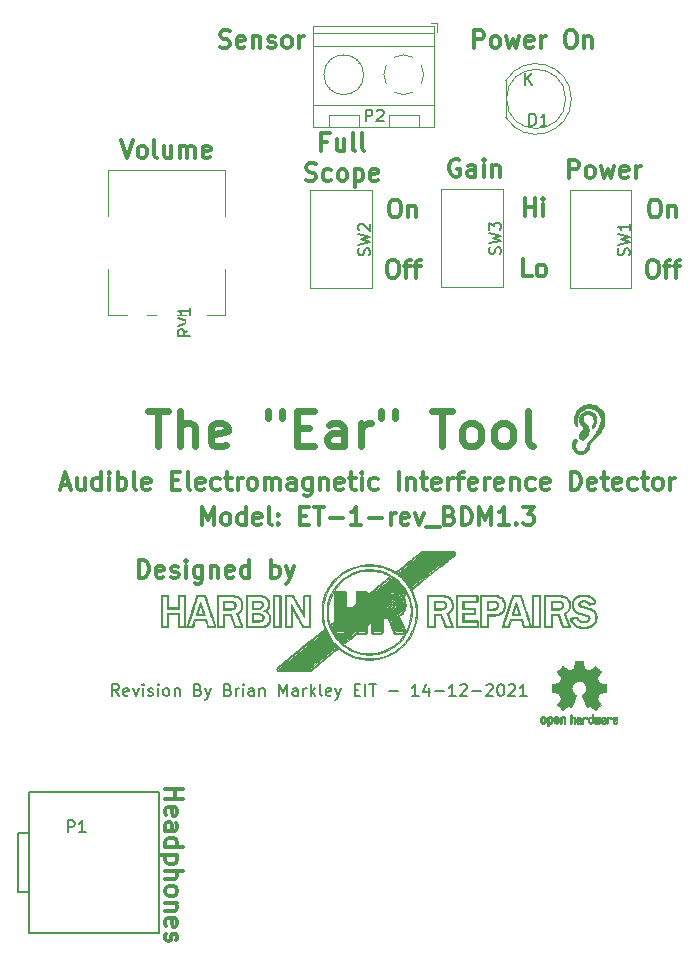
<source format=gto>
G04 #@! TF.GenerationSoftware,KiCad,Pcbnew,5.1.12-84ad8e8a86~92~ubuntu20.04.1*
G04 #@! TF.CreationDate,2021-12-15T11:08:09-07:00*
G04 #@! TF.ProjectId,The Ear Tool,54686520-4561-4722-9054-6f6f6c2e6b69,1.3*
G04 #@! TF.SameCoordinates,Original*
G04 #@! TF.FileFunction,Legend,Top*
G04 #@! TF.FilePolarity,Positive*
%FSLAX46Y46*%
G04 Gerber Fmt 4.6, Leading zero omitted, Abs format (unit mm)*
G04 Created by KiCad (PCBNEW 5.1.12-84ad8e8a86~92~ubuntu20.04.1) date 2021-12-15 11:08:09*
%MOMM*%
%LPD*%
G01*
G04 APERTURE LIST*
%ADD10C,0.150000*%
%ADD11C,0.300000*%
%ADD12C,0.600000*%
%ADD13C,0.120000*%
%ADD14C,0.010000*%
%ADD15C,1.800000*%
%ADD16R,1.800000X1.800000*%
%ADD17C,4.000000*%
%ADD18R,2.500000X1.500000*%
%ADD19O,2.500000X1.500000*%
%ADD20C,6.000000*%
%ADD21R,1.800000X2.700000*%
%ADD22R,2.700000X1.800000*%
%ADD23C,1.200000*%
%ADD24R,2.500000X2.500000*%
%ADD25C,2.500000*%
G04 APERTURE END LIST*
D10*
X7647619Y-58252380D02*
X7314285Y-57776190D01*
X7076190Y-58252380D02*
X7076190Y-57252380D01*
X7457142Y-57252380D01*
X7552380Y-57300000D01*
X7600000Y-57347619D01*
X7647619Y-57442857D01*
X7647619Y-57585714D01*
X7600000Y-57680952D01*
X7552380Y-57728571D01*
X7457142Y-57776190D01*
X7076190Y-57776190D01*
X8457142Y-58204761D02*
X8361904Y-58252380D01*
X8171428Y-58252380D01*
X8076190Y-58204761D01*
X8028571Y-58109523D01*
X8028571Y-57728571D01*
X8076190Y-57633333D01*
X8171428Y-57585714D01*
X8361904Y-57585714D01*
X8457142Y-57633333D01*
X8504761Y-57728571D01*
X8504761Y-57823809D01*
X8028571Y-57919047D01*
X8838095Y-57585714D02*
X9076190Y-58252380D01*
X9314285Y-57585714D01*
X9695238Y-58252380D02*
X9695238Y-57585714D01*
X9695238Y-57252380D02*
X9647619Y-57300000D01*
X9695238Y-57347619D01*
X9742857Y-57300000D01*
X9695238Y-57252380D01*
X9695238Y-57347619D01*
X10123809Y-58204761D02*
X10219047Y-58252380D01*
X10409523Y-58252380D01*
X10504761Y-58204761D01*
X10552380Y-58109523D01*
X10552380Y-58061904D01*
X10504761Y-57966666D01*
X10409523Y-57919047D01*
X10266666Y-57919047D01*
X10171428Y-57871428D01*
X10123809Y-57776190D01*
X10123809Y-57728571D01*
X10171428Y-57633333D01*
X10266666Y-57585714D01*
X10409523Y-57585714D01*
X10504761Y-57633333D01*
X10980952Y-58252380D02*
X10980952Y-57585714D01*
X10980952Y-57252380D02*
X10933333Y-57300000D01*
X10980952Y-57347619D01*
X11028571Y-57300000D01*
X10980952Y-57252380D01*
X10980952Y-57347619D01*
X11600000Y-58252380D02*
X11504761Y-58204761D01*
X11457142Y-58157142D01*
X11409523Y-58061904D01*
X11409523Y-57776190D01*
X11457142Y-57680952D01*
X11504761Y-57633333D01*
X11600000Y-57585714D01*
X11742857Y-57585714D01*
X11838095Y-57633333D01*
X11885714Y-57680952D01*
X11933333Y-57776190D01*
X11933333Y-58061904D01*
X11885714Y-58157142D01*
X11838095Y-58204761D01*
X11742857Y-58252380D01*
X11600000Y-58252380D01*
X12361904Y-57585714D02*
X12361904Y-58252380D01*
X12361904Y-57680952D02*
X12409523Y-57633333D01*
X12504761Y-57585714D01*
X12647619Y-57585714D01*
X12742857Y-57633333D01*
X12790476Y-57728571D01*
X12790476Y-58252380D01*
X14361904Y-57728571D02*
X14504761Y-57776190D01*
X14552380Y-57823809D01*
X14600000Y-57919047D01*
X14600000Y-58061904D01*
X14552380Y-58157142D01*
X14504761Y-58204761D01*
X14409523Y-58252380D01*
X14028571Y-58252380D01*
X14028571Y-57252380D01*
X14361904Y-57252380D01*
X14457142Y-57300000D01*
X14504761Y-57347619D01*
X14552380Y-57442857D01*
X14552380Y-57538095D01*
X14504761Y-57633333D01*
X14457142Y-57680952D01*
X14361904Y-57728571D01*
X14028571Y-57728571D01*
X14933333Y-57585714D02*
X15171428Y-58252380D01*
X15409523Y-57585714D02*
X15171428Y-58252380D01*
X15076190Y-58490476D01*
X15028571Y-58538095D01*
X14933333Y-58585714D01*
X16885714Y-57728571D02*
X17028571Y-57776190D01*
X17076190Y-57823809D01*
X17123809Y-57919047D01*
X17123809Y-58061904D01*
X17076190Y-58157142D01*
X17028571Y-58204761D01*
X16933333Y-58252380D01*
X16552380Y-58252380D01*
X16552380Y-57252380D01*
X16885714Y-57252380D01*
X16980952Y-57300000D01*
X17028571Y-57347619D01*
X17076190Y-57442857D01*
X17076190Y-57538095D01*
X17028571Y-57633333D01*
X16980952Y-57680952D01*
X16885714Y-57728571D01*
X16552380Y-57728571D01*
X17552380Y-58252380D02*
X17552380Y-57585714D01*
X17552380Y-57776190D02*
X17600000Y-57680952D01*
X17647619Y-57633333D01*
X17742857Y-57585714D01*
X17838095Y-57585714D01*
X18171428Y-58252380D02*
X18171428Y-57585714D01*
X18171428Y-57252380D02*
X18123809Y-57300000D01*
X18171428Y-57347619D01*
X18219047Y-57300000D01*
X18171428Y-57252380D01*
X18171428Y-57347619D01*
X19076190Y-58252380D02*
X19076190Y-57728571D01*
X19028571Y-57633333D01*
X18933333Y-57585714D01*
X18742857Y-57585714D01*
X18647619Y-57633333D01*
X19076190Y-58204761D02*
X18980952Y-58252380D01*
X18742857Y-58252380D01*
X18647619Y-58204761D01*
X18600000Y-58109523D01*
X18600000Y-58014285D01*
X18647619Y-57919047D01*
X18742857Y-57871428D01*
X18980952Y-57871428D01*
X19076190Y-57823809D01*
X19552380Y-57585714D02*
X19552380Y-58252380D01*
X19552380Y-57680952D02*
X19600000Y-57633333D01*
X19695238Y-57585714D01*
X19838095Y-57585714D01*
X19933333Y-57633333D01*
X19980952Y-57728571D01*
X19980952Y-58252380D01*
X21219047Y-58252380D02*
X21219047Y-57252380D01*
X21552380Y-57966666D01*
X21885714Y-57252380D01*
X21885714Y-58252380D01*
X22790476Y-58252380D02*
X22790476Y-57728571D01*
X22742857Y-57633333D01*
X22647619Y-57585714D01*
X22457142Y-57585714D01*
X22361904Y-57633333D01*
X22790476Y-58204761D02*
X22695238Y-58252380D01*
X22457142Y-58252380D01*
X22361904Y-58204761D01*
X22314285Y-58109523D01*
X22314285Y-58014285D01*
X22361904Y-57919047D01*
X22457142Y-57871428D01*
X22695238Y-57871428D01*
X22790476Y-57823809D01*
X23266666Y-58252380D02*
X23266666Y-57585714D01*
X23266666Y-57776190D02*
X23314285Y-57680952D01*
X23361904Y-57633333D01*
X23457142Y-57585714D01*
X23552380Y-57585714D01*
X23885714Y-58252380D02*
X23885714Y-57252380D01*
X23980952Y-57871428D02*
X24266666Y-58252380D01*
X24266666Y-57585714D02*
X23885714Y-57966666D01*
X24838095Y-58252380D02*
X24742857Y-58204761D01*
X24695238Y-58109523D01*
X24695238Y-57252380D01*
X25600000Y-58204761D02*
X25504761Y-58252380D01*
X25314285Y-58252380D01*
X25219047Y-58204761D01*
X25171428Y-58109523D01*
X25171428Y-57728571D01*
X25219047Y-57633333D01*
X25314285Y-57585714D01*
X25504761Y-57585714D01*
X25600000Y-57633333D01*
X25647619Y-57728571D01*
X25647619Y-57823809D01*
X25171428Y-57919047D01*
X25980952Y-57585714D02*
X26219047Y-58252380D01*
X26457142Y-57585714D02*
X26219047Y-58252380D01*
X26123809Y-58490476D01*
X26076190Y-58538095D01*
X25980952Y-58585714D01*
X27600000Y-57728571D02*
X27933333Y-57728571D01*
X28076190Y-58252380D02*
X27600000Y-58252380D01*
X27600000Y-57252380D01*
X28076190Y-57252380D01*
X28504761Y-58252380D02*
X28504761Y-57252380D01*
X28838095Y-57252380D02*
X29409523Y-57252380D01*
X29123809Y-58252380D02*
X29123809Y-57252380D01*
X30504761Y-57871428D02*
X31266666Y-57871428D01*
X33028571Y-58252380D02*
X32457142Y-58252380D01*
X32742857Y-58252380D02*
X32742857Y-57252380D01*
X32647619Y-57395238D01*
X32552380Y-57490476D01*
X32457142Y-57538095D01*
X33885714Y-57585714D02*
X33885714Y-58252380D01*
X33647619Y-57204761D02*
X33409523Y-57919047D01*
X34028571Y-57919047D01*
X34409523Y-57871428D02*
X35171428Y-57871428D01*
X36171428Y-58252380D02*
X35600000Y-58252380D01*
X35885714Y-58252380D02*
X35885714Y-57252380D01*
X35790476Y-57395238D01*
X35695238Y-57490476D01*
X35600000Y-57538095D01*
X36552380Y-57347619D02*
X36600000Y-57300000D01*
X36695238Y-57252380D01*
X36933333Y-57252380D01*
X37028571Y-57300000D01*
X37076190Y-57347619D01*
X37123809Y-57442857D01*
X37123809Y-57538095D01*
X37076190Y-57680952D01*
X36504761Y-58252380D01*
X37123809Y-58252380D01*
X37552380Y-57871428D02*
X38314285Y-57871428D01*
X38742857Y-57347619D02*
X38790476Y-57300000D01*
X38885714Y-57252380D01*
X39123809Y-57252380D01*
X39219047Y-57300000D01*
X39266666Y-57347619D01*
X39314285Y-57442857D01*
X39314285Y-57538095D01*
X39266666Y-57680952D01*
X38695238Y-58252380D01*
X39314285Y-58252380D01*
X39933333Y-57252380D02*
X40028571Y-57252380D01*
X40123809Y-57300000D01*
X40171428Y-57347619D01*
X40219047Y-57442857D01*
X40266666Y-57633333D01*
X40266666Y-57871428D01*
X40219047Y-58061904D01*
X40171428Y-58157142D01*
X40123809Y-58204761D01*
X40028571Y-58252380D01*
X39933333Y-58252380D01*
X39838095Y-58204761D01*
X39790476Y-58157142D01*
X39742857Y-58061904D01*
X39695238Y-57871428D01*
X39695238Y-57633333D01*
X39742857Y-57442857D01*
X39790476Y-57347619D01*
X39838095Y-57300000D01*
X39933333Y-57252380D01*
X40647619Y-57347619D02*
X40695238Y-57300000D01*
X40790476Y-57252380D01*
X41028571Y-57252380D01*
X41123809Y-57300000D01*
X41171428Y-57347619D01*
X41219047Y-57442857D01*
X41219047Y-57538095D01*
X41171428Y-57680952D01*
X40600000Y-58252380D01*
X41219047Y-58252380D01*
X42171428Y-58252380D02*
X41600000Y-58252380D01*
X41885714Y-58252380D02*
X41885714Y-57252380D01*
X41790476Y-57395238D01*
X41695238Y-57490476D01*
X41600000Y-57538095D01*
D11*
X9350000Y-48228571D02*
X9350000Y-46728571D01*
X9707142Y-46728571D01*
X9921428Y-46800000D01*
X10064285Y-46942857D01*
X10135714Y-47085714D01*
X10207142Y-47371428D01*
X10207142Y-47585714D01*
X10135714Y-47871428D01*
X10064285Y-48014285D01*
X9921428Y-48157142D01*
X9707142Y-48228571D01*
X9350000Y-48228571D01*
X11421428Y-48157142D02*
X11278571Y-48228571D01*
X10992857Y-48228571D01*
X10850000Y-48157142D01*
X10778571Y-48014285D01*
X10778571Y-47442857D01*
X10850000Y-47300000D01*
X10992857Y-47228571D01*
X11278571Y-47228571D01*
X11421428Y-47300000D01*
X11492857Y-47442857D01*
X11492857Y-47585714D01*
X10778571Y-47728571D01*
X12064285Y-48157142D02*
X12207142Y-48228571D01*
X12492857Y-48228571D01*
X12635714Y-48157142D01*
X12707142Y-48014285D01*
X12707142Y-47942857D01*
X12635714Y-47800000D01*
X12492857Y-47728571D01*
X12278571Y-47728571D01*
X12135714Y-47657142D01*
X12064285Y-47514285D01*
X12064285Y-47442857D01*
X12135714Y-47300000D01*
X12278571Y-47228571D01*
X12492857Y-47228571D01*
X12635714Y-47300000D01*
X13350000Y-48228571D02*
X13350000Y-47228571D01*
X13350000Y-46728571D02*
X13278571Y-46800000D01*
X13350000Y-46871428D01*
X13421428Y-46800000D01*
X13350000Y-46728571D01*
X13350000Y-46871428D01*
X14707142Y-47228571D02*
X14707142Y-48442857D01*
X14635714Y-48585714D01*
X14564285Y-48657142D01*
X14421428Y-48728571D01*
X14207142Y-48728571D01*
X14064285Y-48657142D01*
X14707142Y-48157142D02*
X14564285Y-48228571D01*
X14278571Y-48228571D01*
X14135714Y-48157142D01*
X14064285Y-48085714D01*
X13992857Y-47942857D01*
X13992857Y-47514285D01*
X14064285Y-47371428D01*
X14135714Y-47300000D01*
X14278571Y-47228571D01*
X14564285Y-47228571D01*
X14707142Y-47300000D01*
X15421428Y-47228571D02*
X15421428Y-48228571D01*
X15421428Y-47371428D02*
X15492857Y-47300000D01*
X15635714Y-47228571D01*
X15850000Y-47228571D01*
X15992857Y-47300000D01*
X16064285Y-47442857D01*
X16064285Y-48228571D01*
X17350000Y-48157142D02*
X17207142Y-48228571D01*
X16921428Y-48228571D01*
X16778571Y-48157142D01*
X16707142Y-48014285D01*
X16707142Y-47442857D01*
X16778571Y-47300000D01*
X16921428Y-47228571D01*
X17207142Y-47228571D01*
X17350000Y-47300000D01*
X17421428Y-47442857D01*
X17421428Y-47585714D01*
X16707142Y-47728571D01*
X18707142Y-48228571D02*
X18707142Y-46728571D01*
X18707142Y-48157142D02*
X18564285Y-48228571D01*
X18278571Y-48228571D01*
X18135714Y-48157142D01*
X18064285Y-48085714D01*
X17992857Y-47942857D01*
X17992857Y-47514285D01*
X18064285Y-47371428D01*
X18135714Y-47300000D01*
X18278571Y-47228571D01*
X18564285Y-47228571D01*
X18707142Y-47300000D01*
X20564285Y-48228571D02*
X20564285Y-46728571D01*
X20564285Y-47300000D02*
X20707142Y-47228571D01*
X20992857Y-47228571D01*
X21135714Y-47300000D01*
X21207142Y-47371428D01*
X21278571Y-47514285D01*
X21278571Y-47942857D01*
X21207142Y-48085714D01*
X21135714Y-48157142D01*
X20992857Y-48228571D01*
X20707142Y-48228571D01*
X20564285Y-48157142D01*
X21778571Y-47228571D02*
X22135714Y-48228571D01*
X22492857Y-47228571D02*
X22135714Y-48228571D01*
X21992857Y-48585714D01*
X21921428Y-48657142D01*
X21778571Y-48728571D01*
X42014285Y-17628571D02*
X42014285Y-16128571D01*
X42014285Y-16842857D02*
X42871428Y-16842857D01*
X42871428Y-17628571D02*
X42871428Y-16128571D01*
X43585714Y-17628571D02*
X43585714Y-16628571D01*
X43585714Y-16128571D02*
X43514285Y-16200000D01*
X43585714Y-16271428D01*
X43657142Y-16200000D01*
X43585714Y-16128571D01*
X43585714Y-16271428D01*
X42585714Y-22728571D02*
X41871428Y-22728571D01*
X41871428Y-21228571D01*
X43300000Y-22728571D02*
X43157142Y-22657142D01*
X43085714Y-22585714D01*
X43014285Y-22442857D01*
X43014285Y-22014285D01*
X43085714Y-21871428D01*
X43157142Y-21800000D01*
X43300000Y-21728571D01*
X43514285Y-21728571D01*
X43657142Y-21800000D01*
X43728571Y-21871428D01*
X43800000Y-22014285D01*
X43800000Y-22442857D01*
X43728571Y-22585714D01*
X43657142Y-22657142D01*
X43514285Y-22728571D01*
X43300000Y-22728571D01*
X36478571Y-12850000D02*
X36335714Y-12778571D01*
X36121428Y-12778571D01*
X35907142Y-12850000D01*
X35764285Y-12992857D01*
X35692857Y-13135714D01*
X35621428Y-13421428D01*
X35621428Y-13635714D01*
X35692857Y-13921428D01*
X35764285Y-14064285D01*
X35907142Y-14207142D01*
X36121428Y-14278571D01*
X36264285Y-14278571D01*
X36478571Y-14207142D01*
X36550000Y-14135714D01*
X36550000Y-13635714D01*
X36264285Y-13635714D01*
X37835714Y-14278571D02*
X37835714Y-13492857D01*
X37764285Y-13350000D01*
X37621428Y-13278571D01*
X37335714Y-13278571D01*
X37192857Y-13350000D01*
X37835714Y-14207142D02*
X37692857Y-14278571D01*
X37335714Y-14278571D01*
X37192857Y-14207142D01*
X37121428Y-14064285D01*
X37121428Y-13921428D01*
X37192857Y-13778571D01*
X37335714Y-13707142D01*
X37692857Y-13707142D01*
X37835714Y-13635714D01*
X38550000Y-14278571D02*
X38550000Y-13278571D01*
X38550000Y-12778571D02*
X38478571Y-12850000D01*
X38550000Y-12921428D01*
X38621428Y-12850000D01*
X38550000Y-12778571D01*
X38550000Y-12921428D01*
X39264285Y-13278571D02*
X39264285Y-14278571D01*
X39264285Y-13421428D02*
X39335714Y-13350000D01*
X39478571Y-13278571D01*
X39692857Y-13278571D01*
X39835714Y-13350000D01*
X39907142Y-13492857D01*
X39907142Y-14278571D01*
X52878571Y-16228571D02*
X53164285Y-16228571D01*
X53307142Y-16300000D01*
X53450000Y-16442857D01*
X53521428Y-16728571D01*
X53521428Y-17228571D01*
X53450000Y-17514285D01*
X53307142Y-17657142D01*
X53164285Y-17728571D01*
X52878571Y-17728571D01*
X52735714Y-17657142D01*
X52592857Y-17514285D01*
X52521428Y-17228571D01*
X52521428Y-16728571D01*
X52592857Y-16442857D01*
X52735714Y-16300000D01*
X52878571Y-16228571D01*
X54164285Y-16728571D02*
X54164285Y-17728571D01*
X54164285Y-16871428D02*
X54235714Y-16800000D01*
X54378571Y-16728571D01*
X54592857Y-16728571D01*
X54735714Y-16800000D01*
X54807142Y-16942857D01*
X54807142Y-17728571D01*
X52700000Y-21328571D02*
X52985714Y-21328571D01*
X53128571Y-21400000D01*
X53271428Y-21542857D01*
X53342857Y-21828571D01*
X53342857Y-22328571D01*
X53271428Y-22614285D01*
X53128571Y-22757142D01*
X52985714Y-22828571D01*
X52700000Y-22828571D01*
X52557142Y-22757142D01*
X52414285Y-22614285D01*
X52342857Y-22328571D01*
X52342857Y-21828571D01*
X52414285Y-21542857D01*
X52557142Y-21400000D01*
X52700000Y-21328571D01*
X53771428Y-21828571D02*
X54342857Y-21828571D01*
X53985714Y-22828571D02*
X53985714Y-21542857D01*
X54057142Y-21400000D01*
X54200000Y-21328571D01*
X54342857Y-21328571D01*
X54628571Y-21828571D02*
X55200000Y-21828571D01*
X54842857Y-22828571D02*
X54842857Y-21542857D01*
X54914285Y-21400000D01*
X55057142Y-21328571D01*
X55200000Y-21328571D01*
X30878571Y-16228571D02*
X31164285Y-16228571D01*
X31307142Y-16300000D01*
X31450000Y-16442857D01*
X31521428Y-16728571D01*
X31521428Y-17228571D01*
X31450000Y-17514285D01*
X31307142Y-17657142D01*
X31164285Y-17728571D01*
X30878571Y-17728571D01*
X30735714Y-17657142D01*
X30592857Y-17514285D01*
X30521428Y-17228571D01*
X30521428Y-16728571D01*
X30592857Y-16442857D01*
X30735714Y-16300000D01*
X30878571Y-16228571D01*
X32164285Y-16728571D02*
X32164285Y-17728571D01*
X32164285Y-16871428D02*
X32235714Y-16800000D01*
X32378571Y-16728571D01*
X32592857Y-16728571D01*
X32735714Y-16800000D01*
X32807142Y-16942857D01*
X32807142Y-17728571D01*
X30700000Y-21328571D02*
X30985714Y-21328571D01*
X31128571Y-21400000D01*
X31271428Y-21542857D01*
X31342857Y-21828571D01*
X31342857Y-22328571D01*
X31271428Y-22614285D01*
X31128571Y-22757142D01*
X30985714Y-22828571D01*
X30700000Y-22828571D01*
X30557142Y-22757142D01*
X30414285Y-22614285D01*
X30342857Y-22328571D01*
X30342857Y-21828571D01*
X30414285Y-21542857D01*
X30557142Y-21400000D01*
X30700000Y-21328571D01*
X31771428Y-21828571D02*
X32342857Y-21828571D01*
X31985714Y-22828571D02*
X31985714Y-21542857D01*
X32057142Y-21400000D01*
X32200000Y-21328571D01*
X32342857Y-21328571D01*
X32628571Y-21828571D02*
X33200000Y-21828571D01*
X32842857Y-22828571D02*
X32842857Y-21542857D01*
X32914285Y-21400000D01*
X33057142Y-21328571D01*
X33200000Y-21328571D01*
X11593728Y-66157142D02*
X13093728Y-66157142D01*
X12379442Y-66157142D02*
X12379442Y-67014285D01*
X11593728Y-67014285D02*
X13093728Y-67014285D01*
X11665157Y-68300000D02*
X11593728Y-68157142D01*
X11593728Y-67871428D01*
X11665157Y-67728571D01*
X11808014Y-67657142D01*
X12379442Y-67657142D01*
X12522300Y-67728571D01*
X12593728Y-67871428D01*
X12593728Y-68157142D01*
X12522300Y-68300000D01*
X12379442Y-68371428D01*
X12236585Y-68371428D01*
X12093728Y-67657142D01*
X11593728Y-69657142D02*
X12379442Y-69657142D01*
X12522300Y-69585714D01*
X12593728Y-69442857D01*
X12593728Y-69157142D01*
X12522300Y-69014285D01*
X11665157Y-69657142D02*
X11593728Y-69514285D01*
X11593728Y-69157142D01*
X11665157Y-69014285D01*
X11808014Y-68942857D01*
X11950871Y-68942857D01*
X12093728Y-69014285D01*
X12165157Y-69157142D01*
X12165157Y-69514285D01*
X12236585Y-69657142D01*
X11593728Y-71014285D02*
X13093728Y-71014285D01*
X11665157Y-71014285D02*
X11593728Y-70871428D01*
X11593728Y-70585714D01*
X11665157Y-70442857D01*
X11736585Y-70371428D01*
X11879442Y-70300000D01*
X12308014Y-70300000D01*
X12450871Y-70371428D01*
X12522300Y-70442857D01*
X12593728Y-70585714D01*
X12593728Y-70871428D01*
X12522300Y-71014285D01*
X12593728Y-71728571D02*
X11093728Y-71728571D01*
X12522300Y-71728571D02*
X12593728Y-71871428D01*
X12593728Y-72157142D01*
X12522300Y-72300000D01*
X12450871Y-72371428D01*
X12308014Y-72442857D01*
X11879442Y-72442857D01*
X11736585Y-72371428D01*
X11665157Y-72300000D01*
X11593728Y-72157142D01*
X11593728Y-71871428D01*
X11665157Y-71728571D01*
X11593728Y-73085714D02*
X13093728Y-73085714D01*
X11593728Y-73728571D02*
X12379442Y-73728571D01*
X12522300Y-73657142D01*
X12593728Y-73514285D01*
X12593728Y-73300000D01*
X12522300Y-73157142D01*
X12450871Y-73085714D01*
X11593728Y-74657142D02*
X11665157Y-74514285D01*
X11736585Y-74442857D01*
X11879442Y-74371428D01*
X12308014Y-74371428D01*
X12450871Y-74442857D01*
X12522300Y-74514285D01*
X12593728Y-74657142D01*
X12593728Y-74871428D01*
X12522300Y-75014285D01*
X12450871Y-75085714D01*
X12308014Y-75157142D01*
X11879442Y-75157142D01*
X11736585Y-75085714D01*
X11665157Y-75014285D01*
X11593728Y-74871428D01*
X11593728Y-74657142D01*
X12593728Y-75800000D02*
X11593728Y-75800000D01*
X12450871Y-75800000D02*
X12522300Y-75871428D01*
X12593728Y-76014285D01*
X12593728Y-76228571D01*
X12522300Y-76371428D01*
X12379442Y-76442857D01*
X11593728Y-76442857D01*
X11665157Y-77728571D02*
X11593728Y-77585714D01*
X11593728Y-77300000D01*
X11665157Y-77157142D01*
X11808014Y-77085714D01*
X12379442Y-77085714D01*
X12522300Y-77157142D01*
X12593728Y-77300000D01*
X12593728Y-77585714D01*
X12522299Y-77728571D01*
X12379442Y-77800000D01*
X12236585Y-77800000D01*
X12093728Y-77085714D01*
X11665157Y-78371428D02*
X11593728Y-78514285D01*
X11593728Y-78800000D01*
X11665157Y-78942857D01*
X11808014Y-79014285D01*
X11879442Y-79014285D01*
X12022299Y-78942857D01*
X12093728Y-78800000D01*
X12093728Y-78585714D01*
X12165157Y-78442857D01*
X12308014Y-78371428D01*
X12379442Y-78371428D01*
X12522299Y-78442857D01*
X12593728Y-78585714D01*
X12593728Y-78800000D01*
X12522299Y-78942857D01*
X16200000Y-3307142D02*
X16414285Y-3378571D01*
X16771428Y-3378571D01*
X16914285Y-3307142D01*
X16985714Y-3235714D01*
X17057142Y-3092857D01*
X17057142Y-2950000D01*
X16985714Y-2807142D01*
X16914285Y-2735714D01*
X16771428Y-2664285D01*
X16485714Y-2592857D01*
X16342857Y-2521428D01*
X16271428Y-2450000D01*
X16200000Y-2307142D01*
X16200000Y-2164285D01*
X16271428Y-2021428D01*
X16342857Y-1950000D01*
X16485714Y-1878571D01*
X16842857Y-1878571D01*
X17057142Y-1950000D01*
X18271428Y-3307142D02*
X18128571Y-3378571D01*
X17842857Y-3378571D01*
X17700000Y-3307142D01*
X17628571Y-3164285D01*
X17628571Y-2592857D01*
X17700000Y-2450000D01*
X17842857Y-2378571D01*
X18128571Y-2378571D01*
X18271428Y-2450000D01*
X18342857Y-2592857D01*
X18342857Y-2735714D01*
X17628571Y-2878571D01*
X18985714Y-2378571D02*
X18985714Y-3378571D01*
X18985714Y-2521428D02*
X19057142Y-2450000D01*
X19200000Y-2378571D01*
X19414285Y-2378571D01*
X19557142Y-2450000D01*
X19628571Y-2592857D01*
X19628571Y-3378571D01*
X20271428Y-3307142D02*
X20414285Y-3378571D01*
X20700000Y-3378571D01*
X20842857Y-3307142D01*
X20914285Y-3164285D01*
X20914285Y-3092857D01*
X20842857Y-2950000D01*
X20700000Y-2878571D01*
X20485714Y-2878571D01*
X20342857Y-2807142D01*
X20271428Y-2664285D01*
X20271428Y-2592857D01*
X20342857Y-2450000D01*
X20485714Y-2378571D01*
X20700000Y-2378571D01*
X20842857Y-2450000D01*
X21771428Y-3378571D02*
X21628571Y-3307142D01*
X21557142Y-3235714D01*
X21485714Y-3092857D01*
X21485714Y-2664285D01*
X21557142Y-2521428D01*
X21628571Y-2450000D01*
X21771428Y-2378571D01*
X21985714Y-2378571D01*
X22128571Y-2450000D01*
X22200000Y-2521428D01*
X22271428Y-2664285D01*
X22271428Y-3092857D01*
X22200000Y-3235714D01*
X22128571Y-3307142D01*
X21985714Y-3378571D01*
X21771428Y-3378571D01*
X22914285Y-3378571D02*
X22914285Y-2378571D01*
X22914285Y-2664285D02*
X22985714Y-2521428D01*
X23057142Y-2450000D01*
X23200000Y-2378571D01*
X23342857Y-2378571D01*
X14664285Y-43778571D02*
X14664285Y-42278571D01*
X15164285Y-43350000D01*
X15664285Y-42278571D01*
X15664285Y-43778571D01*
X16592857Y-43778571D02*
X16450000Y-43707142D01*
X16378571Y-43635714D01*
X16307142Y-43492857D01*
X16307142Y-43064285D01*
X16378571Y-42921428D01*
X16450000Y-42850000D01*
X16592857Y-42778571D01*
X16807142Y-42778571D01*
X16950000Y-42850000D01*
X17021428Y-42921428D01*
X17092857Y-43064285D01*
X17092857Y-43492857D01*
X17021428Y-43635714D01*
X16950000Y-43707142D01*
X16807142Y-43778571D01*
X16592857Y-43778571D01*
X18378571Y-43778571D02*
X18378571Y-42278571D01*
X18378571Y-43707142D02*
X18235714Y-43778571D01*
X17950000Y-43778571D01*
X17807142Y-43707142D01*
X17735714Y-43635714D01*
X17664285Y-43492857D01*
X17664285Y-43064285D01*
X17735714Y-42921428D01*
X17807142Y-42850000D01*
X17950000Y-42778571D01*
X18235714Y-42778571D01*
X18378571Y-42850000D01*
X19664285Y-43707142D02*
X19521428Y-43778571D01*
X19235714Y-43778571D01*
X19092857Y-43707142D01*
X19021428Y-43564285D01*
X19021428Y-42992857D01*
X19092857Y-42850000D01*
X19235714Y-42778571D01*
X19521428Y-42778571D01*
X19664285Y-42850000D01*
X19735714Y-42992857D01*
X19735714Y-43135714D01*
X19021428Y-43278571D01*
X20592857Y-43778571D02*
X20450000Y-43707142D01*
X20378571Y-43564285D01*
X20378571Y-42278571D01*
X21164285Y-43635714D02*
X21235714Y-43707142D01*
X21164285Y-43778571D01*
X21092857Y-43707142D01*
X21164285Y-43635714D01*
X21164285Y-43778571D01*
X21164285Y-42850000D02*
X21235714Y-42921428D01*
X21164285Y-42992857D01*
X21092857Y-42921428D01*
X21164285Y-42850000D01*
X21164285Y-42992857D01*
X23021428Y-42992857D02*
X23521428Y-42992857D01*
X23735714Y-43778571D02*
X23021428Y-43778571D01*
X23021428Y-42278571D01*
X23735714Y-42278571D01*
X24164285Y-42278571D02*
X25021428Y-42278571D01*
X24592857Y-43778571D02*
X24592857Y-42278571D01*
X25521428Y-43207142D02*
X26664285Y-43207142D01*
X28164285Y-43778571D02*
X27307142Y-43778571D01*
X27735714Y-43778571D02*
X27735714Y-42278571D01*
X27592857Y-42492857D01*
X27450000Y-42635714D01*
X27307142Y-42707142D01*
X28807142Y-43207142D02*
X29950000Y-43207142D01*
X30664285Y-43778571D02*
X30664285Y-42778571D01*
X30664285Y-43064285D02*
X30735714Y-42921428D01*
X30807142Y-42850000D01*
X30950000Y-42778571D01*
X31092857Y-42778571D01*
X32164285Y-43707142D02*
X32021428Y-43778571D01*
X31735714Y-43778571D01*
X31592857Y-43707142D01*
X31521428Y-43564285D01*
X31521428Y-42992857D01*
X31592857Y-42850000D01*
X31735714Y-42778571D01*
X32021428Y-42778571D01*
X32164285Y-42850000D01*
X32235714Y-42992857D01*
X32235714Y-43135714D01*
X31521428Y-43278571D01*
X32735714Y-42778571D02*
X33092857Y-43778571D01*
X33450000Y-42778571D01*
X33664285Y-43921428D02*
X34807142Y-43921428D01*
X35664285Y-42992857D02*
X35878571Y-43064285D01*
X35950000Y-43135714D01*
X36021428Y-43278571D01*
X36021428Y-43492857D01*
X35950000Y-43635714D01*
X35878571Y-43707142D01*
X35735714Y-43778571D01*
X35164285Y-43778571D01*
X35164285Y-42278571D01*
X35664285Y-42278571D01*
X35807142Y-42350000D01*
X35878571Y-42421428D01*
X35950000Y-42564285D01*
X35950000Y-42707142D01*
X35878571Y-42850000D01*
X35807142Y-42921428D01*
X35664285Y-42992857D01*
X35164285Y-42992857D01*
X36664285Y-43778571D02*
X36664285Y-42278571D01*
X37021428Y-42278571D01*
X37235714Y-42350000D01*
X37378571Y-42492857D01*
X37450000Y-42635714D01*
X37521428Y-42921428D01*
X37521428Y-43135714D01*
X37450000Y-43421428D01*
X37378571Y-43564285D01*
X37235714Y-43707142D01*
X37021428Y-43778571D01*
X36664285Y-43778571D01*
X38164285Y-43778571D02*
X38164285Y-42278571D01*
X38664285Y-43350000D01*
X39164285Y-42278571D01*
X39164285Y-43778571D01*
X40664285Y-43778571D02*
X39807142Y-43778571D01*
X40235714Y-43778571D02*
X40235714Y-42278571D01*
X40092857Y-42492857D01*
X39950000Y-42635714D01*
X39807142Y-42707142D01*
X41307142Y-43635714D02*
X41378571Y-43707142D01*
X41307142Y-43778571D01*
X41235714Y-43707142D01*
X41307142Y-43635714D01*
X41307142Y-43778571D01*
X41878571Y-42278571D02*
X42807142Y-42278571D01*
X42307142Y-42850000D01*
X42521428Y-42850000D01*
X42664285Y-42921428D01*
X42735714Y-42992857D01*
X42807142Y-43135714D01*
X42807142Y-43492857D01*
X42735714Y-43635714D01*
X42664285Y-43707142D01*
X42521428Y-43778571D01*
X42092857Y-43778571D01*
X41950000Y-43707142D01*
X41878571Y-43635714D01*
X2771428Y-40350000D02*
X3485714Y-40350000D01*
X2628571Y-40778571D02*
X3128571Y-39278571D01*
X3628571Y-40778571D01*
X4771428Y-39778571D02*
X4771428Y-40778571D01*
X4128571Y-39778571D02*
X4128571Y-40564285D01*
X4199999Y-40707142D01*
X4342857Y-40778571D01*
X4557142Y-40778571D01*
X4699999Y-40707142D01*
X4771428Y-40635714D01*
X6128571Y-40778571D02*
X6128571Y-39278571D01*
X6128571Y-40707142D02*
X5985714Y-40778571D01*
X5699999Y-40778571D01*
X5557142Y-40707142D01*
X5485714Y-40635714D01*
X5414285Y-40492857D01*
X5414285Y-40064285D01*
X5485714Y-39921428D01*
X5557142Y-39850000D01*
X5699999Y-39778571D01*
X5985714Y-39778571D01*
X6128571Y-39850000D01*
X6842857Y-40778571D02*
X6842857Y-39778571D01*
X6842857Y-39278571D02*
X6771428Y-39350000D01*
X6842857Y-39421428D01*
X6914285Y-39350000D01*
X6842857Y-39278571D01*
X6842857Y-39421428D01*
X7557142Y-40778571D02*
X7557142Y-39278571D01*
X7557142Y-39850000D02*
X7699999Y-39778571D01*
X7985714Y-39778571D01*
X8128571Y-39850000D01*
X8199999Y-39921428D01*
X8271428Y-40064285D01*
X8271428Y-40492857D01*
X8199999Y-40635714D01*
X8128571Y-40707142D01*
X7985714Y-40778571D01*
X7699999Y-40778571D01*
X7557142Y-40707142D01*
X9128571Y-40778571D02*
X8985714Y-40707142D01*
X8914285Y-40564285D01*
X8914285Y-39278571D01*
X10271428Y-40707142D02*
X10128571Y-40778571D01*
X9842857Y-40778571D01*
X9699999Y-40707142D01*
X9628571Y-40564285D01*
X9628571Y-39992857D01*
X9699999Y-39850000D01*
X9842857Y-39778571D01*
X10128571Y-39778571D01*
X10271428Y-39850000D01*
X10342857Y-39992857D01*
X10342857Y-40135714D01*
X9628571Y-40278571D01*
X12128571Y-39992857D02*
X12628571Y-39992857D01*
X12842857Y-40778571D02*
X12128571Y-40778571D01*
X12128571Y-39278571D01*
X12842857Y-39278571D01*
X13699999Y-40778571D02*
X13557142Y-40707142D01*
X13485714Y-40564285D01*
X13485714Y-39278571D01*
X14842857Y-40707142D02*
X14699999Y-40778571D01*
X14414285Y-40778571D01*
X14271428Y-40707142D01*
X14199999Y-40564285D01*
X14199999Y-39992857D01*
X14271428Y-39850000D01*
X14414285Y-39778571D01*
X14699999Y-39778571D01*
X14842857Y-39850000D01*
X14914285Y-39992857D01*
X14914285Y-40135714D01*
X14199999Y-40278571D01*
X16199999Y-40707142D02*
X16057142Y-40778571D01*
X15771428Y-40778571D01*
X15628571Y-40707142D01*
X15557142Y-40635714D01*
X15485714Y-40492857D01*
X15485714Y-40064285D01*
X15557142Y-39921428D01*
X15628571Y-39850000D01*
X15771428Y-39778571D01*
X16057142Y-39778571D01*
X16199999Y-39850000D01*
X16628571Y-39778571D02*
X17199999Y-39778571D01*
X16842857Y-39278571D02*
X16842857Y-40564285D01*
X16914285Y-40707142D01*
X17057142Y-40778571D01*
X17199999Y-40778571D01*
X17699999Y-40778571D02*
X17699999Y-39778571D01*
X17699999Y-40064285D02*
X17771428Y-39921428D01*
X17842857Y-39850000D01*
X17985714Y-39778571D01*
X18128571Y-39778571D01*
X18842857Y-40778571D02*
X18699999Y-40707142D01*
X18628571Y-40635714D01*
X18557142Y-40492857D01*
X18557142Y-40064285D01*
X18628571Y-39921428D01*
X18699999Y-39850000D01*
X18842857Y-39778571D01*
X19057142Y-39778571D01*
X19199999Y-39850000D01*
X19271428Y-39921428D01*
X19342857Y-40064285D01*
X19342857Y-40492857D01*
X19271428Y-40635714D01*
X19199999Y-40707142D01*
X19057142Y-40778571D01*
X18842857Y-40778571D01*
X19985714Y-40778571D02*
X19985714Y-39778571D01*
X19985714Y-39921428D02*
X20057142Y-39850000D01*
X20199999Y-39778571D01*
X20414285Y-39778571D01*
X20557142Y-39850000D01*
X20628571Y-39992857D01*
X20628571Y-40778571D01*
X20628571Y-39992857D02*
X20699999Y-39850000D01*
X20842857Y-39778571D01*
X21057142Y-39778571D01*
X21199999Y-39850000D01*
X21271428Y-39992857D01*
X21271428Y-40778571D01*
X22628571Y-40778571D02*
X22628571Y-39992857D01*
X22557142Y-39850000D01*
X22414285Y-39778571D01*
X22128571Y-39778571D01*
X21985714Y-39850000D01*
X22628571Y-40707142D02*
X22485714Y-40778571D01*
X22128571Y-40778571D01*
X21985714Y-40707142D01*
X21914285Y-40564285D01*
X21914285Y-40421428D01*
X21985714Y-40278571D01*
X22128571Y-40207142D01*
X22485714Y-40207142D01*
X22628571Y-40135714D01*
X23985714Y-39778571D02*
X23985714Y-40992857D01*
X23914285Y-41135714D01*
X23842857Y-41207142D01*
X23699999Y-41278571D01*
X23485714Y-41278571D01*
X23342857Y-41207142D01*
X23985714Y-40707142D02*
X23842857Y-40778571D01*
X23557142Y-40778571D01*
X23414285Y-40707142D01*
X23342857Y-40635714D01*
X23271428Y-40492857D01*
X23271428Y-40064285D01*
X23342857Y-39921428D01*
X23414285Y-39850000D01*
X23557142Y-39778571D01*
X23842857Y-39778571D01*
X23985714Y-39850000D01*
X24699999Y-39778571D02*
X24699999Y-40778571D01*
X24699999Y-39921428D02*
X24771428Y-39850000D01*
X24914285Y-39778571D01*
X25128571Y-39778571D01*
X25271428Y-39850000D01*
X25342857Y-39992857D01*
X25342857Y-40778571D01*
X26628571Y-40707142D02*
X26485714Y-40778571D01*
X26199999Y-40778571D01*
X26057142Y-40707142D01*
X25985714Y-40564285D01*
X25985714Y-39992857D01*
X26057142Y-39850000D01*
X26199999Y-39778571D01*
X26485714Y-39778571D01*
X26628571Y-39850000D01*
X26699999Y-39992857D01*
X26699999Y-40135714D01*
X25985714Y-40278571D01*
X27128571Y-39778571D02*
X27699999Y-39778571D01*
X27342857Y-39278571D02*
X27342857Y-40564285D01*
X27414285Y-40707142D01*
X27557142Y-40778571D01*
X27699999Y-40778571D01*
X28199999Y-40778571D02*
X28199999Y-39778571D01*
X28199999Y-39278571D02*
X28128571Y-39350000D01*
X28199999Y-39421428D01*
X28271428Y-39350000D01*
X28199999Y-39278571D01*
X28199999Y-39421428D01*
X29557142Y-40707142D02*
X29414285Y-40778571D01*
X29128571Y-40778571D01*
X28985714Y-40707142D01*
X28914285Y-40635714D01*
X28842857Y-40492857D01*
X28842857Y-40064285D01*
X28914285Y-39921428D01*
X28985714Y-39850000D01*
X29128571Y-39778571D01*
X29414285Y-39778571D01*
X29557142Y-39850000D01*
X31342857Y-40778571D02*
X31342857Y-39278571D01*
X32057142Y-39778571D02*
X32057142Y-40778571D01*
X32057142Y-39921428D02*
X32128571Y-39850000D01*
X32271428Y-39778571D01*
X32485714Y-39778571D01*
X32628571Y-39850000D01*
X32699999Y-39992857D01*
X32699999Y-40778571D01*
X33199999Y-39778571D02*
X33771428Y-39778571D01*
X33414285Y-39278571D02*
X33414285Y-40564285D01*
X33485714Y-40707142D01*
X33628571Y-40778571D01*
X33771428Y-40778571D01*
X34842857Y-40707142D02*
X34700000Y-40778571D01*
X34414285Y-40778571D01*
X34271428Y-40707142D01*
X34200000Y-40564285D01*
X34200000Y-39992857D01*
X34271428Y-39850000D01*
X34414285Y-39778571D01*
X34700000Y-39778571D01*
X34842857Y-39850000D01*
X34914285Y-39992857D01*
X34914285Y-40135714D01*
X34200000Y-40278571D01*
X35557142Y-40778571D02*
X35557142Y-39778571D01*
X35557142Y-40064285D02*
X35628571Y-39921428D01*
X35700000Y-39850000D01*
X35842857Y-39778571D01*
X35985714Y-39778571D01*
X36271428Y-39778571D02*
X36842857Y-39778571D01*
X36485714Y-40778571D02*
X36485714Y-39492857D01*
X36557142Y-39350000D01*
X36700000Y-39278571D01*
X36842857Y-39278571D01*
X37914285Y-40707142D02*
X37771428Y-40778571D01*
X37485714Y-40778571D01*
X37342857Y-40707142D01*
X37271428Y-40564285D01*
X37271428Y-39992857D01*
X37342857Y-39850000D01*
X37485714Y-39778571D01*
X37771428Y-39778571D01*
X37914285Y-39850000D01*
X37985714Y-39992857D01*
X37985714Y-40135714D01*
X37271428Y-40278571D01*
X38628571Y-40778571D02*
X38628571Y-39778571D01*
X38628571Y-40064285D02*
X38699999Y-39921428D01*
X38771428Y-39850000D01*
X38914285Y-39778571D01*
X39057142Y-39778571D01*
X40128571Y-40707142D02*
X39985714Y-40778571D01*
X39699999Y-40778571D01*
X39557142Y-40707142D01*
X39485714Y-40564285D01*
X39485714Y-39992857D01*
X39557142Y-39850000D01*
X39699999Y-39778571D01*
X39985714Y-39778571D01*
X40128571Y-39850000D01*
X40199999Y-39992857D01*
X40199999Y-40135714D01*
X39485714Y-40278571D01*
X40842857Y-39778571D02*
X40842857Y-40778571D01*
X40842857Y-39921428D02*
X40914285Y-39850000D01*
X41057142Y-39778571D01*
X41271428Y-39778571D01*
X41414285Y-39850000D01*
X41485714Y-39992857D01*
X41485714Y-40778571D01*
X42842857Y-40707142D02*
X42699999Y-40778571D01*
X42414285Y-40778571D01*
X42271428Y-40707142D01*
X42199999Y-40635714D01*
X42128571Y-40492857D01*
X42128571Y-40064285D01*
X42199999Y-39921428D01*
X42271428Y-39850000D01*
X42414285Y-39778571D01*
X42699999Y-39778571D01*
X42842857Y-39850000D01*
X44057142Y-40707142D02*
X43914285Y-40778571D01*
X43628571Y-40778571D01*
X43485714Y-40707142D01*
X43414285Y-40564285D01*
X43414285Y-39992857D01*
X43485714Y-39850000D01*
X43628571Y-39778571D01*
X43914285Y-39778571D01*
X44057142Y-39850000D01*
X44128571Y-39992857D01*
X44128571Y-40135714D01*
X43414285Y-40278571D01*
X45914285Y-40778571D02*
X45914285Y-39278571D01*
X46271428Y-39278571D01*
X46485714Y-39350000D01*
X46628571Y-39492857D01*
X46699999Y-39635714D01*
X46771428Y-39921428D01*
X46771428Y-40135714D01*
X46699999Y-40421428D01*
X46628571Y-40564285D01*
X46485714Y-40707142D01*
X46271428Y-40778571D01*
X45914285Y-40778571D01*
X47985714Y-40707142D02*
X47842857Y-40778571D01*
X47557142Y-40778571D01*
X47414285Y-40707142D01*
X47342857Y-40564285D01*
X47342857Y-39992857D01*
X47414285Y-39850000D01*
X47557142Y-39778571D01*
X47842857Y-39778571D01*
X47985714Y-39850000D01*
X48057142Y-39992857D01*
X48057142Y-40135714D01*
X47342857Y-40278571D01*
X48485714Y-39778571D02*
X49057142Y-39778571D01*
X48699999Y-39278571D02*
X48699999Y-40564285D01*
X48771428Y-40707142D01*
X48914285Y-40778571D01*
X49057142Y-40778571D01*
X50128571Y-40707142D02*
X49985714Y-40778571D01*
X49699999Y-40778571D01*
X49557142Y-40707142D01*
X49485714Y-40564285D01*
X49485714Y-39992857D01*
X49557142Y-39850000D01*
X49699999Y-39778571D01*
X49985714Y-39778571D01*
X50128571Y-39850000D01*
X50199999Y-39992857D01*
X50199999Y-40135714D01*
X49485714Y-40278571D01*
X51485714Y-40707142D02*
X51342857Y-40778571D01*
X51057142Y-40778571D01*
X50914285Y-40707142D01*
X50842857Y-40635714D01*
X50771428Y-40492857D01*
X50771428Y-40064285D01*
X50842857Y-39921428D01*
X50914285Y-39850000D01*
X51057142Y-39778571D01*
X51342857Y-39778571D01*
X51485714Y-39850000D01*
X51914285Y-39778571D02*
X52485714Y-39778571D01*
X52128571Y-39278571D02*
X52128571Y-40564285D01*
X52199999Y-40707142D01*
X52342857Y-40778571D01*
X52485714Y-40778571D01*
X53199999Y-40778571D02*
X53057142Y-40707142D01*
X52985714Y-40635714D01*
X52914285Y-40492857D01*
X52914285Y-40064285D01*
X52985714Y-39921428D01*
X53057142Y-39850000D01*
X53199999Y-39778571D01*
X53414285Y-39778571D01*
X53557142Y-39850000D01*
X53628571Y-39921428D01*
X53699999Y-40064285D01*
X53699999Y-40492857D01*
X53628571Y-40635714D01*
X53557142Y-40707142D01*
X53414285Y-40778571D01*
X53199999Y-40778571D01*
X54342857Y-40778571D02*
X54342857Y-39778571D01*
X54342857Y-40064285D02*
X54414285Y-39921428D01*
X54485714Y-39850000D01*
X54628571Y-39778571D01*
X54771428Y-39778571D01*
D12*
X10135777Y-34127342D02*
X11850062Y-34127342D01*
X10992919Y-37127342D02*
X10992919Y-34127342D01*
X12850062Y-37127342D02*
X12850062Y-34127342D01*
X14135777Y-37127342D02*
X14135777Y-35555914D01*
X13992919Y-35270200D01*
X13707205Y-35127342D01*
X13278634Y-35127342D01*
X12992919Y-35270200D01*
X12850062Y-35413057D01*
X16707205Y-36984485D02*
X16421491Y-37127342D01*
X15850062Y-37127342D01*
X15564348Y-36984485D01*
X15421491Y-36698771D01*
X15421491Y-35555914D01*
X15564348Y-35270200D01*
X15850062Y-35127342D01*
X16421491Y-35127342D01*
X16707205Y-35270200D01*
X16850062Y-35555914D01*
X16850062Y-35841628D01*
X15421491Y-36127342D01*
X20278634Y-34127342D02*
X20278634Y-34698771D01*
X21421491Y-34127342D02*
X21421491Y-34698771D01*
X22707205Y-35555914D02*
X23707205Y-35555914D01*
X24135777Y-37127342D02*
X22707205Y-37127342D01*
X22707205Y-34127342D01*
X24135777Y-34127342D01*
X26707205Y-37127342D02*
X26707205Y-35555914D01*
X26564348Y-35270200D01*
X26278634Y-35127342D01*
X25707205Y-35127342D01*
X25421491Y-35270200D01*
X26707205Y-36984485D02*
X26421491Y-37127342D01*
X25707205Y-37127342D01*
X25421491Y-36984485D01*
X25278634Y-36698771D01*
X25278634Y-36413057D01*
X25421491Y-36127342D01*
X25707205Y-35984485D01*
X26421491Y-35984485D01*
X26707205Y-35841628D01*
X28135777Y-37127342D02*
X28135777Y-35127342D01*
X28135777Y-35698771D02*
X28278634Y-35413057D01*
X28421491Y-35270200D01*
X28707205Y-35127342D01*
X28992919Y-35127342D01*
X29850062Y-34127342D02*
X29850062Y-34698771D01*
X30992919Y-34127342D02*
X30992919Y-34698771D01*
X34135777Y-34127342D02*
X35850062Y-34127342D01*
X34992920Y-37127342D02*
X34992920Y-34127342D01*
X37278634Y-37127342D02*
X36992920Y-36984485D01*
X36850062Y-36841628D01*
X36707205Y-36555914D01*
X36707205Y-35698771D01*
X36850062Y-35413057D01*
X36992920Y-35270200D01*
X37278634Y-35127342D01*
X37707205Y-35127342D01*
X37992920Y-35270200D01*
X38135777Y-35413057D01*
X38278634Y-35698771D01*
X38278634Y-36555914D01*
X38135777Y-36841628D01*
X37992920Y-36984485D01*
X37707205Y-37127342D01*
X37278634Y-37127342D01*
X39992919Y-37127342D02*
X39707205Y-36984485D01*
X39564348Y-36841628D01*
X39421491Y-36555914D01*
X39421491Y-35698771D01*
X39564348Y-35413057D01*
X39707205Y-35270200D01*
X39992919Y-35127342D01*
X40421491Y-35127342D01*
X40707205Y-35270200D01*
X40850062Y-35413057D01*
X40992919Y-35698771D01*
X40992919Y-36555914D01*
X40850062Y-36841628D01*
X40707205Y-36984485D01*
X40421491Y-37127342D01*
X39992919Y-37127342D01*
X42707205Y-37127342D02*
X42421491Y-36984485D01*
X42278634Y-36698771D01*
X42278634Y-34127342D01*
D11*
X7807142Y-11178571D02*
X8307142Y-12678571D01*
X8807142Y-11178571D01*
X9521428Y-12678571D02*
X9378571Y-12607142D01*
X9307142Y-12535714D01*
X9235714Y-12392857D01*
X9235714Y-11964285D01*
X9307142Y-11821428D01*
X9378571Y-11750000D01*
X9521428Y-11678571D01*
X9735714Y-11678571D01*
X9878571Y-11750000D01*
X9950000Y-11821428D01*
X10021428Y-11964285D01*
X10021428Y-12392857D01*
X9950000Y-12535714D01*
X9878571Y-12607142D01*
X9735714Y-12678571D01*
X9521428Y-12678571D01*
X10878571Y-12678571D02*
X10735714Y-12607142D01*
X10664285Y-12464285D01*
X10664285Y-11178571D01*
X12092857Y-11678571D02*
X12092857Y-12678571D01*
X11450000Y-11678571D02*
X11450000Y-12464285D01*
X11521428Y-12607142D01*
X11664285Y-12678571D01*
X11878571Y-12678571D01*
X12021428Y-12607142D01*
X12092857Y-12535714D01*
X12807142Y-12678571D02*
X12807142Y-11678571D01*
X12807142Y-11821428D02*
X12878571Y-11750000D01*
X13021428Y-11678571D01*
X13235714Y-11678571D01*
X13378571Y-11750000D01*
X13450000Y-11892857D01*
X13450000Y-12678571D01*
X13450000Y-11892857D02*
X13521428Y-11750000D01*
X13664285Y-11678571D01*
X13878571Y-11678571D01*
X14021428Y-11750000D01*
X14092857Y-11892857D01*
X14092857Y-12678571D01*
X15378571Y-12607142D02*
X15235714Y-12678571D01*
X14950000Y-12678571D01*
X14807142Y-12607142D01*
X14735714Y-12464285D01*
X14735714Y-11892857D01*
X14807142Y-11750000D01*
X14950000Y-11678571D01*
X15235714Y-11678571D01*
X15378571Y-11750000D01*
X15450000Y-11892857D01*
X15450000Y-12035714D01*
X14735714Y-12178571D01*
X25300000Y-11317857D02*
X24800000Y-11317857D01*
X24800000Y-12103571D02*
X24800000Y-10603571D01*
X25514285Y-10603571D01*
X26728571Y-11103571D02*
X26728571Y-12103571D01*
X26085714Y-11103571D02*
X26085714Y-11889285D01*
X26157142Y-12032142D01*
X26300000Y-12103571D01*
X26514285Y-12103571D01*
X26657142Y-12032142D01*
X26728571Y-11960714D01*
X27657142Y-12103571D02*
X27514285Y-12032142D01*
X27442857Y-11889285D01*
X27442857Y-10603571D01*
X28442857Y-12103571D02*
X28300000Y-12032142D01*
X28228571Y-11889285D01*
X28228571Y-10603571D01*
X23478571Y-14582142D02*
X23692857Y-14653571D01*
X24050000Y-14653571D01*
X24192857Y-14582142D01*
X24264285Y-14510714D01*
X24335714Y-14367857D01*
X24335714Y-14225000D01*
X24264285Y-14082142D01*
X24192857Y-14010714D01*
X24050000Y-13939285D01*
X23764285Y-13867857D01*
X23621428Y-13796428D01*
X23550000Y-13725000D01*
X23478571Y-13582142D01*
X23478571Y-13439285D01*
X23550000Y-13296428D01*
X23621428Y-13225000D01*
X23764285Y-13153571D01*
X24121428Y-13153571D01*
X24335714Y-13225000D01*
X25621428Y-14582142D02*
X25478571Y-14653571D01*
X25192857Y-14653571D01*
X25050000Y-14582142D01*
X24978571Y-14510714D01*
X24907142Y-14367857D01*
X24907142Y-13939285D01*
X24978571Y-13796428D01*
X25050000Y-13725000D01*
X25192857Y-13653571D01*
X25478571Y-13653571D01*
X25621428Y-13725000D01*
X26478571Y-14653571D02*
X26335714Y-14582142D01*
X26264285Y-14510714D01*
X26192857Y-14367857D01*
X26192857Y-13939285D01*
X26264285Y-13796428D01*
X26335714Y-13725000D01*
X26478571Y-13653571D01*
X26692857Y-13653571D01*
X26835714Y-13725000D01*
X26907142Y-13796428D01*
X26978571Y-13939285D01*
X26978571Y-14367857D01*
X26907142Y-14510714D01*
X26835714Y-14582142D01*
X26692857Y-14653571D01*
X26478571Y-14653571D01*
X27621428Y-13653571D02*
X27621428Y-15153571D01*
X27621428Y-13725000D02*
X27764285Y-13653571D01*
X28050000Y-13653571D01*
X28192857Y-13725000D01*
X28264285Y-13796428D01*
X28335714Y-13939285D01*
X28335714Y-14367857D01*
X28264285Y-14510714D01*
X28192857Y-14582142D01*
X28050000Y-14653571D01*
X27764285Y-14653571D01*
X27621428Y-14582142D01*
X29550000Y-14582142D02*
X29407142Y-14653571D01*
X29121428Y-14653571D01*
X28978571Y-14582142D01*
X28907142Y-14439285D01*
X28907142Y-13867857D01*
X28978571Y-13725000D01*
X29121428Y-13653571D01*
X29407142Y-13653571D01*
X29550000Y-13725000D01*
X29621428Y-13867857D01*
X29621428Y-14010714D01*
X28907142Y-14153571D01*
X45735714Y-14378571D02*
X45735714Y-12878571D01*
X46307142Y-12878571D01*
X46450000Y-12950000D01*
X46521428Y-13021428D01*
X46592857Y-13164285D01*
X46592857Y-13378571D01*
X46521428Y-13521428D01*
X46450000Y-13592857D01*
X46307142Y-13664285D01*
X45735714Y-13664285D01*
X47450000Y-14378571D02*
X47307142Y-14307142D01*
X47235714Y-14235714D01*
X47164285Y-14092857D01*
X47164285Y-13664285D01*
X47235714Y-13521428D01*
X47307142Y-13450000D01*
X47450000Y-13378571D01*
X47664285Y-13378571D01*
X47807142Y-13450000D01*
X47878571Y-13521428D01*
X47950000Y-13664285D01*
X47950000Y-14092857D01*
X47878571Y-14235714D01*
X47807142Y-14307142D01*
X47664285Y-14378571D01*
X47450000Y-14378571D01*
X48450000Y-13378571D02*
X48735714Y-14378571D01*
X49021428Y-13664285D01*
X49307142Y-14378571D01*
X49592857Y-13378571D01*
X50735714Y-14307142D02*
X50592857Y-14378571D01*
X50307142Y-14378571D01*
X50164285Y-14307142D01*
X50092857Y-14164285D01*
X50092857Y-13592857D01*
X50164285Y-13450000D01*
X50307142Y-13378571D01*
X50592857Y-13378571D01*
X50735714Y-13450000D01*
X50807142Y-13592857D01*
X50807142Y-13735714D01*
X50092857Y-13878571D01*
X51450000Y-14378571D02*
X51450000Y-13378571D01*
X51450000Y-13664285D02*
X51521428Y-13521428D01*
X51592857Y-13450000D01*
X51735714Y-13378571D01*
X51878571Y-13378571D01*
X37700000Y-3378571D02*
X37700000Y-1878571D01*
X38271428Y-1878571D01*
X38414285Y-1950000D01*
X38485714Y-2021428D01*
X38557142Y-2164285D01*
X38557142Y-2378571D01*
X38485714Y-2521428D01*
X38414285Y-2592857D01*
X38271428Y-2664285D01*
X37700000Y-2664285D01*
X39414285Y-3378571D02*
X39271428Y-3307142D01*
X39200000Y-3235714D01*
X39128571Y-3092857D01*
X39128571Y-2664285D01*
X39200000Y-2521428D01*
X39271428Y-2450000D01*
X39414285Y-2378571D01*
X39628571Y-2378571D01*
X39771428Y-2450000D01*
X39842857Y-2521428D01*
X39914285Y-2664285D01*
X39914285Y-3092857D01*
X39842857Y-3235714D01*
X39771428Y-3307142D01*
X39628571Y-3378571D01*
X39414285Y-3378571D01*
X40414285Y-2378571D02*
X40700000Y-3378571D01*
X40985714Y-2664285D01*
X41271428Y-3378571D01*
X41557142Y-2378571D01*
X42700000Y-3307142D02*
X42557142Y-3378571D01*
X42271428Y-3378571D01*
X42128571Y-3307142D01*
X42057142Y-3164285D01*
X42057142Y-2592857D01*
X42128571Y-2450000D01*
X42271428Y-2378571D01*
X42557142Y-2378571D01*
X42700000Y-2450000D01*
X42771428Y-2592857D01*
X42771428Y-2735714D01*
X42057142Y-2878571D01*
X43414285Y-3378571D02*
X43414285Y-2378571D01*
X43414285Y-2664285D02*
X43485714Y-2521428D01*
X43557142Y-2450000D01*
X43700000Y-2378571D01*
X43842857Y-2378571D01*
X45771428Y-1878571D02*
X46057142Y-1878571D01*
X46200000Y-1950000D01*
X46342857Y-2092857D01*
X46414285Y-2378571D01*
X46414285Y-2878571D01*
X46342857Y-3164285D01*
X46200000Y-3307142D01*
X46057142Y-3378571D01*
X45771428Y-3378571D01*
X45628571Y-3307142D01*
X45485714Y-3164285D01*
X45414285Y-2878571D01*
X45414285Y-2378571D01*
X45485714Y-2092857D01*
X45628571Y-1950000D01*
X45771428Y-1878571D01*
X47057142Y-2378571D02*
X47057142Y-3378571D01*
X47057142Y-2521428D02*
X47128571Y-2450000D01*
X47271428Y-2378571D01*
X47485714Y-2378571D01*
X47628571Y-2450000D01*
X47700000Y-2592857D01*
X47700000Y-3378571D01*
D13*
X45470000Y-7700000D02*
G75*
G03*
X45470000Y-7700000I-2500000J0D01*
G01*
X40410000Y-6155000D02*
X40410000Y-9245000D01*
X45960000Y-7699538D02*
G75*
G02*
X40410000Y-9244830I-2990000J-462D01*
G01*
X45960000Y-7700462D02*
G75*
G03*
X40410000Y-6155170I-2990000J462D01*
G01*
X6730000Y-13730000D02*
X16670000Y-13730000D01*
X15070000Y-25970000D02*
X16670000Y-25970000D01*
X12571000Y-25970000D02*
X13330000Y-25970000D01*
X10071000Y-25970000D02*
X10830000Y-25970000D01*
X6730000Y-25970000D02*
X8329000Y-25970000D01*
X16670000Y-17595000D02*
X16670000Y-13730000D01*
X16670000Y-25970000D02*
X16670000Y-22105000D01*
X6730000Y-17595000D02*
X6730000Y-13730000D01*
X6730000Y-25970000D02*
X6730000Y-22105000D01*
D14*
G36*
X44199744Y-59969918D02*
G01*
X44255201Y-59997568D01*
X44304148Y-60048480D01*
X44317629Y-60067338D01*
X44332314Y-60092015D01*
X44341842Y-60118816D01*
X44347293Y-60154587D01*
X44349747Y-60206169D01*
X44350286Y-60274267D01*
X44347852Y-60367588D01*
X44339394Y-60437657D01*
X44323174Y-60489931D01*
X44297454Y-60529869D01*
X44260497Y-60562929D01*
X44257782Y-60564886D01*
X44221360Y-60584908D01*
X44177502Y-60594815D01*
X44121724Y-60597257D01*
X44031048Y-60597257D01*
X44031010Y-60685283D01*
X44030166Y-60734308D01*
X44025024Y-60763065D01*
X44011587Y-60780311D01*
X43985858Y-60794808D01*
X43979679Y-60797769D01*
X43950764Y-60811648D01*
X43928376Y-60820414D01*
X43911729Y-60821171D01*
X43900036Y-60811023D01*
X43892510Y-60787073D01*
X43888366Y-60746426D01*
X43886815Y-60686186D01*
X43887071Y-60603455D01*
X43888349Y-60495339D01*
X43888748Y-60463000D01*
X43890185Y-60351524D01*
X43891472Y-60278603D01*
X44030971Y-60278603D01*
X44031755Y-60340499D01*
X44035240Y-60380997D01*
X44043124Y-60407708D01*
X44057105Y-60428244D01*
X44066597Y-60438260D01*
X44105404Y-60467567D01*
X44139763Y-60469952D01*
X44175216Y-60445750D01*
X44176114Y-60444857D01*
X44190539Y-60426153D01*
X44199313Y-60400732D01*
X44203739Y-60361584D01*
X44205118Y-60301697D01*
X44205143Y-60288430D01*
X44201812Y-60205901D01*
X44190969Y-60148691D01*
X44171340Y-60113766D01*
X44141650Y-60098094D01*
X44124491Y-60096514D01*
X44083766Y-60103926D01*
X44055832Y-60128330D01*
X44039017Y-60172980D01*
X44031650Y-60241130D01*
X44030971Y-60278603D01*
X43891472Y-60278603D01*
X43891708Y-60265245D01*
X43893677Y-60200333D01*
X43896450Y-60152958D01*
X43900388Y-60119290D01*
X43905849Y-60095498D01*
X43913192Y-60077753D01*
X43922777Y-60062224D01*
X43926887Y-60056381D01*
X43981405Y-60001185D01*
X44050336Y-59969890D01*
X44130072Y-59961165D01*
X44199744Y-59969918D01*
G37*
X44199744Y-59969918D02*
X44255201Y-59997568D01*
X44304148Y-60048480D01*
X44317629Y-60067338D01*
X44332314Y-60092015D01*
X44341842Y-60118816D01*
X44347293Y-60154587D01*
X44349747Y-60206169D01*
X44350286Y-60274267D01*
X44347852Y-60367588D01*
X44339394Y-60437657D01*
X44323174Y-60489931D01*
X44297454Y-60529869D01*
X44260497Y-60562929D01*
X44257782Y-60564886D01*
X44221360Y-60584908D01*
X44177502Y-60594815D01*
X44121724Y-60597257D01*
X44031048Y-60597257D01*
X44031010Y-60685283D01*
X44030166Y-60734308D01*
X44025024Y-60763065D01*
X44011587Y-60780311D01*
X43985858Y-60794808D01*
X43979679Y-60797769D01*
X43950764Y-60811648D01*
X43928376Y-60820414D01*
X43911729Y-60821171D01*
X43900036Y-60811023D01*
X43892510Y-60787073D01*
X43888366Y-60746426D01*
X43886815Y-60686186D01*
X43887071Y-60603455D01*
X43888349Y-60495339D01*
X43888748Y-60463000D01*
X43890185Y-60351524D01*
X43891472Y-60278603D01*
X44030971Y-60278603D01*
X44031755Y-60340499D01*
X44035240Y-60380997D01*
X44043124Y-60407708D01*
X44057105Y-60428244D01*
X44066597Y-60438260D01*
X44105404Y-60467567D01*
X44139763Y-60469952D01*
X44175216Y-60445750D01*
X44176114Y-60444857D01*
X44190539Y-60426153D01*
X44199313Y-60400732D01*
X44203739Y-60361584D01*
X44205118Y-60301697D01*
X44205143Y-60288430D01*
X44201812Y-60205901D01*
X44190969Y-60148691D01*
X44171340Y-60113766D01*
X44141650Y-60098094D01*
X44124491Y-60096514D01*
X44083766Y-60103926D01*
X44055832Y-60128330D01*
X44039017Y-60172980D01*
X44031650Y-60241130D01*
X44030971Y-60278603D01*
X43891472Y-60278603D01*
X43891708Y-60265245D01*
X43893677Y-60200333D01*
X43896450Y-60152958D01*
X43900388Y-60119290D01*
X43905849Y-60095498D01*
X43913192Y-60077753D01*
X43922777Y-60062224D01*
X43926887Y-60056381D01*
X43981405Y-60001185D01*
X44050336Y-59969890D01*
X44130072Y-59961165D01*
X44199744Y-59969918D01*
G36*
X45316093Y-59977780D02*
G01*
X45362672Y-60004723D01*
X45395057Y-60031466D01*
X45418742Y-60059484D01*
X45435059Y-60093748D01*
X45445339Y-60139227D01*
X45450914Y-60200892D01*
X45453116Y-60283711D01*
X45453371Y-60343246D01*
X45453371Y-60562391D01*
X45391686Y-60590044D01*
X45330000Y-60617697D01*
X45322743Y-60377670D01*
X45319744Y-60288028D01*
X45316598Y-60222962D01*
X45312701Y-60178026D01*
X45307447Y-60148770D01*
X45300231Y-60130748D01*
X45290450Y-60119511D01*
X45287312Y-60117079D01*
X45239761Y-60098083D01*
X45191697Y-60105600D01*
X45163086Y-60125543D01*
X45151447Y-60139675D01*
X45143391Y-60158220D01*
X45138271Y-60186334D01*
X45135441Y-60229173D01*
X45134256Y-60291895D01*
X45134057Y-60357261D01*
X45134018Y-60439268D01*
X45132614Y-60497316D01*
X45127914Y-60536465D01*
X45117987Y-60561780D01*
X45100903Y-60578323D01*
X45074732Y-60591156D01*
X45039775Y-60604491D01*
X45001596Y-60619007D01*
X45006141Y-60361389D01*
X45007971Y-60268519D01*
X45010112Y-60199889D01*
X45013181Y-60150711D01*
X45017794Y-60116198D01*
X45024568Y-60091562D01*
X45034119Y-60072016D01*
X45045634Y-60054770D01*
X45101190Y-59999680D01*
X45168980Y-59967822D01*
X45242713Y-59960191D01*
X45316093Y-59977780D01*
G37*
X45316093Y-59977780D02*
X45362672Y-60004723D01*
X45395057Y-60031466D01*
X45418742Y-60059484D01*
X45435059Y-60093748D01*
X45445339Y-60139227D01*
X45450914Y-60200892D01*
X45453116Y-60283711D01*
X45453371Y-60343246D01*
X45453371Y-60562391D01*
X45391686Y-60590044D01*
X45330000Y-60617697D01*
X45322743Y-60377670D01*
X45319744Y-60288028D01*
X45316598Y-60222962D01*
X45312701Y-60178026D01*
X45307447Y-60148770D01*
X45300231Y-60130748D01*
X45290450Y-60119511D01*
X45287312Y-60117079D01*
X45239761Y-60098083D01*
X45191697Y-60105600D01*
X45163086Y-60125543D01*
X45151447Y-60139675D01*
X45143391Y-60158220D01*
X45138271Y-60186334D01*
X45135441Y-60229173D01*
X45134256Y-60291895D01*
X45134057Y-60357261D01*
X45134018Y-60439268D01*
X45132614Y-60497316D01*
X45127914Y-60536465D01*
X45117987Y-60561780D01*
X45100903Y-60578323D01*
X45074732Y-60591156D01*
X45039775Y-60604491D01*
X45001596Y-60619007D01*
X45006141Y-60361389D01*
X45007971Y-60268519D01*
X45010112Y-60199889D01*
X45013181Y-60150711D01*
X45017794Y-60116198D01*
X45024568Y-60091562D01*
X45034119Y-60072016D01*
X45045634Y-60054770D01*
X45101190Y-59999680D01*
X45168980Y-59967822D01*
X45242713Y-59960191D01*
X45316093Y-59977780D01*
G36*
X43641115Y-59971962D02*
G01*
X43709145Y-60007733D01*
X43759351Y-60065301D01*
X43777185Y-60102312D01*
X43791063Y-60157882D01*
X43798167Y-60228096D01*
X43798840Y-60304727D01*
X43793427Y-60379552D01*
X43782270Y-60444342D01*
X43765714Y-60490873D01*
X43760626Y-60498887D01*
X43700355Y-60558707D01*
X43628769Y-60594535D01*
X43551092Y-60605020D01*
X43472548Y-60588810D01*
X43450689Y-60579092D01*
X43408122Y-60549143D01*
X43370763Y-60509433D01*
X43367232Y-60504397D01*
X43352881Y-60480124D01*
X43343394Y-60454178D01*
X43337790Y-60420022D01*
X43335086Y-60371119D01*
X43334299Y-60300935D01*
X43334286Y-60285200D01*
X43334322Y-60280192D01*
X43479429Y-60280192D01*
X43480273Y-60346430D01*
X43483596Y-60390386D01*
X43490583Y-60418779D01*
X43502416Y-60438325D01*
X43508457Y-60444857D01*
X43543186Y-60469680D01*
X43576903Y-60468548D01*
X43610995Y-60447016D01*
X43631329Y-60424029D01*
X43643371Y-60390478D01*
X43650134Y-60337569D01*
X43650598Y-60331399D01*
X43651752Y-60235513D01*
X43639688Y-60164299D01*
X43614570Y-60118194D01*
X43576560Y-60097635D01*
X43562992Y-60096514D01*
X43527364Y-60102152D01*
X43502994Y-60121686D01*
X43488093Y-60159042D01*
X43480875Y-60218150D01*
X43479429Y-60280192D01*
X43334322Y-60280192D01*
X43334826Y-60210413D01*
X43337096Y-60158159D01*
X43342068Y-60121949D01*
X43350713Y-60095299D01*
X43364005Y-60071722D01*
X43366943Y-60067338D01*
X43416313Y-60008249D01*
X43470109Y-59973947D01*
X43535602Y-59960331D01*
X43557842Y-59959665D01*
X43641115Y-59971962D01*
G37*
X43641115Y-59971962D02*
X43709145Y-60007733D01*
X43759351Y-60065301D01*
X43777185Y-60102312D01*
X43791063Y-60157882D01*
X43798167Y-60228096D01*
X43798840Y-60304727D01*
X43793427Y-60379552D01*
X43782270Y-60444342D01*
X43765714Y-60490873D01*
X43760626Y-60498887D01*
X43700355Y-60558707D01*
X43628769Y-60594535D01*
X43551092Y-60605020D01*
X43472548Y-60588810D01*
X43450689Y-60579092D01*
X43408122Y-60549143D01*
X43370763Y-60509433D01*
X43367232Y-60504397D01*
X43352881Y-60480124D01*
X43343394Y-60454178D01*
X43337790Y-60420022D01*
X43335086Y-60371119D01*
X43334299Y-60300935D01*
X43334286Y-60285200D01*
X43334322Y-60280192D01*
X43479429Y-60280192D01*
X43480273Y-60346430D01*
X43483596Y-60390386D01*
X43490583Y-60418779D01*
X43502416Y-60438325D01*
X43508457Y-60444857D01*
X43543186Y-60469680D01*
X43576903Y-60468548D01*
X43610995Y-60447016D01*
X43631329Y-60424029D01*
X43643371Y-60390478D01*
X43650134Y-60337569D01*
X43650598Y-60331399D01*
X43651752Y-60235513D01*
X43639688Y-60164299D01*
X43614570Y-60118194D01*
X43576560Y-60097635D01*
X43562992Y-60096514D01*
X43527364Y-60102152D01*
X43502994Y-60121686D01*
X43488093Y-60159042D01*
X43480875Y-60218150D01*
X43479429Y-60280192D01*
X43334322Y-60280192D01*
X43334826Y-60210413D01*
X43337096Y-60158159D01*
X43342068Y-60121949D01*
X43350713Y-60095299D01*
X43364005Y-60071722D01*
X43366943Y-60067338D01*
X43416313Y-60008249D01*
X43470109Y-59973947D01*
X43535602Y-59960331D01*
X43557842Y-59959665D01*
X43641115Y-59971962D01*
G36*
X44768303Y-59981239D02*
G01*
X44825527Y-60019735D01*
X44869749Y-60075335D01*
X44896167Y-60146086D01*
X44901510Y-60198162D01*
X44900903Y-60219893D01*
X44895822Y-60236531D01*
X44881855Y-60251437D01*
X44854589Y-60267973D01*
X44809612Y-60289498D01*
X44742511Y-60319374D01*
X44742171Y-60319524D01*
X44680407Y-60347813D01*
X44629759Y-60372933D01*
X44595404Y-60392179D01*
X44582518Y-60402848D01*
X44582514Y-60402934D01*
X44593872Y-60426166D01*
X44620431Y-60451774D01*
X44650923Y-60470221D01*
X44666370Y-60473886D01*
X44708515Y-60461212D01*
X44744808Y-60429471D01*
X44762517Y-60394572D01*
X44779552Y-60368845D01*
X44812922Y-60339546D01*
X44852149Y-60314235D01*
X44886756Y-60300471D01*
X44893993Y-60299714D01*
X44902139Y-60312160D01*
X44902630Y-60343972D01*
X44896643Y-60386866D01*
X44885357Y-60432558D01*
X44869950Y-60472761D01*
X44869171Y-60474322D01*
X44822804Y-60539062D01*
X44762711Y-60583097D01*
X44694465Y-60604711D01*
X44623638Y-60602185D01*
X44555804Y-60573804D01*
X44552788Y-60571808D01*
X44499427Y-60523448D01*
X44464340Y-60460352D01*
X44444922Y-60377387D01*
X44442316Y-60354078D01*
X44437701Y-60244055D01*
X44443233Y-60192748D01*
X44582514Y-60192748D01*
X44584324Y-60224753D01*
X44594222Y-60234093D01*
X44618898Y-60227105D01*
X44657795Y-60210587D01*
X44701275Y-60189881D01*
X44702356Y-60189333D01*
X44739209Y-60169949D01*
X44754000Y-60157013D01*
X44750353Y-60143451D01*
X44734995Y-60125632D01*
X44695923Y-60099845D01*
X44653846Y-60097950D01*
X44616103Y-60116717D01*
X44590034Y-60152915D01*
X44582514Y-60192748D01*
X44443233Y-60192748D01*
X44447194Y-60156027D01*
X44471550Y-60086212D01*
X44505456Y-60037302D01*
X44566653Y-59987878D01*
X44634063Y-59963359D01*
X44702880Y-59961797D01*
X44768303Y-59981239D01*
G37*
X44768303Y-59981239D02*
X44825527Y-60019735D01*
X44869749Y-60075335D01*
X44896167Y-60146086D01*
X44901510Y-60198162D01*
X44900903Y-60219893D01*
X44895822Y-60236531D01*
X44881855Y-60251437D01*
X44854589Y-60267973D01*
X44809612Y-60289498D01*
X44742511Y-60319374D01*
X44742171Y-60319524D01*
X44680407Y-60347813D01*
X44629759Y-60372933D01*
X44595404Y-60392179D01*
X44582518Y-60402848D01*
X44582514Y-60402934D01*
X44593872Y-60426166D01*
X44620431Y-60451774D01*
X44650923Y-60470221D01*
X44666370Y-60473886D01*
X44708515Y-60461212D01*
X44744808Y-60429471D01*
X44762517Y-60394572D01*
X44779552Y-60368845D01*
X44812922Y-60339546D01*
X44852149Y-60314235D01*
X44886756Y-60300471D01*
X44893993Y-60299714D01*
X44902139Y-60312160D01*
X44902630Y-60343972D01*
X44896643Y-60386866D01*
X44885357Y-60432558D01*
X44869950Y-60472761D01*
X44869171Y-60474322D01*
X44822804Y-60539062D01*
X44762711Y-60583097D01*
X44694465Y-60604711D01*
X44623638Y-60602185D01*
X44555804Y-60573804D01*
X44552788Y-60571808D01*
X44499427Y-60523448D01*
X44464340Y-60460352D01*
X44444922Y-60377387D01*
X44442316Y-60354078D01*
X44437701Y-60244055D01*
X44443233Y-60192748D01*
X44582514Y-60192748D01*
X44584324Y-60224753D01*
X44594222Y-60234093D01*
X44618898Y-60227105D01*
X44657795Y-60210587D01*
X44701275Y-60189881D01*
X44702356Y-60189333D01*
X44739209Y-60169949D01*
X44754000Y-60157013D01*
X44750353Y-60143451D01*
X44734995Y-60125632D01*
X44695923Y-60099845D01*
X44653846Y-60097950D01*
X44616103Y-60116717D01*
X44590034Y-60152915D01*
X44582514Y-60192748D01*
X44443233Y-60192748D01*
X44447194Y-60156027D01*
X44471550Y-60086212D01*
X44505456Y-60037302D01*
X44566653Y-59987878D01*
X44634063Y-59963359D01*
X44702880Y-59961797D01*
X44768303Y-59981239D01*
G36*
X45975886Y-59901289D02*
G01*
X45980139Y-59960613D01*
X45985025Y-59995572D01*
X45991795Y-60010820D01*
X46001702Y-60011015D01*
X46004914Y-60009195D01*
X46047644Y-59996015D01*
X46103227Y-59996785D01*
X46159737Y-60010333D01*
X46195082Y-60027861D01*
X46231321Y-60055861D01*
X46257813Y-60087549D01*
X46275999Y-60127813D01*
X46287322Y-60181543D01*
X46293222Y-60253626D01*
X46295143Y-60348951D01*
X46295177Y-60367237D01*
X46295200Y-60572646D01*
X46249491Y-60588580D01*
X46217027Y-60599420D01*
X46199215Y-60604468D01*
X46198691Y-60604514D01*
X46196937Y-60590828D01*
X46195444Y-60553076D01*
X46194326Y-60496224D01*
X46193697Y-60425234D01*
X46193600Y-60382073D01*
X46193398Y-60296973D01*
X46192358Y-60235981D01*
X46189831Y-60194177D01*
X46185164Y-60166642D01*
X46177707Y-60148456D01*
X46166811Y-60134698D01*
X46160007Y-60128073D01*
X46113272Y-60101375D01*
X46062272Y-60099375D01*
X46016001Y-60121955D01*
X46007444Y-60130107D01*
X45994893Y-60145436D01*
X45986188Y-60163618D01*
X45980631Y-60189909D01*
X45977526Y-60229562D01*
X45976176Y-60287832D01*
X45975886Y-60368173D01*
X45975886Y-60572646D01*
X45930177Y-60588580D01*
X45897713Y-60599420D01*
X45879901Y-60604468D01*
X45879377Y-60604514D01*
X45878037Y-60590623D01*
X45876828Y-60551439D01*
X45875801Y-60490700D01*
X45875002Y-60412141D01*
X45874481Y-60319498D01*
X45874286Y-60216509D01*
X45874286Y-59819342D01*
X45921457Y-59799444D01*
X45968629Y-59779547D01*
X45975886Y-59901289D01*
G37*
X45975886Y-59901289D02*
X45980139Y-59960613D01*
X45985025Y-59995572D01*
X45991795Y-60010820D01*
X46001702Y-60011015D01*
X46004914Y-60009195D01*
X46047644Y-59996015D01*
X46103227Y-59996785D01*
X46159737Y-60010333D01*
X46195082Y-60027861D01*
X46231321Y-60055861D01*
X46257813Y-60087549D01*
X46275999Y-60127813D01*
X46287322Y-60181543D01*
X46293222Y-60253626D01*
X46295143Y-60348951D01*
X46295177Y-60367237D01*
X46295200Y-60572646D01*
X46249491Y-60588580D01*
X46217027Y-60599420D01*
X46199215Y-60604468D01*
X46198691Y-60604514D01*
X46196937Y-60590828D01*
X46195444Y-60553076D01*
X46194326Y-60496224D01*
X46193697Y-60425234D01*
X46193600Y-60382073D01*
X46193398Y-60296973D01*
X46192358Y-60235981D01*
X46189831Y-60194177D01*
X46185164Y-60166642D01*
X46177707Y-60148456D01*
X46166811Y-60134698D01*
X46160007Y-60128073D01*
X46113272Y-60101375D01*
X46062272Y-60099375D01*
X46016001Y-60121955D01*
X46007444Y-60130107D01*
X45994893Y-60145436D01*
X45986188Y-60163618D01*
X45980631Y-60189909D01*
X45977526Y-60229562D01*
X45976176Y-60287832D01*
X45975886Y-60368173D01*
X45975886Y-60572646D01*
X45930177Y-60588580D01*
X45897713Y-60599420D01*
X45879901Y-60604468D01*
X45879377Y-60604514D01*
X45878037Y-60590623D01*
X45876828Y-60551439D01*
X45875801Y-60490700D01*
X45875002Y-60412141D01*
X45874481Y-60319498D01*
X45874286Y-60216509D01*
X45874286Y-59819342D01*
X45921457Y-59799444D01*
X45968629Y-59779547D01*
X45975886Y-59901289D01*
G36*
X46639744Y-60000968D02*
G01*
X46696616Y-60022087D01*
X46697267Y-60022493D01*
X46732440Y-60048380D01*
X46758407Y-60078633D01*
X46776670Y-60118058D01*
X46788732Y-60171462D01*
X46796096Y-60243651D01*
X46800264Y-60339432D01*
X46800629Y-60353078D01*
X46805876Y-60558842D01*
X46761716Y-60581678D01*
X46729763Y-60597110D01*
X46710470Y-60604423D01*
X46709578Y-60604514D01*
X46706239Y-60591022D01*
X46703587Y-60554626D01*
X46701956Y-60501452D01*
X46701600Y-60458393D01*
X46701592Y-60388641D01*
X46698403Y-60344837D01*
X46687288Y-60323944D01*
X46663501Y-60322925D01*
X46622296Y-60338741D01*
X46560086Y-60367815D01*
X46514341Y-60391963D01*
X46490813Y-60412913D01*
X46483896Y-60435747D01*
X46483886Y-60436877D01*
X46495299Y-60476212D01*
X46529092Y-60497462D01*
X46580809Y-60500539D01*
X46618061Y-60500006D01*
X46637703Y-60510735D01*
X46649952Y-60536505D01*
X46657002Y-60569337D01*
X46646842Y-60587966D01*
X46643017Y-60590632D01*
X46607001Y-60601340D01*
X46556566Y-60602856D01*
X46504626Y-60595759D01*
X46467822Y-60582788D01*
X46416938Y-60539585D01*
X46388014Y-60479446D01*
X46382286Y-60432462D01*
X46386657Y-60390082D01*
X46402475Y-60355488D01*
X46433797Y-60324763D01*
X46484678Y-60293990D01*
X46559176Y-60259252D01*
X46563714Y-60257288D01*
X46630821Y-60226287D01*
X46672232Y-60200862D01*
X46689981Y-60178014D01*
X46686107Y-60154745D01*
X46662643Y-60128056D01*
X46655627Y-60121914D01*
X46608630Y-60098100D01*
X46559933Y-60099103D01*
X46517522Y-60122451D01*
X46489384Y-60165675D01*
X46486769Y-60174160D01*
X46461308Y-60215308D01*
X46429001Y-60235128D01*
X46382286Y-60254770D01*
X46382286Y-60203950D01*
X46396496Y-60130082D01*
X46438675Y-60062327D01*
X46460624Y-60039661D01*
X46510517Y-60010569D01*
X46573967Y-59997400D01*
X46639744Y-60000968D01*
G37*
X46639744Y-60000968D02*
X46696616Y-60022087D01*
X46697267Y-60022493D01*
X46732440Y-60048380D01*
X46758407Y-60078633D01*
X46776670Y-60118058D01*
X46788732Y-60171462D01*
X46796096Y-60243651D01*
X46800264Y-60339432D01*
X46800629Y-60353078D01*
X46805876Y-60558842D01*
X46761716Y-60581678D01*
X46729763Y-60597110D01*
X46710470Y-60604423D01*
X46709578Y-60604514D01*
X46706239Y-60591022D01*
X46703587Y-60554626D01*
X46701956Y-60501452D01*
X46701600Y-60458393D01*
X46701592Y-60388641D01*
X46698403Y-60344837D01*
X46687288Y-60323944D01*
X46663501Y-60322925D01*
X46622296Y-60338741D01*
X46560086Y-60367815D01*
X46514341Y-60391963D01*
X46490813Y-60412913D01*
X46483896Y-60435747D01*
X46483886Y-60436877D01*
X46495299Y-60476212D01*
X46529092Y-60497462D01*
X46580809Y-60500539D01*
X46618061Y-60500006D01*
X46637703Y-60510735D01*
X46649952Y-60536505D01*
X46657002Y-60569337D01*
X46646842Y-60587966D01*
X46643017Y-60590632D01*
X46607001Y-60601340D01*
X46556566Y-60602856D01*
X46504626Y-60595759D01*
X46467822Y-60582788D01*
X46416938Y-60539585D01*
X46388014Y-60479446D01*
X46382286Y-60432462D01*
X46386657Y-60390082D01*
X46402475Y-60355488D01*
X46433797Y-60324763D01*
X46484678Y-60293990D01*
X46559176Y-60259252D01*
X46563714Y-60257288D01*
X46630821Y-60226287D01*
X46672232Y-60200862D01*
X46689981Y-60178014D01*
X46686107Y-60154745D01*
X46662643Y-60128056D01*
X46655627Y-60121914D01*
X46608630Y-60098100D01*
X46559933Y-60099103D01*
X46517522Y-60122451D01*
X46489384Y-60165675D01*
X46486769Y-60174160D01*
X46461308Y-60215308D01*
X46429001Y-60235128D01*
X46382286Y-60254770D01*
X46382286Y-60203950D01*
X46396496Y-60130082D01*
X46438675Y-60062327D01*
X46460624Y-60039661D01*
X46510517Y-60010569D01*
X46573967Y-59997400D01*
X46639744Y-60000968D01*
G36*
X47129926Y-59999755D02*
G01*
X47195858Y-60024084D01*
X47249273Y-60067117D01*
X47270164Y-60097409D01*
X47292939Y-60152994D01*
X47292466Y-60193186D01*
X47268562Y-60220217D01*
X47259717Y-60224813D01*
X47221530Y-60239144D01*
X47202028Y-60235472D01*
X47195422Y-60211407D01*
X47195086Y-60198114D01*
X47182992Y-60149210D01*
X47151471Y-60114999D01*
X47107659Y-60098476D01*
X47058695Y-60102634D01*
X47018894Y-60124227D01*
X47005450Y-60136544D01*
X46995921Y-60151487D01*
X46989485Y-60174075D01*
X46985317Y-60209328D01*
X46982597Y-60262266D01*
X46980502Y-60337907D01*
X46979960Y-60361857D01*
X46977981Y-60443790D01*
X46975731Y-60501455D01*
X46972357Y-60539608D01*
X46967006Y-60563004D01*
X46958824Y-60576398D01*
X46946959Y-60584545D01*
X46939362Y-60588144D01*
X46907102Y-60600452D01*
X46888111Y-60604514D01*
X46881836Y-60590948D01*
X46878006Y-60549934D01*
X46876600Y-60480999D01*
X46877598Y-60383669D01*
X46877908Y-60368657D01*
X46880101Y-60279859D01*
X46882693Y-60215019D01*
X46886382Y-60169067D01*
X46891864Y-60136935D01*
X46899835Y-60113553D01*
X46910993Y-60093852D01*
X46916830Y-60085410D01*
X46950296Y-60048057D01*
X46987727Y-60019003D01*
X46992309Y-60016467D01*
X47059426Y-59996443D01*
X47129926Y-59999755D01*
G37*
X47129926Y-59999755D02*
X47195858Y-60024084D01*
X47249273Y-60067117D01*
X47270164Y-60097409D01*
X47292939Y-60152994D01*
X47292466Y-60193186D01*
X47268562Y-60220217D01*
X47259717Y-60224813D01*
X47221530Y-60239144D01*
X47202028Y-60235472D01*
X47195422Y-60211407D01*
X47195086Y-60198114D01*
X47182992Y-60149210D01*
X47151471Y-60114999D01*
X47107659Y-60098476D01*
X47058695Y-60102634D01*
X47018894Y-60124227D01*
X47005450Y-60136544D01*
X46995921Y-60151487D01*
X46989485Y-60174075D01*
X46985317Y-60209328D01*
X46982597Y-60262266D01*
X46980502Y-60337907D01*
X46979960Y-60361857D01*
X46977981Y-60443790D01*
X46975731Y-60501455D01*
X46972357Y-60539608D01*
X46967006Y-60563004D01*
X46958824Y-60576398D01*
X46946959Y-60584545D01*
X46939362Y-60588144D01*
X46907102Y-60600452D01*
X46888111Y-60604514D01*
X46881836Y-60590948D01*
X46878006Y-60549934D01*
X46876600Y-60480999D01*
X46877598Y-60383669D01*
X46877908Y-60368657D01*
X46880101Y-60279859D01*
X46882693Y-60215019D01*
X46886382Y-60169067D01*
X46891864Y-60136935D01*
X46899835Y-60113553D01*
X46910993Y-60093852D01*
X46916830Y-60085410D01*
X46950296Y-60048057D01*
X46987727Y-60019003D01*
X46992309Y-60016467D01*
X47059426Y-59996443D01*
X47129926Y-59999755D01*
G36*
X47790117Y-60115358D02*
G01*
X47789933Y-60223837D01*
X47789219Y-60307287D01*
X47787675Y-60369704D01*
X47785001Y-60415085D01*
X47780894Y-60447429D01*
X47775055Y-60470733D01*
X47767182Y-60488995D01*
X47761221Y-60499418D01*
X47711855Y-60555945D01*
X47649264Y-60591377D01*
X47580013Y-60604090D01*
X47510668Y-60592463D01*
X47469375Y-60571568D01*
X47426025Y-60535422D01*
X47396481Y-60491276D01*
X47378655Y-60433462D01*
X47370463Y-60356313D01*
X47369302Y-60299714D01*
X47369458Y-60295647D01*
X47470857Y-60295647D01*
X47471476Y-60360550D01*
X47474314Y-60403514D01*
X47480840Y-60431622D01*
X47492523Y-60451953D01*
X47506483Y-60467288D01*
X47553365Y-60496890D01*
X47603701Y-60499419D01*
X47651276Y-60474705D01*
X47654979Y-60471356D01*
X47670783Y-60453935D01*
X47680693Y-60433209D01*
X47686058Y-60402362D01*
X47688228Y-60354577D01*
X47688571Y-60301748D01*
X47687827Y-60235381D01*
X47684748Y-60191106D01*
X47678061Y-60162009D01*
X47666496Y-60141173D01*
X47657013Y-60130107D01*
X47612960Y-60102198D01*
X47562224Y-60098843D01*
X47513796Y-60120159D01*
X47504450Y-60128073D01*
X47488540Y-60145647D01*
X47478610Y-60166587D01*
X47473278Y-60197782D01*
X47471163Y-60246122D01*
X47470857Y-60295647D01*
X47369458Y-60295647D01*
X47372810Y-60208568D01*
X47384726Y-60140086D01*
X47407135Y-60088600D01*
X47442124Y-60048443D01*
X47469375Y-60027861D01*
X47518907Y-60005625D01*
X47576316Y-59995304D01*
X47629682Y-59998067D01*
X47659543Y-60009212D01*
X47671261Y-60012383D01*
X47679037Y-60000557D01*
X47684465Y-59968866D01*
X47688571Y-59920593D01*
X47693067Y-59866829D01*
X47699313Y-59834482D01*
X47710676Y-59815985D01*
X47730528Y-59803770D01*
X47743000Y-59798362D01*
X47790171Y-59778601D01*
X47790117Y-60115358D01*
G37*
X47790117Y-60115358D02*
X47789933Y-60223837D01*
X47789219Y-60307287D01*
X47787675Y-60369704D01*
X47785001Y-60415085D01*
X47780894Y-60447429D01*
X47775055Y-60470733D01*
X47767182Y-60488995D01*
X47761221Y-60499418D01*
X47711855Y-60555945D01*
X47649264Y-60591377D01*
X47580013Y-60604090D01*
X47510668Y-60592463D01*
X47469375Y-60571568D01*
X47426025Y-60535422D01*
X47396481Y-60491276D01*
X47378655Y-60433462D01*
X47370463Y-60356313D01*
X47369302Y-60299714D01*
X47369458Y-60295647D01*
X47470857Y-60295647D01*
X47471476Y-60360550D01*
X47474314Y-60403514D01*
X47480840Y-60431622D01*
X47492523Y-60451953D01*
X47506483Y-60467288D01*
X47553365Y-60496890D01*
X47603701Y-60499419D01*
X47651276Y-60474705D01*
X47654979Y-60471356D01*
X47670783Y-60453935D01*
X47680693Y-60433209D01*
X47686058Y-60402362D01*
X47688228Y-60354577D01*
X47688571Y-60301748D01*
X47687827Y-60235381D01*
X47684748Y-60191106D01*
X47678061Y-60162009D01*
X47666496Y-60141173D01*
X47657013Y-60130107D01*
X47612960Y-60102198D01*
X47562224Y-60098843D01*
X47513796Y-60120159D01*
X47504450Y-60128073D01*
X47488540Y-60145647D01*
X47478610Y-60166587D01*
X47473278Y-60197782D01*
X47471163Y-60246122D01*
X47470857Y-60295647D01*
X47369458Y-60295647D01*
X47372810Y-60208568D01*
X47384726Y-60140086D01*
X47407135Y-60088600D01*
X47442124Y-60048443D01*
X47469375Y-60027861D01*
X47518907Y-60005625D01*
X47576316Y-59995304D01*
X47629682Y-59998067D01*
X47659543Y-60009212D01*
X47671261Y-60012383D01*
X47679037Y-60000557D01*
X47684465Y-59968866D01*
X47688571Y-59920593D01*
X47693067Y-59866829D01*
X47699313Y-59834482D01*
X47710676Y-59815985D01*
X47730528Y-59803770D01*
X47743000Y-59798362D01*
X47790171Y-59778601D01*
X47790117Y-60115358D01*
G36*
X48379833Y-60008663D02*
G01*
X48382048Y-60046850D01*
X48383784Y-60104886D01*
X48384899Y-60178180D01*
X48385257Y-60255055D01*
X48385257Y-60515196D01*
X48339326Y-60561127D01*
X48307675Y-60589429D01*
X48279890Y-60600893D01*
X48241915Y-60600168D01*
X48226840Y-60598321D01*
X48179726Y-60592948D01*
X48140756Y-60589869D01*
X48131257Y-60589585D01*
X48099233Y-60591445D01*
X48053432Y-60596114D01*
X48035674Y-60598321D01*
X47992057Y-60601735D01*
X47962745Y-60594320D01*
X47933680Y-60571427D01*
X47923188Y-60561127D01*
X47877257Y-60515196D01*
X47877257Y-60028602D01*
X47914226Y-60011758D01*
X47946059Y-59999282D01*
X47964683Y-59994914D01*
X47969458Y-60008718D01*
X47973921Y-60047286D01*
X47977775Y-60106356D01*
X47980722Y-60181663D01*
X47982143Y-60245286D01*
X47986114Y-60495657D01*
X48020759Y-60500556D01*
X48052268Y-60497131D01*
X48067708Y-60486041D01*
X48072023Y-60465308D01*
X48075708Y-60421145D01*
X48078469Y-60359146D01*
X48080012Y-60284909D01*
X48080235Y-60246706D01*
X48080457Y-60026783D01*
X48126166Y-60010849D01*
X48158518Y-60000015D01*
X48176115Y-59994962D01*
X48176623Y-59994914D01*
X48178388Y-60008648D01*
X48180329Y-60046730D01*
X48182282Y-60104482D01*
X48184084Y-60177227D01*
X48185343Y-60245286D01*
X48189314Y-60495657D01*
X48276400Y-60495657D01*
X48280396Y-60267240D01*
X48284392Y-60038822D01*
X48326847Y-60016868D01*
X48358192Y-60001793D01*
X48376744Y-59994951D01*
X48377279Y-59994914D01*
X48379833Y-60008663D01*
G37*
X48379833Y-60008663D02*
X48382048Y-60046850D01*
X48383784Y-60104886D01*
X48384899Y-60178180D01*
X48385257Y-60255055D01*
X48385257Y-60515196D01*
X48339326Y-60561127D01*
X48307675Y-60589429D01*
X48279890Y-60600893D01*
X48241915Y-60600168D01*
X48226840Y-60598321D01*
X48179726Y-60592948D01*
X48140756Y-60589869D01*
X48131257Y-60589585D01*
X48099233Y-60591445D01*
X48053432Y-60596114D01*
X48035674Y-60598321D01*
X47992057Y-60601735D01*
X47962745Y-60594320D01*
X47933680Y-60571427D01*
X47923188Y-60561127D01*
X47877257Y-60515196D01*
X47877257Y-60028602D01*
X47914226Y-60011758D01*
X47946059Y-59999282D01*
X47964683Y-59994914D01*
X47969458Y-60008718D01*
X47973921Y-60047286D01*
X47977775Y-60106356D01*
X47980722Y-60181663D01*
X47982143Y-60245286D01*
X47986114Y-60495657D01*
X48020759Y-60500556D01*
X48052268Y-60497131D01*
X48067708Y-60486041D01*
X48072023Y-60465308D01*
X48075708Y-60421145D01*
X48078469Y-60359146D01*
X48080012Y-60284909D01*
X48080235Y-60246706D01*
X48080457Y-60026783D01*
X48126166Y-60010849D01*
X48158518Y-60000015D01*
X48176115Y-59994962D01*
X48176623Y-59994914D01*
X48178388Y-60008648D01*
X48180329Y-60046730D01*
X48182282Y-60104482D01*
X48184084Y-60177227D01*
X48185343Y-60245286D01*
X48189314Y-60495657D01*
X48276400Y-60495657D01*
X48280396Y-60267240D01*
X48284392Y-60038822D01*
X48326847Y-60016868D01*
X48358192Y-60001793D01*
X48376744Y-59994951D01*
X48377279Y-59994914D01*
X48379833Y-60008663D01*
G36*
X48744876Y-60006335D02*
G01*
X48786667Y-60025344D01*
X48819469Y-60048378D01*
X48843503Y-60074133D01*
X48860097Y-60107358D01*
X48870577Y-60152800D01*
X48876271Y-60215207D01*
X48878507Y-60299327D01*
X48878743Y-60354721D01*
X48878743Y-60570826D01*
X48841774Y-60587670D01*
X48812656Y-60599981D01*
X48798231Y-60604514D01*
X48795472Y-60591025D01*
X48793282Y-60554653D01*
X48791942Y-60501542D01*
X48791657Y-60459372D01*
X48790434Y-60398447D01*
X48787136Y-60350115D01*
X48782321Y-60320518D01*
X48778496Y-60314229D01*
X48752783Y-60320652D01*
X48712418Y-60337125D01*
X48665679Y-60359458D01*
X48620845Y-60383457D01*
X48586193Y-60404930D01*
X48570002Y-60419685D01*
X48569938Y-60419845D01*
X48571330Y-60447152D01*
X48583818Y-60473219D01*
X48605743Y-60494392D01*
X48637743Y-60501474D01*
X48665092Y-60500649D01*
X48703826Y-60500042D01*
X48724158Y-60509116D01*
X48736369Y-60533092D01*
X48737909Y-60537613D01*
X48743203Y-60571806D01*
X48729047Y-60592568D01*
X48692148Y-60602462D01*
X48652289Y-60604292D01*
X48580562Y-60590727D01*
X48543432Y-60571355D01*
X48497576Y-60525845D01*
X48473256Y-60469983D01*
X48471073Y-60410957D01*
X48491629Y-60355953D01*
X48522549Y-60321486D01*
X48553420Y-60302189D01*
X48601942Y-60277759D01*
X48658485Y-60252985D01*
X48667910Y-60249199D01*
X48730019Y-60221791D01*
X48765822Y-60197634D01*
X48777337Y-60173619D01*
X48766580Y-60146635D01*
X48748114Y-60125543D01*
X48704469Y-60099572D01*
X48656446Y-60097624D01*
X48612406Y-60117637D01*
X48580709Y-60157551D01*
X48576549Y-60167848D01*
X48552327Y-60205724D01*
X48516965Y-60233842D01*
X48472343Y-60256917D01*
X48472343Y-60191485D01*
X48474969Y-60151506D01*
X48486230Y-60119997D01*
X48511199Y-60086378D01*
X48535169Y-60060484D01*
X48572441Y-60023817D01*
X48601401Y-60004121D01*
X48632505Y-59996220D01*
X48667713Y-59994914D01*
X48744876Y-60006335D01*
G37*
X48744876Y-60006335D02*
X48786667Y-60025344D01*
X48819469Y-60048378D01*
X48843503Y-60074133D01*
X48860097Y-60107358D01*
X48870577Y-60152800D01*
X48876271Y-60215207D01*
X48878507Y-60299327D01*
X48878743Y-60354721D01*
X48878743Y-60570826D01*
X48841774Y-60587670D01*
X48812656Y-60599981D01*
X48798231Y-60604514D01*
X48795472Y-60591025D01*
X48793282Y-60554653D01*
X48791942Y-60501542D01*
X48791657Y-60459372D01*
X48790434Y-60398447D01*
X48787136Y-60350115D01*
X48782321Y-60320518D01*
X48778496Y-60314229D01*
X48752783Y-60320652D01*
X48712418Y-60337125D01*
X48665679Y-60359458D01*
X48620845Y-60383457D01*
X48586193Y-60404930D01*
X48570002Y-60419685D01*
X48569938Y-60419845D01*
X48571330Y-60447152D01*
X48583818Y-60473219D01*
X48605743Y-60494392D01*
X48637743Y-60501474D01*
X48665092Y-60500649D01*
X48703826Y-60500042D01*
X48724158Y-60509116D01*
X48736369Y-60533092D01*
X48737909Y-60537613D01*
X48743203Y-60571806D01*
X48729047Y-60592568D01*
X48692148Y-60602462D01*
X48652289Y-60604292D01*
X48580562Y-60590727D01*
X48543432Y-60571355D01*
X48497576Y-60525845D01*
X48473256Y-60469983D01*
X48471073Y-60410957D01*
X48491629Y-60355953D01*
X48522549Y-60321486D01*
X48553420Y-60302189D01*
X48601942Y-60277759D01*
X48658485Y-60252985D01*
X48667910Y-60249199D01*
X48730019Y-60221791D01*
X48765822Y-60197634D01*
X48777337Y-60173619D01*
X48766580Y-60146635D01*
X48748114Y-60125543D01*
X48704469Y-60099572D01*
X48656446Y-60097624D01*
X48612406Y-60117637D01*
X48580709Y-60157551D01*
X48576549Y-60167848D01*
X48552327Y-60205724D01*
X48516965Y-60233842D01*
X48472343Y-60256917D01*
X48472343Y-60191485D01*
X48474969Y-60151506D01*
X48486230Y-60119997D01*
X48511199Y-60086378D01*
X48535169Y-60060484D01*
X48572441Y-60023817D01*
X48601401Y-60004121D01*
X48632505Y-59996220D01*
X48667713Y-59994914D01*
X48744876Y-60006335D01*
G36*
X49252600Y-60008752D02*
G01*
X49269948Y-60016334D01*
X49311356Y-60049128D01*
X49346765Y-60096547D01*
X49368664Y-60147151D01*
X49372229Y-60172098D01*
X49360279Y-60206927D01*
X49334067Y-60225357D01*
X49305964Y-60236516D01*
X49293095Y-60238572D01*
X49286829Y-60223649D01*
X49274456Y-60191175D01*
X49269028Y-60176502D01*
X49238590Y-60125744D01*
X49194520Y-60100427D01*
X49138010Y-60101206D01*
X49133825Y-60102203D01*
X49103655Y-60116507D01*
X49081476Y-60144393D01*
X49066327Y-60189287D01*
X49057250Y-60254615D01*
X49053286Y-60343804D01*
X49052914Y-60391261D01*
X49052730Y-60466071D01*
X49051522Y-60517069D01*
X49048309Y-60549471D01*
X49042109Y-60568495D01*
X49031940Y-60579356D01*
X49016819Y-60587272D01*
X49015946Y-60587670D01*
X48986828Y-60599981D01*
X48972403Y-60604514D01*
X48970186Y-60590809D01*
X48968289Y-60552925D01*
X48966847Y-60495715D01*
X48965998Y-60424027D01*
X48965829Y-60371565D01*
X48966692Y-60270047D01*
X48970070Y-60193032D01*
X48977142Y-60136023D01*
X48989088Y-60094526D01*
X49007090Y-60064043D01*
X49032327Y-60040080D01*
X49057247Y-60023355D01*
X49117171Y-60001097D01*
X49186911Y-59996076D01*
X49252600Y-60008752D01*
G37*
X49252600Y-60008752D02*
X49269948Y-60016334D01*
X49311356Y-60049128D01*
X49346765Y-60096547D01*
X49368664Y-60147151D01*
X49372229Y-60172098D01*
X49360279Y-60206927D01*
X49334067Y-60225357D01*
X49305964Y-60236516D01*
X49293095Y-60238572D01*
X49286829Y-60223649D01*
X49274456Y-60191175D01*
X49269028Y-60176502D01*
X49238590Y-60125744D01*
X49194520Y-60100427D01*
X49138010Y-60101206D01*
X49133825Y-60102203D01*
X49103655Y-60116507D01*
X49081476Y-60144393D01*
X49066327Y-60189287D01*
X49057250Y-60254615D01*
X49053286Y-60343804D01*
X49052914Y-60391261D01*
X49052730Y-60466071D01*
X49051522Y-60517069D01*
X49048309Y-60549471D01*
X49042109Y-60568495D01*
X49031940Y-60579356D01*
X49016819Y-60587272D01*
X49015946Y-60587670D01*
X48986828Y-60599981D01*
X48972403Y-60604514D01*
X48970186Y-60590809D01*
X48968289Y-60552925D01*
X48966847Y-60495715D01*
X48965998Y-60424027D01*
X48965829Y-60371565D01*
X48966692Y-60270047D01*
X48970070Y-60193032D01*
X48977142Y-60136023D01*
X48989088Y-60094526D01*
X49007090Y-60064043D01*
X49032327Y-60040080D01*
X49057247Y-60023355D01*
X49117171Y-60001097D01*
X49186911Y-59996076D01*
X49252600Y-60008752D01*
G36*
X49753595Y-60016966D02*
G01*
X49811021Y-60054497D01*
X49838719Y-60088096D01*
X49860662Y-60149064D01*
X49862405Y-60197308D01*
X49858457Y-60261816D01*
X49709686Y-60326934D01*
X49637349Y-60360202D01*
X49590084Y-60386964D01*
X49565507Y-60410144D01*
X49561237Y-60432667D01*
X49574889Y-60457455D01*
X49589943Y-60473886D01*
X49633746Y-60500235D01*
X49681389Y-60502081D01*
X49725145Y-60481546D01*
X49757289Y-60440752D01*
X49763038Y-60426347D01*
X49790576Y-60381356D01*
X49822258Y-60362182D01*
X49865714Y-60345779D01*
X49865714Y-60407966D01*
X49861872Y-60450283D01*
X49846823Y-60485969D01*
X49815280Y-60526943D01*
X49810592Y-60532267D01*
X49775506Y-60568720D01*
X49745347Y-60588283D01*
X49707615Y-60597283D01*
X49676335Y-60600230D01*
X49620385Y-60600965D01*
X49580555Y-60591660D01*
X49555708Y-60577846D01*
X49516656Y-60547467D01*
X49489625Y-60514613D01*
X49472517Y-60473294D01*
X49463238Y-60417521D01*
X49459693Y-60341305D01*
X49459410Y-60302622D01*
X49460372Y-60256247D01*
X49548007Y-60256247D01*
X49549023Y-60281126D01*
X49551556Y-60285200D01*
X49568274Y-60279665D01*
X49604249Y-60265017D01*
X49652331Y-60244190D01*
X49662386Y-60239714D01*
X49723152Y-60208814D01*
X49756632Y-60181657D01*
X49763990Y-60156220D01*
X49746391Y-60130481D01*
X49731856Y-60119109D01*
X49679410Y-60096364D01*
X49630322Y-60100122D01*
X49589227Y-60127884D01*
X49560758Y-60177152D01*
X49551631Y-60216257D01*
X49548007Y-60256247D01*
X49460372Y-60256247D01*
X49461285Y-60212249D01*
X49468196Y-60145384D01*
X49481884Y-60096695D01*
X49504096Y-60060849D01*
X49536574Y-60032513D01*
X49550733Y-60023355D01*
X49615053Y-59999507D01*
X49685473Y-59998006D01*
X49753595Y-60016966D01*
G37*
X49753595Y-60016966D02*
X49811021Y-60054497D01*
X49838719Y-60088096D01*
X49860662Y-60149064D01*
X49862405Y-60197308D01*
X49858457Y-60261816D01*
X49709686Y-60326934D01*
X49637349Y-60360202D01*
X49590084Y-60386964D01*
X49565507Y-60410144D01*
X49561237Y-60432667D01*
X49574889Y-60457455D01*
X49589943Y-60473886D01*
X49633746Y-60500235D01*
X49681389Y-60502081D01*
X49725145Y-60481546D01*
X49757289Y-60440752D01*
X49763038Y-60426347D01*
X49790576Y-60381356D01*
X49822258Y-60362182D01*
X49865714Y-60345779D01*
X49865714Y-60407966D01*
X49861872Y-60450283D01*
X49846823Y-60485969D01*
X49815280Y-60526943D01*
X49810592Y-60532267D01*
X49775506Y-60568720D01*
X49745347Y-60588283D01*
X49707615Y-60597283D01*
X49676335Y-60600230D01*
X49620385Y-60600965D01*
X49580555Y-60591660D01*
X49555708Y-60577846D01*
X49516656Y-60547467D01*
X49489625Y-60514613D01*
X49472517Y-60473294D01*
X49463238Y-60417521D01*
X49459693Y-60341305D01*
X49459410Y-60302622D01*
X49460372Y-60256247D01*
X49548007Y-60256247D01*
X49549023Y-60281126D01*
X49551556Y-60285200D01*
X49568274Y-60279665D01*
X49604249Y-60265017D01*
X49652331Y-60244190D01*
X49662386Y-60239714D01*
X49723152Y-60208814D01*
X49756632Y-60181657D01*
X49763990Y-60156220D01*
X49746391Y-60130481D01*
X49731856Y-60119109D01*
X49679410Y-60096364D01*
X49630322Y-60100122D01*
X49589227Y-60127884D01*
X49560758Y-60177152D01*
X49551631Y-60216257D01*
X49548007Y-60256247D01*
X49460372Y-60256247D01*
X49461285Y-60212249D01*
X49468196Y-60145384D01*
X49481884Y-60096695D01*
X49504096Y-60060849D01*
X49536574Y-60032513D01*
X49550733Y-60023355D01*
X49615053Y-59999507D01*
X49685473Y-59998006D01*
X49753595Y-60016966D01*
G36*
X46703910Y-55292348D02*
G01*
X46782454Y-55292778D01*
X46839298Y-55293942D01*
X46878105Y-55296207D01*
X46902538Y-55299940D01*
X46916262Y-55305506D01*
X46922940Y-55313273D01*
X46926236Y-55323605D01*
X46926556Y-55324943D01*
X46931562Y-55349079D01*
X46940829Y-55396701D01*
X46953392Y-55462741D01*
X46968287Y-55542128D01*
X46984551Y-55629796D01*
X46985119Y-55632875D01*
X47001410Y-55718789D01*
X47016652Y-55794696D01*
X47029861Y-55856045D01*
X47040054Y-55898282D01*
X47046248Y-55916855D01*
X47046543Y-55917184D01*
X47064788Y-55926253D01*
X47102405Y-55941367D01*
X47151271Y-55959262D01*
X47151543Y-55959358D01*
X47213093Y-55982493D01*
X47285657Y-56011965D01*
X47354057Y-56041597D01*
X47357294Y-56043062D01*
X47468702Y-56093626D01*
X47715399Y-55925160D01*
X47791077Y-55873803D01*
X47859631Y-55827889D01*
X47917088Y-55790030D01*
X47959476Y-55762837D01*
X47982825Y-55748921D01*
X47985042Y-55747889D01*
X48002010Y-55752484D01*
X48033701Y-55774655D01*
X48081352Y-55815447D01*
X48146198Y-55875905D01*
X48212397Y-55940227D01*
X48276214Y-56003612D01*
X48333329Y-56061451D01*
X48380305Y-56110175D01*
X48413703Y-56146210D01*
X48430085Y-56165984D01*
X48430694Y-56167002D01*
X48432505Y-56180572D01*
X48425683Y-56202733D01*
X48408540Y-56236478D01*
X48379393Y-56284800D01*
X48336555Y-56350692D01*
X48279448Y-56435517D01*
X48228766Y-56510177D01*
X48183461Y-56577140D01*
X48146150Y-56632516D01*
X48119452Y-56672420D01*
X48105985Y-56692962D01*
X48105137Y-56694356D01*
X48106781Y-56714038D01*
X48119245Y-56752293D01*
X48140048Y-56801889D01*
X48147462Y-56817728D01*
X48179814Y-56888290D01*
X48214328Y-56968353D01*
X48242365Y-57037629D01*
X48262568Y-57089045D01*
X48278615Y-57128119D01*
X48287888Y-57148541D01*
X48289041Y-57150114D01*
X48306096Y-57152721D01*
X48346298Y-57159863D01*
X48404302Y-57170523D01*
X48474763Y-57183685D01*
X48552335Y-57198333D01*
X48631672Y-57213449D01*
X48707431Y-57228018D01*
X48774264Y-57241022D01*
X48826828Y-57251445D01*
X48859776Y-57258270D01*
X48867857Y-57260199D01*
X48876205Y-57264962D01*
X48882506Y-57275718D01*
X48887045Y-57296098D01*
X48890104Y-57329734D01*
X48891967Y-57380255D01*
X48892918Y-57451292D01*
X48893240Y-57546476D01*
X48893257Y-57585492D01*
X48893257Y-57902799D01*
X48817057Y-57917839D01*
X48774663Y-57925995D01*
X48711400Y-57937899D01*
X48634962Y-57952116D01*
X48553043Y-57967210D01*
X48530400Y-57971355D01*
X48454806Y-57986053D01*
X48388953Y-58000505D01*
X48338366Y-58013375D01*
X48308574Y-58023322D01*
X48303612Y-58026287D01*
X48291426Y-58047283D01*
X48273953Y-58087967D01*
X48254577Y-58140322D01*
X48250734Y-58151600D01*
X48225339Y-58221523D01*
X48193817Y-58300418D01*
X48162969Y-58371266D01*
X48162817Y-58371595D01*
X48111447Y-58482733D01*
X48280399Y-58731253D01*
X48449352Y-58979772D01*
X48232429Y-59197058D01*
X48166819Y-59261726D01*
X48106979Y-59318733D01*
X48056267Y-59365033D01*
X48018046Y-59397584D01*
X47995675Y-59413343D01*
X47992466Y-59414343D01*
X47973626Y-59406469D01*
X47935180Y-59384578D01*
X47881330Y-59351267D01*
X47816276Y-59309131D01*
X47745940Y-59261943D01*
X47674555Y-59213810D01*
X47610908Y-59171928D01*
X47559041Y-59138871D01*
X47522995Y-59117218D01*
X47506867Y-59109543D01*
X47487189Y-59116037D01*
X47449875Y-59133150D01*
X47402621Y-59157326D01*
X47397612Y-59160013D01*
X47333977Y-59191927D01*
X47290341Y-59207579D01*
X47263202Y-59207745D01*
X47249057Y-59193204D01*
X47248975Y-59193000D01*
X47241905Y-59175779D01*
X47225042Y-59134899D01*
X47199695Y-59073525D01*
X47167171Y-58994819D01*
X47128778Y-58901947D01*
X47085822Y-58798072D01*
X47044222Y-58697502D01*
X46998504Y-58586516D01*
X46956526Y-58483703D01*
X46919548Y-58392215D01*
X46888827Y-58315201D01*
X46865622Y-58255815D01*
X46851190Y-58217209D01*
X46846743Y-58202800D01*
X46857896Y-58186272D01*
X46887069Y-58159930D01*
X46925971Y-58130887D01*
X47036757Y-58039039D01*
X47123351Y-57933759D01*
X47184716Y-57817266D01*
X47219815Y-57691776D01*
X47227608Y-57559507D01*
X47221943Y-57498457D01*
X47191078Y-57371795D01*
X47137920Y-57259941D01*
X47065767Y-57164001D01*
X46977917Y-57085076D01*
X46877665Y-57024270D01*
X46768310Y-56982687D01*
X46653147Y-56961428D01*
X46535475Y-56961599D01*
X46418590Y-56984301D01*
X46305789Y-57030638D01*
X46200369Y-57101713D01*
X46156368Y-57141911D01*
X46071979Y-57245129D01*
X46013222Y-57357925D01*
X45979704Y-57477010D01*
X45971035Y-57599095D01*
X45986823Y-57720893D01*
X46026678Y-57839116D01*
X46090207Y-57950475D01*
X46177021Y-58051684D01*
X46274029Y-58130887D01*
X46314437Y-58161162D01*
X46342982Y-58187219D01*
X46353257Y-58202825D01*
X46347877Y-58219843D01*
X46332575Y-58260500D01*
X46308612Y-58321642D01*
X46277244Y-58400119D01*
X46239732Y-58492780D01*
X46197333Y-58596472D01*
X46155663Y-58697526D01*
X46109690Y-58808607D01*
X46067107Y-58911541D01*
X46029221Y-59003165D01*
X45997340Y-59080316D01*
X45972771Y-59139831D01*
X45956820Y-59178544D01*
X45950910Y-59193000D01*
X45936948Y-59207685D01*
X45909940Y-59207642D01*
X45866413Y-59192099D01*
X45802890Y-59160284D01*
X45802388Y-59160013D01*
X45754560Y-59135323D01*
X45715897Y-59117338D01*
X45694095Y-59109614D01*
X45693133Y-59109543D01*
X45676721Y-59117378D01*
X45640487Y-59139165D01*
X45588474Y-59172328D01*
X45524725Y-59214291D01*
X45454060Y-59261943D01*
X45382116Y-59310191D01*
X45317274Y-59352151D01*
X45263735Y-59385227D01*
X45225697Y-59406821D01*
X45207533Y-59414343D01*
X45190808Y-59404457D01*
X45157180Y-59376826D01*
X45110010Y-59334495D01*
X45052658Y-59280505D01*
X44988484Y-59217899D01*
X44967497Y-59196983D01*
X44750499Y-58979623D01*
X44915668Y-58737220D01*
X44965864Y-58662781D01*
X45009919Y-58595972D01*
X45045362Y-58540665D01*
X45069719Y-58500729D01*
X45080522Y-58480036D01*
X45080838Y-58478563D01*
X45075143Y-58459058D01*
X45059826Y-58419822D01*
X45037537Y-58367430D01*
X45021893Y-58332355D01*
X44992641Y-58265201D01*
X44965094Y-58197358D01*
X44943737Y-58140034D01*
X44937935Y-58122572D01*
X44921452Y-58075938D01*
X44905340Y-58039905D01*
X44896490Y-58026287D01*
X44876960Y-58017952D01*
X44834334Y-58006137D01*
X44774145Y-57992181D01*
X44701922Y-57977422D01*
X44669600Y-57971355D01*
X44587522Y-57956273D01*
X44508795Y-57941669D01*
X44441109Y-57928980D01*
X44392160Y-57919642D01*
X44382943Y-57917839D01*
X44306743Y-57902799D01*
X44306743Y-57585492D01*
X44306914Y-57481154D01*
X44307616Y-57402213D01*
X44309134Y-57345038D01*
X44311749Y-57305999D01*
X44315746Y-57281465D01*
X44321409Y-57267805D01*
X44329020Y-57261389D01*
X44332143Y-57260199D01*
X44350978Y-57255980D01*
X44392588Y-57247562D01*
X44451630Y-57235961D01*
X44522757Y-57222195D01*
X44600625Y-57207280D01*
X44679887Y-57192232D01*
X44755198Y-57178069D01*
X44821213Y-57165806D01*
X44872587Y-57156461D01*
X44903975Y-57151050D01*
X44910959Y-57150114D01*
X44917285Y-57137596D01*
X44931290Y-57104246D01*
X44950355Y-57056377D01*
X44957634Y-57037629D01*
X44986996Y-56965195D01*
X45021571Y-56885170D01*
X45052537Y-56817728D01*
X45075323Y-56766159D01*
X45090482Y-56723785D01*
X45095542Y-56697834D01*
X45094736Y-56694356D01*
X45084041Y-56677936D01*
X45059620Y-56641417D01*
X45024095Y-56588687D01*
X44980087Y-56523635D01*
X44930217Y-56450151D01*
X44920356Y-56435645D01*
X44862492Y-56349704D01*
X44819956Y-56284261D01*
X44791054Y-56236304D01*
X44774090Y-56202820D01*
X44767367Y-56180795D01*
X44769190Y-56167217D01*
X44769236Y-56167131D01*
X44783586Y-56149297D01*
X44815323Y-56114817D01*
X44861010Y-56067268D01*
X44917204Y-56010222D01*
X44980468Y-55947255D01*
X44987602Y-55940227D01*
X45067330Y-55863020D01*
X45128857Y-55806330D01*
X45173421Y-55769110D01*
X45202257Y-55750315D01*
X45214958Y-55747889D01*
X45233494Y-55758471D01*
X45271961Y-55782916D01*
X45326386Y-55818612D01*
X45392798Y-55862947D01*
X45467225Y-55913311D01*
X45484601Y-55925160D01*
X45731297Y-56093626D01*
X45842706Y-56043062D01*
X45910457Y-56013595D01*
X45983183Y-55983959D01*
X46045703Y-55960330D01*
X46048457Y-55959358D01*
X46097360Y-55941457D01*
X46135057Y-55926320D01*
X46153425Y-55917210D01*
X46153456Y-55917184D01*
X46159285Y-55900717D01*
X46169192Y-55860219D01*
X46182195Y-55800242D01*
X46197309Y-55725340D01*
X46213552Y-55640064D01*
X46214881Y-55632875D01*
X46231175Y-55545014D01*
X46246133Y-55465260D01*
X46258791Y-55398681D01*
X46268186Y-55350347D01*
X46273354Y-55325325D01*
X46273444Y-55324943D01*
X46276589Y-55314299D01*
X46282704Y-55306262D01*
X46295453Y-55300467D01*
X46318500Y-55296547D01*
X46355509Y-55294135D01*
X46410144Y-55292865D01*
X46486067Y-55292371D01*
X46586944Y-55292286D01*
X46600000Y-55292286D01*
X46703910Y-55292348D01*
G37*
X46703910Y-55292348D02*
X46782454Y-55292778D01*
X46839298Y-55293942D01*
X46878105Y-55296207D01*
X46902538Y-55299940D01*
X46916262Y-55305506D01*
X46922940Y-55313273D01*
X46926236Y-55323605D01*
X46926556Y-55324943D01*
X46931562Y-55349079D01*
X46940829Y-55396701D01*
X46953392Y-55462741D01*
X46968287Y-55542128D01*
X46984551Y-55629796D01*
X46985119Y-55632875D01*
X47001410Y-55718789D01*
X47016652Y-55794696D01*
X47029861Y-55856045D01*
X47040054Y-55898282D01*
X47046248Y-55916855D01*
X47046543Y-55917184D01*
X47064788Y-55926253D01*
X47102405Y-55941367D01*
X47151271Y-55959262D01*
X47151543Y-55959358D01*
X47213093Y-55982493D01*
X47285657Y-56011965D01*
X47354057Y-56041597D01*
X47357294Y-56043062D01*
X47468702Y-56093626D01*
X47715399Y-55925160D01*
X47791077Y-55873803D01*
X47859631Y-55827889D01*
X47917088Y-55790030D01*
X47959476Y-55762837D01*
X47982825Y-55748921D01*
X47985042Y-55747889D01*
X48002010Y-55752484D01*
X48033701Y-55774655D01*
X48081352Y-55815447D01*
X48146198Y-55875905D01*
X48212397Y-55940227D01*
X48276214Y-56003612D01*
X48333329Y-56061451D01*
X48380305Y-56110175D01*
X48413703Y-56146210D01*
X48430085Y-56165984D01*
X48430694Y-56167002D01*
X48432505Y-56180572D01*
X48425683Y-56202733D01*
X48408540Y-56236478D01*
X48379393Y-56284800D01*
X48336555Y-56350692D01*
X48279448Y-56435517D01*
X48228766Y-56510177D01*
X48183461Y-56577140D01*
X48146150Y-56632516D01*
X48119452Y-56672420D01*
X48105985Y-56692962D01*
X48105137Y-56694356D01*
X48106781Y-56714038D01*
X48119245Y-56752293D01*
X48140048Y-56801889D01*
X48147462Y-56817728D01*
X48179814Y-56888290D01*
X48214328Y-56968353D01*
X48242365Y-57037629D01*
X48262568Y-57089045D01*
X48278615Y-57128119D01*
X48287888Y-57148541D01*
X48289041Y-57150114D01*
X48306096Y-57152721D01*
X48346298Y-57159863D01*
X48404302Y-57170523D01*
X48474763Y-57183685D01*
X48552335Y-57198333D01*
X48631672Y-57213449D01*
X48707431Y-57228018D01*
X48774264Y-57241022D01*
X48826828Y-57251445D01*
X48859776Y-57258270D01*
X48867857Y-57260199D01*
X48876205Y-57264962D01*
X48882506Y-57275718D01*
X48887045Y-57296098D01*
X48890104Y-57329734D01*
X48891967Y-57380255D01*
X48892918Y-57451292D01*
X48893240Y-57546476D01*
X48893257Y-57585492D01*
X48893257Y-57902799D01*
X48817057Y-57917839D01*
X48774663Y-57925995D01*
X48711400Y-57937899D01*
X48634962Y-57952116D01*
X48553043Y-57967210D01*
X48530400Y-57971355D01*
X48454806Y-57986053D01*
X48388953Y-58000505D01*
X48338366Y-58013375D01*
X48308574Y-58023322D01*
X48303612Y-58026287D01*
X48291426Y-58047283D01*
X48273953Y-58087967D01*
X48254577Y-58140322D01*
X48250734Y-58151600D01*
X48225339Y-58221523D01*
X48193817Y-58300418D01*
X48162969Y-58371266D01*
X48162817Y-58371595D01*
X48111447Y-58482733D01*
X48280399Y-58731253D01*
X48449352Y-58979772D01*
X48232429Y-59197058D01*
X48166819Y-59261726D01*
X48106979Y-59318733D01*
X48056267Y-59365033D01*
X48018046Y-59397584D01*
X47995675Y-59413343D01*
X47992466Y-59414343D01*
X47973626Y-59406469D01*
X47935180Y-59384578D01*
X47881330Y-59351267D01*
X47816276Y-59309131D01*
X47745940Y-59261943D01*
X47674555Y-59213810D01*
X47610908Y-59171928D01*
X47559041Y-59138871D01*
X47522995Y-59117218D01*
X47506867Y-59109543D01*
X47487189Y-59116037D01*
X47449875Y-59133150D01*
X47402621Y-59157326D01*
X47397612Y-59160013D01*
X47333977Y-59191927D01*
X47290341Y-59207579D01*
X47263202Y-59207745D01*
X47249057Y-59193204D01*
X47248975Y-59193000D01*
X47241905Y-59175779D01*
X47225042Y-59134899D01*
X47199695Y-59073525D01*
X47167171Y-58994819D01*
X47128778Y-58901947D01*
X47085822Y-58798072D01*
X47044222Y-58697502D01*
X46998504Y-58586516D01*
X46956526Y-58483703D01*
X46919548Y-58392215D01*
X46888827Y-58315201D01*
X46865622Y-58255815D01*
X46851190Y-58217209D01*
X46846743Y-58202800D01*
X46857896Y-58186272D01*
X46887069Y-58159930D01*
X46925971Y-58130887D01*
X47036757Y-58039039D01*
X47123351Y-57933759D01*
X47184716Y-57817266D01*
X47219815Y-57691776D01*
X47227608Y-57559507D01*
X47221943Y-57498457D01*
X47191078Y-57371795D01*
X47137920Y-57259941D01*
X47065767Y-57164001D01*
X46977917Y-57085076D01*
X46877665Y-57024270D01*
X46768310Y-56982687D01*
X46653147Y-56961428D01*
X46535475Y-56961599D01*
X46418590Y-56984301D01*
X46305789Y-57030638D01*
X46200369Y-57101713D01*
X46156368Y-57141911D01*
X46071979Y-57245129D01*
X46013222Y-57357925D01*
X45979704Y-57477010D01*
X45971035Y-57599095D01*
X45986823Y-57720893D01*
X46026678Y-57839116D01*
X46090207Y-57950475D01*
X46177021Y-58051684D01*
X46274029Y-58130887D01*
X46314437Y-58161162D01*
X46342982Y-58187219D01*
X46353257Y-58202825D01*
X46347877Y-58219843D01*
X46332575Y-58260500D01*
X46308612Y-58321642D01*
X46277244Y-58400119D01*
X46239732Y-58492780D01*
X46197333Y-58596472D01*
X46155663Y-58697526D01*
X46109690Y-58808607D01*
X46067107Y-58911541D01*
X46029221Y-59003165D01*
X45997340Y-59080316D01*
X45972771Y-59139831D01*
X45956820Y-59178544D01*
X45950910Y-59193000D01*
X45936948Y-59207685D01*
X45909940Y-59207642D01*
X45866413Y-59192099D01*
X45802890Y-59160284D01*
X45802388Y-59160013D01*
X45754560Y-59135323D01*
X45715897Y-59117338D01*
X45694095Y-59109614D01*
X45693133Y-59109543D01*
X45676721Y-59117378D01*
X45640487Y-59139165D01*
X45588474Y-59172328D01*
X45524725Y-59214291D01*
X45454060Y-59261943D01*
X45382116Y-59310191D01*
X45317274Y-59352151D01*
X45263735Y-59385227D01*
X45225697Y-59406821D01*
X45207533Y-59414343D01*
X45190808Y-59404457D01*
X45157180Y-59376826D01*
X45110010Y-59334495D01*
X45052658Y-59280505D01*
X44988484Y-59217899D01*
X44967497Y-59196983D01*
X44750499Y-58979623D01*
X44915668Y-58737220D01*
X44965864Y-58662781D01*
X45009919Y-58595972D01*
X45045362Y-58540665D01*
X45069719Y-58500729D01*
X45080522Y-58480036D01*
X45080838Y-58478563D01*
X45075143Y-58459058D01*
X45059826Y-58419822D01*
X45037537Y-58367430D01*
X45021893Y-58332355D01*
X44992641Y-58265201D01*
X44965094Y-58197358D01*
X44943737Y-58140034D01*
X44937935Y-58122572D01*
X44921452Y-58075938D01*
X44905340Y-58039905D01*
X44896490Y-58026287D01*
X44876960Y-58017952D01*
X44834334Y-58006137D01*
X44774145Y-57992181D01*
X44701922Y-57977422D01*
X44669600Y-57971355D01*
X44587522Y-57956273D01*
X44508795Y-57941669D01*
X44441109Y-57928980D01*
X44392160Y-57919642D01*
X44382943Y-57917839D01*
X44306743Y-57902799D01*
X44306743Y-57585492D01*
X44306914Y-57481154D01*
X44307616Y-57402213D01*
X44309134Y-57345038D01*
X44311749Y-57305999D01*
X44315746Y-57281465D01*
X44321409Y-57267805D01*
X44329020Y-57261389D01*
X44332143Y-57260199D01*
X44350978Y-57255980D01*
X44392588Y-57247562D01*
X44451630Y-57235961D01*
X44522757Y-57222195D01*
X44600625Y-57207280D01*
X44679887Y-57192232D01*
X44755198Y-57178069D01*
X44821213Y-57165806D01*
X44872587Y-57156461D01*
X44903975Y-57151050D01*
X44910959Y-57150114D01*
X44917285Y-57137596D01*
X44931290Y-57104246D01*
X44950355Y-57056377D01*
X44957634Y-57037629D01*
X44986996Y-56965195D01*
X45021571Y-56885170D01*
X45052537Y-56817728D01*
X45075323Y-56766159D01*
X45090482Y-56723785D01*
X45095542Y-56697834D01*
X45094736Y-56694356D01*
X45084041Y-56677936D01*
X45059620Y-56641417D01*
X45024095Y-56588687D01*
X44980087Y-56523635D01*
X44930217Y-56450151D01*
X44920356Y-56435645D01*
X44862492Y-56349704D01*
X44819956Y-56284261D01*
X44791054Y-56236304D01*
X44774090Y-56202820D01*
X44767367Y-56180795D01*
X44769190Y-56167217D01*
X44769236Y-56167131D01*
X44783586Y-56149297D01*
X44815323Y-56114817D01*
X44861010Y-56067268D01*
X44917204Y-56010222D01*
X44980468Y-55947255D01*
X44987602Y-55940227D01*
X45067330Y-55863020D01*
X45128857Y-55806330D01*
X45173421Y-55769110D01*
X45202257Y-55750315D01*
X45214958Y-55747889D01*
X45233494Y-55758471D01*
X45271961Y-55782916D01*
X45326386Y-55818612D01*
X45392798Y-55862947D01*
X45467225Y-55913311D01*
X45484601Y-55925160D01*
X45731297Y-56093626D01*
X45842706Y-56043062D01*
X45910457Y-56013595D01*
X45983183Y-55983959D01*
X46045703Y-55960330D01*
X46048457Y-55959358D01*
X46097360Y-55941457D01*
X46135057Y-55926320D01*
X46153425Y-55917210D01*
X46153456Y-55917184D01*
X46159285Y-55900717D01*
X46169192Y-55860219D01*
X46182195Y-55800242D01*
X46197309Y-55725340D01*
X46213552Y-55640064D01*
X46214881Y-55632875D01*
X46231175Y-55545014D01*
X46246133Y-55465260D01*
X46258791Y-55398681D01*
X46268186Y-55350347D01*
X46273354Y-55325325D01*
X46273444Y-55324943D01*
X46276589Y-55314299D01*
X46282704Y-55306262D01*
X46295453Y-55300467D01*
X46318500Y-55296547D01*
X46355509Y-55294135D01*
X46410144Y-55292865D01*
X46486067Y-55292371D01*
X46586944Y-55292286D01*
X46600000Y-55292286D01*
X46703910Y-55292348D01*
D13*
X51051340Y-15427140D02*
X51051340Y-23727140D01*
X51051340Y-23727140D02*
X45851340Y-23727140D01*
X45851340Y-23727140D02*
X45851340Y-15427140D01*
X45851340Y-15427140D02*
X51051340Y-15427140D01*
X29051340Y-15427140D02*
X29051340Y-23727140D01*
X29051340Y-23727140D02*
X23851340Y-23727140D01*
X23851340Y-23727140D02*
X23851340Y-15427140D01*
X23851340Y-15427140D02*
X29051340Y-15427140D01*
X40151340Y-15327140D02*
X40151340Y-23627140D01*
X40151340Y-23627140D02*
X34951340Y-23627140D01*
X34951340Y-23627140D02*
X34951340Y-15327140D01*
X34951340Y-15327140D02*
X40151340Y-15327140D01*
D14*
G36*
X30251180Y-50127465D02*
G01*
X30357094Y-50129017D01*
X30444749Y-50130688D01*
X30516207Y-50132574D01*
X30573528Y-50134773D01*
X30618775Y-50137383D01*
X30654008Y-50140502D01*
X30681288Y-50144226D01*
X30702677Y-50148654D01*
X30703494Y-50148861D01*
X30793723Y-50180208D01*
X30869278Y-50224036D01*
X30929317Y-50279595D01*
X30972995Y-50346133D01*
X30996356Y-50409694D01*
X31007844Y-50490340D01*
X31003737Y-50575383D01*
X30984702Y-50655860D01*
X30960700Y-50703246D01*
X30923244Y-50752279D01*
X30877758Y-50797095D01*
X30829670Y-50831826D01*
X30814451Y-50839933D01*
X30783122Y-50854061D01*
X30751800Y-50865804D01*
X30718212Y-50875416D01*
X30680083Y-50883149D01*
X30635140Y-50889254D01*
X30581110Y-50893983D01*
X30515719Y-50897589D01*
X30436694Y-50900324D01*
X30341760Y-50902440D01*
X30235940Y-50904091D01*
X29862560Y-50909173D01*
X29862560Y-50786661D01*
X30162788Y-50786661D01*
X30167618Y-50790488D01*
X30188772Y-50793423D01*
X30222258Y-50795021D01*
X30238988Y-50795186D01*
X30324840Y-50795172D01*
X30338598Y-50784183D01*
X30510014Y-50784183D01*
X30514519Y-50786966D01*
X30534594Y-50786648D01*
X30565814Y-50783732D01*
X30603751Y-50778723D01*
X30643979Y-50772123D01*
X30680440Y-50764803D01*
X30751352Y-50739697D01*
X30810534Y-50700037D01*
X30856078Y-50648095D01*
X30886075Y-50586145D01*
X30898619Y-50516459D01*
X30898880Y-50504520D01*
X30898880Y-50471069D01*
X30708380Y-50623905D01*
X30654759Y-50666969D01*
X30606321Y-50705958D01*
X30565354Y-50739022D01*
X30534143Y-50764314D01*
X30514976Y-50779987D01*
X30510014Y-50784183D01*
X30338598Y-50784183D01*
X30573760Y-50596351D01*
X30635721Y-50546770D01*
X30693028Y-50500739D01*
X30743620Y-50459927D01*
X30785437Y-50426002D01*
X30816419Y-50400634D01*
X30834506Y-50385489D01*
X30837920Y-50382425D01*
X30845207Y-50371974D01*
X30842268Y-50360545D01*
X30826886Y-50343342D01*
X30814425Y-50331621D01*
X30786081Y-50309171D01*
X30767752Y-50303510D01*
X30763625Y-50305363D01*
X30748905Y-50317024D01*
X30721277Y-50339043D01*
X30682889Y-50369701D01*
X30635889Y-50407277D01*
X30582426Y-50450051D01*
X30524645Y-50496302D01*
X30464695Y-50544311D01*
X30404723Y-50592357D01*
X30346878Y-50638719D01*
X30293306Y-50681678D01*
X30246155Y-50719513D01*
X30207572Y-50750503D01*
X30179706Y-50772929D01*
X30164704Y-50785070D01*
X30162788Y-50786661D01*
X29862560Y-50786661D01*
X29862560Y-50122343D01*
X30251180Y-50127465D01*
G37*
X30251180Y-50127465D02*
X30357094Y-50129017D01*
X30444749Y-50130688D01*
X30516207Y-50132574D01*
X30573528Y-50134773D01*
X30618775Y-50137383D01*
X30654008Y-50140502D01*
X30681288Y-50144226D01*
X30702677Y-50148654D01*
X30703494Y-50148861D01*
X30793723Y-50180208D01*
X30869278Y-50224036D01*
X30929317Y-50279595D01*
X30972995Y-50346133D01*
X30996356Y-50409694D01*
X31007844Y-50490340D01*
X31003737Y-50575383D01*
X30984702Y-50655860D01*
X30960700Y-50703246D01*
X30923244Y-50752279D01*
X30877758Y-50797095D01*
X30829670Y-50831826D01*
X30814451Y-50839933D01*
X30783122Y-50854061D01*
X30751800Y-50865804D01*
X30718212Y-50875416D01*
X30680083Y-50883149D01*
X30635140Y-50889254D01*
X30581110Y-50893983D01*
X30515719Y-50897589D01*
X30436694Y-50900324D01*
X30341760Y-50902440D01*
X30235940Y-50904091D01*
X29862560Y-50909173D01*
X29862560Y-50786661D01*
X30162788Y-50786661D01*
X30167618Y-50790488D01*
X30188772Y-50793423D01*
X30222258Y-50795021D01*
X30238988Y-50795186D01*
X30324840Y-50795172D01*
X30338598Y-50784183D01*
X30510014Y-50784183D01*
X30514519Y-50786966D01*
X30534594Y-50786648D01*
X30565814Y-50783732D01*
X30603751Y-50778723D01*
X30643979Y-50772123D01*
X30680440Y-50764803D01*
X30751352Y-50739697D01*
X30810534Y-50700037D01*
X30856078Y-50648095D01*
X30886075Y-50586145D01*
X30898619Y-50516459D01*
X30898880Y-50504520D01*
X30898880Y-50471069D01*
X30708380Y-50623905D01*
X30654759Y-50666969D01*
X30606321Y-50705958D01*
X30565354Y-50739022D01*
X30534143Y-50764314D01*
X30514976Y-50779987D01*
X30510014Y-50784183D01*
X30338598Y-50784183D01*
X30573760Y-50596351D01*
X30635721Y-50546770D01*
X30693028Y-50500739D01*
X30743620Y-50459927D01*
X30785437Y-50426002D01*
X30816419Y-50400634D01*
X30834506Y-50385489D01*
X30837920Y-50382425D01*
X30845207Y-50371974D01*
X30842268Y-50360545D01*
X30826886Y-50343342D01*
X30814425Y-50331621D01*
X30786081Y-50309171D01*
X30767752Y-50303510D01*
X30763625Y-50305363D01*
X30748905Y-50317024D01*
X30721277Y-50339043D01*
X30682889Y-50369701D01*
X30635889Y-50407277D01*
X30582426Y-50450051D01*
X30524645Y-50496302D01*
X30464695Y-50544311D01*
X30404723Y-50592357D01*
X30346878Y-50638719D01*
X30293306Y-50681678D01*
X30246155Y-50719513D01*
X30207572Y-50750503D01*
X30179706Y-50772929D01*
X30164704Y-50785070D01*
X30162788Y-50786661D01*
X29862560Y-50786661D01*
X29862560Y-50122343D01*
X30251180Y-50127465D01*
G36*
X29987020Y-49568478D02*
G01*
X30136936Y-49569309D01*
X30268006Y-49570153D01*
X30381701Y-49571046D01*
X30479493Y-49572021D01*
X30562856Y-49573115D01*
X30633262Y-49574361D01*
X30692184Y-49575794D01*
X30741094Y-49577449D01*
X30781465Y-49579362D01*
X30814769Y-49581565D01*
X30842480Y-49584096D01*
X30866069Y-49586987D01*
X30883264Y-49589634D01*
X31018856Y-49617429D01*
X31137719Y-49652954D01*
X31242347Y-49697362D01*
X31335238Y-49751806D01*
X31418887Y-49817438D01*
X31458567Y-49855360D01*
X31543030Y-49953958D01*
X31609866Y-50060545D01*
X31659405Y-50176049D01*
X31691973Y-50301396D01*
X31707899Y-50437512D01*
X31708631Y-50561520D01*
X31701461Y-50663531D01*
X31687682Y-50751982D01*
X31665890Y-50832950D01*
X31634684Y-50912517D01*
X31620884Y-50941971D01*
X31560209Y-51044886D01*
X31483137Y-51137429D01*
X31389018Y-51220230D01*
X31277203Y-51293921D01*
X31235587Y-51316726D01*
X31135293Y-51369240D01*
X31413255Y-52070280D01*
X31458189Y-52183706D01*
X31500874Y-52291643D01*
X31540725Y-52392602D01*
X31577158Y-52485097D01*
X31609590Y-52567637D01*
X31637436Y-52638735D01*
X31660113Y-52696903D01*
X31677037Y-52740652D01*
X31687623Y-52768493D01*
X31691288Y-52778940D01*
X31681561Y-52780852D01*
X31654003Y-52782589D01*
X31611102Y-52784088D01*
X31555345Y-52785286D01*
X31489222Y-52786120D01*
X31415220Y-52786529D01*
X31387928Y-52786560D01*
X31084496Y-52786560D01*
X30964519Y-52469060D01*
X30929316Y-52375911D01*
X30889122Y-52269578D01*
X30846140Y-52155884D01*
X30802570Y-52040649D01*
X30760612Y-51929695D01*
X30722469Y-51828844D01*
X30715795Y-51811200D01*
X30587047Y-51470840D01*
X30179083Y-51468184D01*
X29771120Y-51465529D01*
X29771120Y-52786560D01*
X29192000Y-52786560D01*
X29192000Y-50999716D01*
X29771120Y-50999716D01*
X30225780Y-50995913D01*
X30334189Y-50994971D01*
X30424342Y-50994052D01*
X30498304Y-50993054D01*
X30558138Y-50991872D01*
X30605907Y-50990401D01*
X30643676Y-50988537D01*
X30673508Y-50986176D01*
X30697468Y-50983215D01*
X30717618Y-50979549D01*
X30736024Y-50975073D01*
X30754748Y-50969684D01*
X30756606Y-50969124D01*
X30837550Y-50940087D01*
X30904061Y-50905203D01*
X30961856Y-50861273D01*
X30980271Y-50843969D01*
X31033661Y-50777785D01*
X31073870Y-50699196D01*
X31099672Y-50612226D01*
X31109844Y-50520901D01*
X31104318Y-50436335D01*
X31081023Y-50342006D01*
X31042175Y-50260218D01*
X30987335Y-50190467D01*
X30916059Y-50132249D01*
X30827909Y-50085061D01*
X30780936Y-50066695D01*
X30700760Y-50038410D01*
X30235940Y-50035158D01*
X29771120Y-50031907D01*
X29771120Y-50999716D01*
X29192000Y-50999716D01*
X29192000Y-49564321D01*
X29987020Y-49568478D01*
G37*
X29987020Y-49568478D02*
X30136936Y-49569309D01*
X30268006Y-49570153D01*
X30381701Y-49571046D01*
X30479493Y-49572021D01*
X30562856Y-49573115D01*
X30633262Y-49574361D01*
X30692184Y-49575794D01*
X30741094Y-49577449D01*
X30781465Y-49579362D01*
X30814769Y-49581565D01*
X30842480Y-49584096D01*
X30866069Y-49586987D01*
X30883264Y-49589634D01*
X31018856Y-49617429D01*
X31137719Y-49652954D01*
X31242347Y-49697362D01*
X31335238Y-49751806D01*
X31418887Y-49817438D01*
X31458567Y-49855360D01*
X31543030Y-49953958D01*
X31609866Y-50060545D01*
X31659405Y-50176049D01*
X31691973Y-50301396D01*
X31707899Y-50437512D01*
X31708631Y-50561520D01*
X31701461Y-50663531D01*
X31687682Y-50751982D01*
X31665890Y-50832950D01*
X31634684Y-50912517D01*
X31620884Y-50941971D01*
X31560209Y-51044886D01*
X31483137Y-51137429D01*
X31389018Y-51220230D01*
X31277203Y-51293921D01*
X31235587Y-51316726D01*
X31135293Y-51369240D01*
X31413255Y-52070280D01*
X31458189Y-52183706D01*
X31500874Y-52291643D01*
X31540725Y-52392602D01*
X31577158Y-52485097D01*
X31609590Y-52567637D01*
X31637436Y-52638735D01*
X31660113Y-52696903D01*
X31677037Y-52740652D01*
X31687623Y-52768493D01*
X31691288Y-52778940D01*
X31681561Y-52780852D01*
X31654003Y-52782589D01*
X31611102Y-52784088D01*
X31555345Y-52785286D01*
X31489222Y-52786120D01*
X31415220Y-52786529D01*
X31387928Y-52786560D01*
X31084496Y-52786560D01*
X30964519Y-52469060D01*
X30929316Y-52375911D01*
X30889122Y-52269578D01*
X30846140Y-52155884D01*
X30802570Y-52040649D01*
X30760612Y-51929695D01*
X30722469Y-51828844D01*
X30715795Y-51811200D01*
X30587047Y-51470840D01*
X30179083Y-51468184D01*
X29771120Y-51465529D01*
X29771120Y-52786560D01*
X29192000Y-52786560D01*
X29192000Y-50999716D01*
X29771120Y-50999716D01*
X30225780Y-50995913D01*
X30334189Y-50994971D01*
X30424342Y-50994052D01*
X30498304Y-50993054D01*
X30558138Y-50991872D01*
X30605907Y-50990401D01*
X30643676Y-50988537D01*
X30673508Y-50986176D01*
X30697468Y-50983215D01*
X30717618Y-50979549D01*
X30736024Y-50975073D01*
X30754748Y-50969684D01*
X30756606Y-50969124D01*
X30837550Y-50940087D01*
X30904061Y-50905203D01*
X30961856Y-50861273D01*
X30980271Y-50843969D01*
X31033661Y-50777785D01*
X31073870Y-50699196D01*
X31099672Y-50612226D01*
X31109844Y-50520901D01*
X31104318Y-50436335D01*
X31081023Y-50342006D01*
X31042175Y-50260218D01*
X30987335Y-50190467D01*
X30916059Y-50132249D01*
X30827909Y-50085061D01*
X30780936Y-50066695D01*
X30700760Y-50038410D01*
X30235940Y-50035158D01*
X29771120Y-50031907D01*
X29771120Y-50999716D01*
X29192000Y-50999716D01*
X29192000Y-49564321D01*
X29987020Y-49568478D01*
G36*
X28188773Y-49568221D02*
G01*
X28475720Y-49570920D01*
X28480862Y-52786560D01*
X27901820Y-52786560D01*
X27896600Y-51389560D01*
X27284460Y-51386940D01*
X26672320Y-51384321D01*
X26672320Y-52786560D01*
X26093200Y-52786560D01*
X26093200Y-49565840D01*
X26672320Y-49565840D01*
X26672320Y-50896958D01*
X27896600Y-50891720D01*
X27899213Y-50228621D01*
X27901827Y-49565523D01*
X28188773Y-49568221D01*
G37*
X28188773Y-49568221D02*
X28475720Y-49570920D01*
X28480862Y-52786560D01*
X27901820Y-52786560D01*
X27896600Y-51389560D01*
X27284460Y-51386940D01*
X26672320Y-51384321D01*
X26672320Y-52786560D01*
X26093200Y-52786560D01*
X26093200Y-49565840D01*
X26672320Y-49565840D01*
X26672320Y-50896958D01*
X27896600Y-50891720D01*
X27899213Y-50228621D01*
X27901827Y-49565523D01*
X28188773Y-49568221D01*
G36*
X44556460Y-50175616D02*
G01*
X44663290Y-50175948D01*
X44752133Y-50176974D01*
X44825316Y-50178926D01*
X44885168Y-50182032D01*
X44934015Y-50186524D01*
X44974185Y-50192630D01*
X45008005Y-50200581D01*
X45037804Y-50210607D01*
X45065909Y-50222937D01*
X45073542Y-50226709D01*
X45142155Y-50269038D01*
X45194782Y-50319996D01*
X45235132Y-50383211D01*
X45236674Y-50386312D01*
X45253180Y-50421822D01*
X45263175Y-50450984D01*
X45268255Y-50481413D01*
X45270014Y-50520722D01*
X45270147Y-50546066D01*
X45266889Y-50619293D01*
X45255848Y-50678409D01*
X45234983Y-50728793D01*
X45202252Y-50775827D01*
X45169501Y-50811329D01*
X45138424Y-50840596D01*
X45107449Y-50865012D01*
X45074437Y-50885007D01*
X45037248Y-50901009D01*
X44993741Y-50913449D01*
X44941778Y-50922754D01*
X44879218Y-50929356D01*
X44803920Y-50933682D01*
X44713746Y-50936163D01*
X44606555Y-50937226D01*
X44541220Y-50937363D01*
X44218640Y-50937440D01*
X44218640Y-50277040D01*
X44320240Y-50277040D01*
X44320240Y-50835840D01*
X44592020Y-50835663D01*
X44690458Y-50835168D01*
X44770535Y-50833768D01*
X44834191Y-50831379D01*
X44883370Y-50827920D01*
X44920012Y-50823305D01*
X44931503Y-50821137D01*
X44989484Y-50806239D01*
X45034062Y-50787557D01*
X45072153Y-50761515D01*
X45103194Y-50732373D01*
X45140405Y-50680255D01*
X45163598Y-50618063D01*
X45172026Y-50551110D01*
X45164944Y-50484708D01*
X45145495Y-50431349D01*
X45126896Y-50404488D01*
X45098713Y-50373587D01*
X45074564Y-50351709D01*
X45048564Y-50332049D01*
X45021908Y-50316118D01*
X44992176Y-50303536D01*
X44956949Y-50293922D01*
X44913806Y-50286896D01*
X44860329Y-50282076D01*
X44794098Y-50279081D01*
X44712693Y-50277531D01*
X44613696Y-50277044D01*
X44600174Y-50277040D01*
X44320240Y-50277040D01*
X44218640Y-50277040D01*
X44218640Y-50175440D01*
X44556460Y-50175616D01*
G37*
X44556460Y-50175616D02*
X44663290Y-50175948D01*
X44752133Y-50176974D01*
X44825316Y-50178926D01*
X44885168Y-50182032D01*
X44934015Y-50186524D01*
X44974185Y-50192630D01*
X45008005Y-50200581D01*
X45037804Y-50210607D01*
X45065909Y-50222937D01*
X45073542Y-50226709D01*
X45142155Y-50269038D01*
X45194782Y-50319996D01*
X45235132Y-50383211D01*
X45236674Y-50386312D01*
X45253180Y-50421822D01*
X45263175Y-50450984D01*
X45268255Y-50481413D01*
X45270014Y-50520722D01*
X45270147Y-50546066D01*
X45266889Y-50619293D01*
X45255848Y-50678409D01*
X45234983Y-50728793D01*
X45202252Y-50775827D01*
X45169501Y-50811329D01*
X45138424Y-50840596D01*
X45107449Y-50865012D01*
X45074437Y-50885007D01*
X45037248Y-50901009D01*
X44993741Y-50913449D01*
X44941778Y-50922754D01*
X44879218Y-50929356D01*
X44803920Y-50933682D01*
X44713746Y-50936163D01*
X44606555Y-50937226D01*
X44541220Y-50937363D01*
X44218640Y-50937440D01*
X44218640Y-50277040D01*
X44320240Y-50277040D01*
X44320240Y-50835840D01*
X44592020Y-50835663D01*
X44690458Y-50835168D01*
X44770535Y-50833768D01*
X44834191Y-50831379D01*
X44883370Y-50827920D01*
X44920012Y-50823305D01*
X44931503Y-50821137D01*
X44989484Y-50806239D01*
X45034062Y-50787557D01*
X45072153Y-50761515D01*
X45103194Y-50732373D01*
X45140405Y-50680255D01*
X45163598Y-50618063D01*
X45172026Y-50551110D01*
X45164944Y-50484708D01*
X45145495Y-50431349D01*
X45126896Y-50404488D01*
X45098713Y-50373587D01*
X45074564Y-50351709D01*
X45048564Y-50332049D01*
X45021908Y-50316118D01*
X44992176Y-50303536D01*
X44956949Y-50293922D01*
X44913806Y-50286896D01*
X44860329Y-50282076D01*
X44794098Y-50279081D01*
X44712693Y-50277531D01*
X44613696Y-50277044D01*
X44600174Y-50277040D01*
X44320240Y-50277040D01*
X44218640Y-50277040D01*
X44218640Y-50175440D01*
X44556460Y-50175616D01*
G36*
X41256580Y-50274388D02*
G01*
X41267112Y-50299060D01*
X41283103Y-50340907D01*
X41304165Y-50398848D01*
X41329913Y-50471800D01*
X41359963Y-50558679D01*
X41393928Y-50658403D01*
X41431423Y-50769889D01*
X41443632Y-50806456D01*
X41477416Y-50907938D01*
X41509198Y-51003657D01*
X41538407Y-51091876D01*
X41564473Y-51170862D01*
X41586826Y-51238879D01*
X41604894Y-51294192D01*
X41618108Y-51335067D01*
X41625897Y-51359768D01*
X41627840Y-51366700D01*
X41618057Y-51368449D01*
X41590223Y-51370056D01*
X41546602Y-51371474D01*
X41489463Y-51372657D01*
X41421072Y-51373557D01*
X41343696Y-51374127D01*
X41262080Y-51374320D01*
X41153843Y-51374070D01*
X41065356Y-51373309D01*
X40996054Y-51372020D01*
X40945371Y-51370186D01*
X40912743Y-51367792D01*
X40897605Y-51364820D01*
X40896320Y-51363495D01*
X40899376Y-51352039D01*
X40908084Y-51323409D01*
X40921752Y-51279736D01*
X40923975Y-51272720D01*
X41036945Y-51272720D01*
X41262359Y-51272720D01*
X41336066Y-51272583D01*
X41391783Y-51272061D01*
X41431840Y-51270990D01*
X41458565Y-51269203D01*
X41474290Y-51266534D01*
X41481342Y-51262817D01*
X41482050Y-51257887D01*
X41481779Y-51257099D01*
X41477297Y-51244029D01*
X41467282Y-51213988D01*
X41452508Y-51169318D01*
X41433747Y-51112366D01*
X41411771Y-51045476D01*
X41387354Y-50970992D01*
X41367121Y-50909160D01*
X41258456Y-50576841D01*
X41153966Y-50896840D01*
X41128597Y-50974795D01*
X41105070Y-51047580D01*
X41084186Y-51112682D01*
X41066745Y-51167590D01*
X41053547Y-51209789D01*
X41045391Y-51236767D01*
X41043211Y-51244780D01*
X41036945Y-51272720D01*
X40923975Y-51272720D01*
X40939689Y-51223150D01*
X40961204Y-51155781D01*
X40985603Y-51079761D01*
X41012198Y-50997219D01*
X41040294Y-50910287D01*
X41069202Y-50821095D01*
X41098230Y-50731773D01*
X41126685Y-50644453D01*
X41153877Y-50561264D01*
X41179115Y-50484337D01*
X41201706Y-50415803D01*
X41220959Y-50357792D01*
X41236182Y-50312435D01*
X41246685Y-50281863D01*
X41251775Y-50268206D01*
X41251891Y-50267975D01*
X41256580Y-50274388D01*
G37*
X41256580Y-50274388D02*
X41267112Y-50299060D01*
X41283103Y-50340907D01*
X41304165Y-50398848D01*
X41329913Y-50471800D01*
X41359963Y-50558679D01*
X41393928Y-50658403D01*
X41431423Y-50769889D01*
X41443632Y-50806456D01*
X41477416Y-50907938D01*
X41509198Y-51003657D01*
X41538407Y-51091876D01*
X41564473Y-51170862D01*
X41586826Y-51238879D01*
X41604894Y-51294192D01*
X41618108Y-51335067D01*
X41625897Y-51359768D01*
X41627840Y-51366700D01*
X41618057Y-51368449D01*
X41590223Y-51370056D01*
X41546602Y-51371474D01*
X41489463Y-51372657D01*
X41421072Y-51373557D01*
X41343696Y-51374127D01*
X41262080Y-51374320D01*
X41153843Y-51374070D01*
X41065356Y-51373309D01*
X40996054Y-51372020D01*
X40945371Y-51370186D01*
X40912743Y-51367792D01*
X40897605Y-51364820D01*
X40896320Y-51363495D01*
X40899376Y-51352039D01*
X40908084Y-51323409D01*
X40921752Y-51279736D01*
X40923975Y-51272720D01*
X41036945Y-51272720D01*
X41262359Y-51272720D01*
X41336066Y-51272583D01*
X41391783Y-51272061D01*
X41431840Y-51270990D01*
X41458565Y-51269203D01*
X41474290Y-51266534D01*
X41481342Y-51262817D01*
X41482050Y-51257887D01*
X41481779Y-51257099D01*
X41477297Y-51244029D01*
X41467282Y-51213988D01*
X41452508Y-51169318D01*
X41433747Y-51112366D01*
X41411771Y-51045476D01*
X41387354Y-50970992D01*
X41367121Y-50909160D01*
X41258456Y-50576841D01*
X41153966Y-50896840D01*
X41128597Y-50974795D01*
X41105070Y-51047580D01*
X41084186Y-51112682D01*
X41066745Y-51167590D01*
X41053547Y-51209789D01*
X41045391Y-51236767D01*
X41043211Y-51244780D01*
X41036945Y-51272720D01*
X40923975Y-51272720D01*
X40939689Y-51223150D01*
X40961204Y-51155781D01*
X40985603Y-51079761D01*
X41012198Y-50997219D01*
X41040294Y-50910287D01*
X41069202Y-50821095D01*
X41098230Y-50731773D01*
X41126685Y-50644453D01*
X41153877Y-50561264D01*
X41179115Y-50484337D01*
X41201706Y-50415803D01*
X41220959Y-50357792D01*
X41236182Y-50312435D01*
X41246685Y-50281863D01*
X41251775Y-50268206D01*
X41251891Y-50267975D01*
X41256580Y-50274388D01*
G36*
X39115780Y-50188281D02*
G01*
X39214532Y-50189731D01*
X39295463Y-50191431D01*
X39361072Y-50193674D01*
X39413858Y-50196755D01*
X39456320Y-50200968D01*
X39490956Y-50206607D01*
X39520265Y-50213967D01*
X39546747Y-50223341D01*
X39572900Y-50235024D01*
X39591453Y-50244274D01*
X39640661Y-50278615D01*
X39687131Y-50328040D01*
X39726293Y-50387398D01*
X39736652Y-50407900D01*
X39749435Y-50437850D01*
X39757390Y-50465512D01*
X39761603Y-50497354D01*
X39763158Y-50539843D01*
X39763279Y-50566600D01*
X39762576Y-50616340D01*
X39759779Y-50652516D01*
X39753694Y-50681860D01*
X39743127Y-50711107D01*
X39734017Y-50731674D01*
X39691702Y-50800409D01*
X39634333Y-50858463D01*
X39575452Y-50896834D01*
X39546410Y-50910277D01*
X39515690Y-50921172D01*
X39480856Y-50929772D01*
X39439472Y-50936331D01*
X39389100Y-50941103D01*
X39327303Y-50944344D01*
X39251646Y-50946305D01*
X39159690Y-50947243D01*
X39090380Y-50947423D01*
X38783040Y-50947600D01*
X38783040Y-50846000D01*
X38884640Y-50846000D01*
X39133059Y-50846000D01*
X39212914Y-50845507D01*
X39285555Y-50844108D01*
X39347919Y-50841918D01*
X39396945Y-50839052D01*
X39429570Y-50835625D01*
X39435319Y-50834588D01*
X39500719Y-50815309D01*
X39553309Y-50786355D01*
X39599716Y-50743988D01*
X39603577Y-50739660D01*
X39641230Y-50682746D01*
X39661637Y-50620064D01*
X39665727Y-50554936D01*
X39654429Y-50490685D01*
X39628670Y-50430633D01*
X39589379Y-50378102D01*
X39537483Y-50336414D01*
X39484080Y-50311961D01*
X39463367Y-50306223D01*
X39438751Y-50301648D01*
X39407525Y-50298049D01*
X39366979Y-50295244D01*
X39314407Y-50293048D01*
X39247099Y-50291277D01*
X39162349Y-50289746D01*
X39156420Y-50289654D01*
X38884640Y-50285479D01*
X38884640Y-50846000D01*
X38783040Y-50846000D01*
X38783040Y-50183917D01*
X39115780Y-50188281D01*
G37*
X39115780Y-50188281D02*
X39214532Y-50189731D01*
X39295463Y-50191431D01*
X39361072Y-50193674D01*
X39413858Y-50196755D01*
X39456320Y-50200968D01*
X39490956Y-50206607D01*
X39520265Y-50213967D01*
X39546747Y-50223341D01*
X39572900Y-50235024D01*
X39591453Y-50244274D01*
X39640661Y-50278615D01*
X39687131Y-50328040D01*
X39726293Y-50387398D01*
X39736652Y-50407900D01*
X39749435Y-50437850D01*
X39757390Y-50465512D01*
X39761603Y-50497354D01*
X39763158Y-50539843D01*
X39763279Y-50566600D01*
X39762576Y-50616340D01*
X39759779Y-50652516D01*
X39753694Y-50681860D01*
X39743127Y-50711107D01*
X39734017Y-50731674D01*
X39691702Y-50800409D01*
X39634333Y-50858463D01*
X39575452Y-50896834D01*
X39546410Y-50910277D01*
X39515690Y-50921172D01*
X39480856Y-50929772D01*
X39439472Y-50936331D01*
X39389100Y-50941103D01*
X39327303Y-50944344D01*
X39251646Y-50946305D01*
X39159690Y-50947243D01*
X39090380Y-50947423D01*
X38783040Y-50947600D01*
X38783040Y-50846000D01*
X38884640Y-50846000D01*
X39133059Y-50846000D01*
X39212914Y-50845507D01*
X39285555Y-50844108D01*
X39347919Y-50841918D01*
X39396945Y-50839052D01*
X39429570Y-50835625D01*
X39435319Y-50834588D01*
X39500719Y-50815309D01*
X39553309Y-50786355D01*
X39599716Y-50743988D01*
X39603577Y-50739660D01*
X39641230Y-50682746D01*
X39661637Y-50620064D01*
X39665727Y-50554936D01*
X39654429Y-50490685D01*
X39628670Y-50430633D01*
X39589379Y-50378102D01*
X39537483Y-50336414D01*
X39484080Y-50311961D01*
X39463367Y-50306223D01*
X39438751Y-50301648D01*
X39407525Y-50298049D01*
X39366979Y-50295244D01*
X39314407Y-50293048D01*
X39247099Y-50291277D01*
X39162349Y-50289746D01*
X39156420Y-50289654D01*
X38884640Y-50285479D01*
X38884640Y-50846000D01*
X38783040Y-50846000D01*
X38783040Y-50183917D01*
X39115780Y-50188281D01*
G36*
X34630140Y-50175616D02*
G01*
X34736970Y-50175948D01*
X34825813Y-50176974D01*
X34898996Y-50178926D01*
X34958848Y-50182032D01*
X35007695Y-50186524D01*
X35047865Y-50192630D01*
X35081685Y-50200581D01*
X35111484Y-50210607D01*
X35139589Y-50222937D01*
X35147222Y-50226709D01*
X35215835Y-50269038D01*
X35268462Y-50319996D01*
X35308812Y-50383211D01*
X35310354Y-50386312D01*
X35326860Y-50421822D01*
X35336855Y-50450984D01*
X35341935Y-50481413D01*
X35343694Y-50520722D01*
X35343827Y-50546066D01*
X35340569Y-50619293D01*
X35329528Y-50678409D01*
X35308663Y-50728793D01*
X35275932Y-50775827D01*
X35243181Y-50811329D01*
X35212104Y-50840596D01*
X35181129Y-50865012D01*
X35148117Y-50885007D01*
X35110928Y-50901009D01*
X35067421Y-50913449D01*
X35015458Y-50922754D01*
X34952898Y-50929356D01*
X34877600Y-50933682D01*
X34787426Y-50936163D01*
X34680235Y-50937226D01*
X34614900Y-50937363D01*
X34292320Y-50937440D01*
X34292320Y-50277040D01*
X34393920Y-50277040D01*
X34393920Y-50835840D01*
X34665700Y-50835663D01*
X34764138Y-50835168D01*
X34844215Y-50833768D01*
X34907871Y-50831379D01*
X34957050Y-50827920D01*
X34993692Y-50823305D01*
X35005183Y-50821137D01*
X35063164Y-50806239D01*
X35107742Y-50787557D01*
X35145833Y-50761515D01*
X35176874Y-50732373D01*
X35214085Y-50680255D01*
X35237278Y-50618063D01*
X35245706Y-50551110D01*
X35238624Y-50484708D01*
X35219175Y-50431349D01*
X35200576Y-50404488D01*
X35172393Y-50373587D01*
X35148244Y-50351709D01*
X35122244Y-50332049D01*
X35095588Y-50316118D01*
X35065856Y-50303536D01*
X35030629Y-50293922D01*
X34987486Y-50286896D01*
X34934009Y-50282076D01*
X34867778Y-50279081D01*
X34786373Y-50277531D01*
X34687376Y-50277044D01*
X34673854Y-50277040D01*
X34393920Y-50277040D01*
X34292320Y-50277040D01*
X34292320Y-50175440D01*
X34630140Y-50175616D01*
G37*
X34630140Y-50175616D02*
X34736970Y-50175948D01*
X34825813Y-50176974D01*
X34898996Y-50178926D01*
X34958848Y-50182032D01*
X35007695Y-50186524D01*
X35047865Y-50192630D01*
X35081685Y-50200581D01*
X35111484Y-50210607D01*
X35139589Y-50222937D01*
X35147222Y-50226709D01*
X35215835Y-50269038D01*
X35268462Y-50319996D01*
X35308812Y-50383211D01*
X35310354Y-50386312D01*
X35326860Y-50421822D01*
X35336855Y-50450984D01*
X35341935Y-50481413D01*
X35343694Y-50520722D01*
X35343827Y-50546066D01*
X35340569Y-50619293D01*
X35329528Y-50678409D01*
X35308663Y-50728793D01*
X35275932Y-50775827D01*
X35243181Y-50811329D01*
X35212104Y-50840596D01*
X35181129Y-50865012D01*
X35148117Y-50885007D01*
X35110928Y-50901009D01*
X35067421Y-50913449D01*
X35015458Y-50922754D01*
X34952898Y-50929356D01*
X34877600Y-50933682D01*
X34787426Y-50936163D01*
X34680235Y-50937226D01*
X34614900Y-50937363D01*
X34292320Y-50937440D01*
X34292320Y-50277040D01*
X34393920Y-50277040D01*
X34393920Y-50835840D01*
X34665700Y-50835663D01*
X34764138Y-50835168D01*
X34844215Y-50833768D01*
X34907871Y-50831379D01*
X34957050Y-50827920D01*
X34993692Y-50823305D01*
X35005183Y-50821137D01*
X35063164Y-50806239D01*
X35107742Y-50787557D01*
X35145833Y-50761515D01*
X35176874Y-50732373D01*
X35214085Y-50680255D01*
X35237278Y-50618063D01*
X35245706Y-50551110D01*
X35238624Y-50484708D01*
X35219175Y-50431349D01*
X35200576Y-50404488D01*
X35172393Y-50373587D01*
X35148244Y-50351709D01*
X35122244Y-50332049D01*
X35095588Y-50316118D01*
X35065856Y-50303536D01*
X35030629Y-50293922D01*
X34987486Y-50286896D01*
X34934009Y-50282076D01*
X34867778Y-50279081D01*
X34786373Y-50277531D01*
X34687376Y-50277044D01*
X34673854Y-50277040D01*
X34393920Y-50277040D01*
X34292320Y-50277040D01*
X34292320Y-50175440D01*
X34630140Y-50175616D01*
G36*
X19237740Y-50177520D02*
G01*
X19328492Y-50178509D01*
X19401365Y-50179529D01*
X19458802Y-50180747D01*
X19503241Y-50182330D01*
X19537126Y-50184444D01*
X19562896Y-50187255D01*
X19582992Y-50190931D01*
X19599856Y-50195639D01*
X19615929Y-50201543D01*
X19621280Y-50203703D01*
X19695529Y-50241248D01*
X19752245Y-50286577D01*
X19793224Y-50341208D01*
X19800536Y-50355092D01*
X19814219Y-50385042D01*
X19822795Y-50411470D01*
X19827421Y-50440808D01*
X19829258Y-50479489D01*
X19829505Y-50515800D01*
X19828781Y-50565939D01*
X19825940Y-50602271D01*
X19819884Y-50631285D01*
X19809516Y-50659468D01*
X19802602Y-50674783D01*
X19759388Y-50743987D01*
X19701110Y-50802065D01*
X19632943Y-50844496D01*
X19575560Y-50871400D01*
X18910080Y-50877738D01*
X18910080Y-50774880D01*
X19011680Y-50774880D01*
X19258755Y-50774880D01*
X19342971Y-50774594D01*
X19409603Y-50773640D01*
X19461380Y-50771874D01*
X19501031Y-50769151D01*
X19531286Y-50765326D01*
X19554874Y-50760256D01*
X19559416Y-50758967D01*
X19619006Y-50731230D01*
X19667802Y-50688256D01*
X19703957Y-50633051D01*
X19725626Y-50568623D01*
X19730963Y-50497977D01*
X19729727Y-50481555D01*
X19715123Y-50420936D01*
X19684224Y-50370846D01*
X19635831Y-50329642D01*
X19606404Y-50312727D01*
X19546595Y-50282120D01*
X19279137Y-50278832D01*
X19011680Y-50275544D01*
X19011680Y-50774880D01*
X18910080Y-50774880D01*
X18910080Y-50174165D01*
X19237740Y-50177520D01*
G37*
X19237740Y-50177520D02*
X19328492Y-50178509D01*
X19401365Y-50179529D01*
X19458802Y-50180747D01*
X19503241Y-50182330D01*
X19537126Y-50184444D01*
X19562896Y-50187255D01*
X19582992Y-50190931D01*
X19599856Y-50195639D01*
X19615929Y-50201543D01*
X19621280Y-50203703D01*
X19695529Y-50241248D01*
X19752245Y-50286577D01*
X19793224Y-50341208D01*
X19800536Y-50355092D01*
X19814219Y-50385042D01*
X19822795Y-50411470D01*
X19827421Y-50440808D01*
X19829258Y-50479489D01*
X19829505Y-50515800D01*
X19828781Y-50565939D01*
X19825940Y-50602271D01*
X19819884Y-50631285D01*
X19809516Y-50659468D01*
X19802602Y-50674783D01*
X19759388Y-50743987D01*
X19701110Y-50802065D01*
X19632943Y-50844496D01*
X19575560Y-50871400D01*
X18910080Y-50877738D01*
X18910080Y-50774880D01*
X19011680Y-50774880D01*
X19258755Y-50774880D01*
X19342971Y-50774594D01*
X19409603Y-50773640D01*
X19461380Y-50771874D01*
X19501031Y-50769151D01*
X19531286Y-50765326D01*
X19554874Y-50760256D01*
X19559416Y-50758967D01*
X19619006Y-50731230D01*
X19667802Y-50688256D01*
X19703957Y-50633051D01*
X19725626Y-50568623D01*
X19730963Y-50497977D01*
X19729727Y-50481555D01*
X19715123Y-50420936D01*
X19684224Y-50370846D01*
X19635831Y-50329642D01*
X19606404Y-50312727D01*
X19546595Y-50282120D01*
X19279137Y-50278832D01*
X19011680Y-50275544D01*
X19011680Y-50774880D01*
X18910080Y-50774880D01*
X18910080Y-50174165D01*
X19237740Y-50177520D01*
G36*
X19335210Y-51242631D02*
G01*
X19423271Y-51243772D01*
X19497210Y-51245611D01*
X19555351Y-51248098D01*
X19596022Y-51251183D01*
X19613159Y-51253663D01*
X19694355Y-51280227D01*
X19766657Y-51322457D01*
X19826957Y-51378021D01*
X19872151Y-51444584D01*
X19875121Y-51450520D01*
X19887413Y-51479034D01*
X19894907Y-51507143D01*
X19898703Y-51541374D01*
X19899901Y-51588256D01*
X19899926Y-51597840D01*
X19898954Y-51649113D01*
X19895261Y-51686949D01*
X19887765Y-51718160D01*
X19876127Y-51747904D01*
X19843896Y-51800538D01*
X19797220Y-51851097D01*
X19741732Y-51894383D01*
X19684746Y-51924532D01*
X19668544Y-51930725D01*
X19652589Y-51935743D01*
X19634567Y-51939735D01*
X19612163Y-51942850D01*
X19583062Y-51945237D01*
X19544950Y-51947045D01*
X19495512Y-51948422D01*
X19432433Y-51949518D01*
X19353400Y-51950483D01*
X19268220Y-51951346D01*
X18910080Y-51954833D01*
X18910080Y-51851840D01*
X19011680Y-51851840D01*
X19283460Y-51851719D01*
X19376016Y-51851348D01*
X19450455Y-51850260D01*
X19508968Y-51848358D01*
X19553747Y-51845542D01*
X19586984Y-51841717D01*
X19609505Y-51837154D01*
X19675893Y-51811860D01*
X19728183Y-51774072D01*
X19763459Y-51731423D01*
X19792226Y-51671124D01*
X19801842Y-51604521D01*
X19794209Y-51538928D01*
X19783965Y-51503719D01*
X19768486Y-51474885D01*
X19743151Y-51444706D01*
X19729370Y-51430677D01*
X19707142Y-51409233D01*
X19686574Y-51391996D01*
X19665167Y-51378470D01*
X19640419Y-51368160D01*
X19609830Y-51360572D01*
X19570900Y-51355211D01*
X19521128Y-51351581D01*
X19458014Y-51349188D01*
X19379058Y-51347536D01*
X19303780Y-51346430D01*
X19011680Y-51342444D01*
X19011680Y-51851840D01*
X18910080Y-51851840D01*
X18910080Y-51242240D01*
X19234699Y-51242240D01*
X19335210Y-51242631D01*
G37*
X19335210Y-51242631D02*
X19423271Y-51243772D01*
X19497210Y-51245611D01*
X19555351Y-51248098D01*
X19596022Y-51251183D01*
X19613159Y-51253663D01*
X19694355Y-51280227D01*
X19766657Y-51322457D01*
X19826957Y-51378021D01*
X19872151Y-51444584D01*
X19875121Y-51450520D01*
X19887413Y-51479034D01*
X19894907Y-51507143D01*
X19898703Y-51541374D01*
X19899901Y-51588256D01*
X19899926Y-51597840D01*
X19898954Y-51649113D01*
X19895261Y-51686949D01*
X19887765Y-51718160D01*
X19876127Y-51747904D01*
X19843896Y-51800538D01*
X19797220Y-51851097D01*
X19741732Y-51894383D01*
X19684746Y-51924532D01*
X19668544Y-51930725D01*
X19652589Y-51935743D01*
X19634567Y-51939735D01*
X19612163Y-51942850D01*
X19583062Y-51945237D01*
X19544950Y-51947045D01*
X19495512Y-51948422D01*
X19432433Y-51949518D01*
X19353400Y-51950483D01*
X19268220Y-51951346D01*
X18910080Y-51954833D01*
X18910080Y-51851840D01*
X19011680Y-51851840D01*
X19283460Y-51851719D01*
X19376016Y-51851348D01*
X19450455Y-51850260D01*
X19508968Y-51848358D01*
X19553747Y-51845542D01*
X19586984Y-51841717D01*
X19609505Y-51837154D01*
X19675893Y-51811860D01*
X19728183Y-51774072D01*
X19763459Y-51731423D01*
X19792226Y-51671124D01*
X19801842Y-51604521D01*
X19794209Y-51538928D01*
X19783965Y-51503719D01*
X19768486Y-51474885D01*
X19743151Y-51444706D01*
X19729370Y-51430677D01*
X19707142Y-51409233D01*
X19686574Y-51391996D01*
X19665167Y-51378470D01*
X19640419Y-51368160D01*
X19609830Y-51360572D01*
X19570900Y-51355211D01*
X19521128Y-51351581D01*
X19458014Y-51349188D01*
X19379058Y-51347536D01*
X19303780Y-51346430D01*
X19011680Y-51342444D01*
X19011680Y-51851840D01*
X18910080Y-51851840D01*
X18910080Y-51242240D01*
X19234699Y-51242240D01*
X19335210Y-51242631D01*
G36*
X16819660Y-50175616D02*
G01*
X16926490Y-50175948D01*
X17015333Y-50176974D01*
X17088516Y-50178926D01*
X17148368Y-50182032D01*
X17197215Y-50186524D01*
X17237385Y-50192630D01*
X17271205Y-50200581D01*
X17301004Y-50210607D01*
X17329109Y-50222937D01*
X17336742Y-50226709D01*
X17405355Y-50269038D01*
X17457982Y-50319996D01*
X17498332Y-50383211D01*
X17499874Y-50386312D01*
X17516380Y-50421822D01*
X17526375Y-50450984D01*
X17531455Y-50481413D01*
X17533214Y-50520722D01*
X17533347Y-50546066D01*
X17530089Y-50619293D01*
X17519048Y-50678409D01*
X17498183Y-50728793D01*
X17465452Y-50775827D01*
X17432701Y-50811329D01*
X17401624Y-50840596D01*
X17370649Y-50865012D01*
X17337637Y-50885007D01*
X17300448Y-50901009D01*
X17256941Y-50913449D01*
X17204978Y-50922754D01*
X17142418Y-50929356D01*
X17067120Y-50933682D01*
X16976946Y-50936163D01*
X16869755Y-50937226D01*
X16804420Y-50937363D01*
X16481840Y-50937440D01*
X16481840Y-50277040D01*
X16583440Y-50277040D01*
X16583440Y-50835840D01*
X16855220Y-50835663D01*
X16953658Y-50835168D01*
X17033735Y-50833768D01*
X17097391Y-50831379D01*
X17146570Y-50827920D01*
X17183212Y-50823305D01*
X17194703Y-50821137D01*
X17252684Y-50806239D01*
X17297262Y-50787557D01*
X17335353Y-50761515D01*
X17366394Y-50732373D01*
X17403605Y-50680255D01*
X17426798Y-50618063D01*
X17435226Y-50551110D01*
X17428144Y-50484708D01*
X17408695Y-50431349D01*
X17390096Y-50404488D01*
X17361913Y-50373587D01*
X17337764Y-50351709D01*
X17311764Y-50332049D01*
X17285108Y-50316118D01*
X17255376Y-50303536D01*
X17220149Y-50293922D01*
X17177006Y-50286896D01*
X17123529Y-50282076D01*
X17057298Y-50279081D01*
X16975893Y-50277531D01*
X16876896Y-50277044D01*
X16863374Y-50277040D01*
X16583440Y-50277040D01*
X16481840Y-50277040D01*
X16481840Y-50175440D01*
X16819660Y-50175616D01*
G37*
X16819660Y-50175616D02*
X16926490Y-50175948D01*
X17015333Y-50176974D01*
X17088516Y-50178926D01*
X17148368Y-50182032D01*
X17197215Y-50186524D01*
X17237385Y-50192630D01*
X17271205Y-50200581D01*
X17301004Y-50210607D01*
X17329109Y-50222937D01*
X17336742Y-50226709D01*
X17405355Y-50269038D01*
X17457982Y-50319996D01*
X17498332Y-50383211D01*
X17499874Y-50386312D01*
X17516380Y-50421822D01*
X17526375Y-50450984D01*
X17531455Y-50481413D01*
X17533214Y-50520722D01*
X17533347Y-50546066D01*
X17530089Y-50619293D01*
X17519048Y-50678409D01*
X17498183Y-50728793D01*
X17465452Y-50775827D01*
X17432701Y-50811329D01*
X17401624Y-50840596D01*
X17370649Y-50865012D01*
X17337637Y-50885007D01*
X17300448Y-50901009D01*
X17256941Y-50913449D01*
X17204978Y-50922754D01*
X17142418Y-50929356D01*
X17067120Y-50933682D01*
X16976946Y-50936163D01*
X16869755Y-50937226D01*
X16804420Y-50937363D01*
X16481840Y-50937440D01*
X16481840Y-50277040D01*
X16583440Y-50277040D01*
X16583440Y-50835840D01*
X16855220Y-50835663D01*
X16953658Y-50835168D01*
X17033735Y-50833768D01*
X17097391Y-50831379D01*
X17146570Y-50827920D01*
X17183212Y-50823305D01*
X17194703Y-50821137D01*
X17252684Y-50806239D01*
X17297262Y-50787557D01*
X17335353Y-50761515D01*
X17366394Y-50732373D01*
X17403605Y-50680255D01*
X17426798Y-50618063D01*
X17435226Y-50551110D01*
X17428144Y-50484708D01*
X17408695Y-50431349D01*
X17390096Y-50404488D01*
X17361913Y-50373587D01*
X17337764Y-50351709D01*
X17311764Y-50332049D01*
X17285108Y-50316118D01*
X17255376Y-50303536D01*
X17220149Y-50293922D01*
X17177006Y-50286896D01*
X17123529Y-50282076D01*
X17057298Y-50279081D01*
X16975893Y-50277531D01*
X16876896Y-50277044D01*
X16863374Y-50277040D01*
X16583440Y-50277040D01*
X16481840Y-50277040D01*
X16481840Y-50175440D01*
X16819660Y-50175616D01*
G36*
X14535780Y-50274388D02*
G01*
X14546312Y-50299060D01*
X14562303Y-50340907D01*
X14583365Y-50398848D01*
X14609113Y-50471800D01*
X14639163Y-50558679D01*
X14673128Y-50658403D01*
X14710623Y-50769889D01*
X14722832Y-50806456D01*
X14756616Y-50907938D01*
X14788398Y-51003657D01*
X14817607Y-51091876D01*
X14843673Y-51170862D01*
X14866026Y-51238879D01*
X14884094Y-51294192D01*
X14897308Y-51335067D01*
X14905097Y-51359768D01*
X14907040Y-51366700D01*
X14897257Y-51368449D01*
X14869423Y-51370056D01*
X14825802Y-51371474D01*
X14768663Y-51372657D01*
X14700272Y-51373557D01*
X14622896Y-51374127D01*
X14541280Y-51374320D01*
X14433043Y-51374070D01*
X14344556Y-51373309D01*
X14275254Y-51372020D01*
X14224571Y-51370186D01*
X14191943Y-51367792D01*
X14176805Y-51364820D01*
X14175520Y-51363495D01*
X14178576Y-51352039D01*
X14187284Y-51323409D01*
X14200952Y-51279736D01*
X14203175Y-51272720D01*
X14316145Y-51272720D01*
X14541559Y-51272720D01*
X14615266Y-51272583D01*
X14670983Y-51272061D01*
X14711040Y-51270990D01*
X14737765Y-51269203D01*
X14753490Y-51266534D01*
X14760542Y-51262817D01*
X14761250Y-51257887D01*
X14760979Y-51257099D01*
X14756497Y-51244029D01*
X14746482Y-51213988D01*
X14731708Y-51169318D01*
X14712947Y-51112366D01*
X14690971Y-51045476D01*
X14666554Y-50970992D01*
X14646321Y-50909160D01*
X14537656Y-50576841D01*
X14433166Y-50896840D01*
X14407797Y-50974795D01*
X14384270Y-51047580D01*
X14363386Y-51112682D01*
X14345945Y-51167590D01*
X14332747Y-51209789D01*
X14324591Y-51236767D01*
X14322411Y-51244780D01*
X14316145Y-51272720D01*
X14203175Y-51272720D01*
X14218889Y-51223150D01*
X14240404Y-51155781D01*
X14264803Y-51079761D01*
X14291398Y-50997219D01*
X14319494Y-50910287D01*
X14348402Y-50821095D01*
X14377430Y-50731773D01*
X14405885Y-50644453D01*
X14433077Y-50561264D01*
X14458315Y-50484337D01*
X14480906Y-50415803D01*
X14500159Y-50357792D01*
X14515382Y-50312435D01*
X14525885Y-50281863D01*
X14530975Y-50268206D01*
X14531091Y-50267975D01*
X14535780Y-50274388D01*
G37*
X14535780Y-50274388D02*
X14546312Y-50299060D01*
X14562303Y-50340907D01*
X14583365Y-50398848D01*
X14609113Y-50471800D01*
X14639163Y-50558679D01*
X14673128Y-50658403D01*
X14710623Y-50769889D01*
X14722832Y-50806456D01*
X14756616Y-50907938D01*
X14788398Y-51003657D01*
X14817607Y-51091876D01*
X14843673Y-51170862D01*
X14866026Y-51238879D01*
X14884094Y-51294192D01*
X14897308Y-51335067D01*
X14905097Y-51359768D01*
X14907040Y-51366700D01*
X14897257Y-51368449D01*
X14869423Y-51370056D01*
X14825802Y-51371474D01*
X14768663Y-51372657D01*
X14700272Y-51373557D01*
X14622896Y-51374127D01*
X14541280Y-51374320D01*
X14433043Y-51374070D01*
X14344556Y-51373309D01*
X14275254Y-51372020D01*
X14224571Y-51370186D01*
X14191943Y-51367792D01*
X14176805Y-51364820D01*
X14175520Y-51363495D01*
X14178576Y-51352039D01*
X14187284Y-51323409D01*
X14200952Y-51279736D01*
X14203175Y-51272720D01*
X14316145Y-51272720D01*
X14541559Y-51272720D01*
X14615266Y-51272583D01*
X14670983Y-51272061D01*
X14711040Y-51270990D01*
X14737765Y-51269203D01*
X14753490Y-51266534D01*
X14760542Y-51262817D01*
X14761250Y-51257887D01*
X14760979Y-51257099D01*
X14756497Y-51244029D01*
X14746482Y-51213988D01*
X14731708Y-51169318D01*
X14712947Y-51112366D01*
X14690971Y-51045476D01*
X14666554Y-50970992D01*
X14646321Y-50909160D01*
X14537656Y-50576841D01*
X14433166Y-50896840D01*
X14407797Y-50974795D01*
X14384270Y-51047580D01*
X14363386Y-51112682D01*
X14345945Y-51167590D01*
X14332747Y-51209789D01*
X14324591Y-51236767D01*
X14322411Y-51244780D01*
X14316145Y-51272720D01*
X14203175Y-51272720D01*
X14218889Y-51223150D01*
X14240404Y-51155781D01*
X14264803Y-51079761D01*
X14291398Y-50997219D01*
X14319494Y-50910287D01*
X14348402Y-50821095D01*
X14377430Y-50731773D01*
X14405885Y-50644453D01*
X14433077Y-50561264D01*
X14458315Y-50484337D01*
X14480906Y-50415803D01*
X14500159Y-50357792D01*
X14515382Y-50312435D01*
X14525885Y-50281863D01*
X14530975Y-50268206D01*
X14531091Y-50267975D01*
X14535780Y-50274388D01*
G36*
X29109125Y-47539996D02*
G01*
X29371174Y-47570119D01*
X29631435Y-47619972D01*
X29888638Y-47689266D01*
X30141512Y-47777714D01*
X30366613Y-47874519D01*
X30603544Y-47996912D01*
X30830013Y-48136136D01*
X31045200Y-48291226D01*
X31248285Y-48461217D01*
X31438449Y-48645145D01*
X31614872Y-48842046D01*
X31776735Y-49050956D01*
X31923217Y-49270909D01*
X32053500Y-49500943D01*
X32166764Y-49740091D01*
X32262189Y-49987391D01*
X32320298Y-50173168D01*
X32384452Y-50433939D01*
X32428671Y-50692193D01*
X32453004Y-50949084D01*
X32457501Y-51205764D01*
X32442214Y-51463387D01*
X32407192Y-51723106D01*
X32391523Y-51808391D01*
X32330124Y-52070226D01*
X32249898Y-52325601D01*
X32151505Y-52573530D01*
X32035600Y-52813031D01*
X31902842Y-53043117D01*
X31753888Y-53262805D01*
X31589395Y-53471111D01*
X31410020Y-53667049D01*
X31216422Y-53849636D01*
X31009258Y-54017887D01*
X30832840Y-54142404D01*
X30597144Y-54286499D01*
X30354859Y-54411375D01*
X30105871Y-54517074D01*
X29850068Y-54603637D01*
X29587334Y-54671106D01*
X29317558Y-54719521D01*
X29222480Y-54731853D01*
X29164592Y-54737511D01*
X29094618Y-54742580D01*
X29017083Y-54746902D01*
X28936508Y-54750318D01*
X28857416Y-54752668D01*
X28784329Y-54753794D01*
X28721771Y-54753536D01*
X28674264Y-54751736D01*
X28668760Y-54751326D01*
X28393414Y-54720937D01*
X28130370Y-54675160D01*
X27878072Y-54613471D01*
X27634970Y-54535348D01*
X27399509Y-54440268D01*
X27170137Y-54327708D01*
X26945302Y-54197145D01*
X26860280Y-54142404D01*
X26644610Y-53987724D01*
X26502286Y-53868600D01*
X26665094Y-53868600D01*
X26727127Y-53917506D01*
X26773020Y-53951922D01*
X26832069Y-53993573D01*
X26899828Y-54039542D01*
X26971852Y-54086909D01*
X27043695Y-54132760D01*
X27110911Y-54174175D01*
X27169055Y-54208237D01*
X27176726Y-54212536D01*
X27403203Y-54326991D01*
X27641381Y-54424941D01*
X27891008Y-54506315D01*
X28151831Y-54571039D01*
X28423597Y-54619041D01*
X28699240Y-54649704D01*
X28745604Y-54651697D01*
X28807418Y-54651824D01*
X28879917Y-54650278D01*
X28958334Y-54647249D01*
X29037904Y-54642927D01*
X29113861Y-54637503D01*
X29181439Y-54631168D01*
X29192000Y-54629986D01*
X29448330Y-54590847D01*
X29704633Y-54532949D01*
X29956978Y-54457395D01*
X30201436Y-54365294D01*
X30323353Y-54311590D01*
X30499311Y-54222037D01*
X30677777Y-54116104D01*
X30854821Y-53996686D01*
X31026515Y-53866678D01*
X31188931Y-53728974D01*
X31338141Y-53586469D01*
X31409072Y-53511576D01*
X31470264Y-53442582D01*
X31533295Y-53368034D01*
X31595912Y-53290879D01*
X31655856Y-53214064D01*
X31710874Y-53140535D01*
X31758709Y-53073238D01*
X31797105Y-53015120D01*
X31822600Y-52971445D01*
X31834887Y-52948050D01*
X31794008Y-52968905D01*
X31782392Y-52974399D01*
X31769849Y-52978832D01*
X31754187Y-52982317D01*
X31733213Y-52984963D01*
X31704736Y-52986884D01*
X31666564Y-52988191D01*
X31616504Y-52988995D01*
X31552365Y-52989409D01*
X31471955Y-52989543D01*
X31389504Y-52989522D01*
X31025880Y-52989285D01*
X30975080Y-52961569D01*
X30935521Y-52934636D01*
X30907149Y-52900310D01*
X30897224Y-52883066D01*
X30888451Y-52863848D01*
X30873342Y-52827594D01*
X30852682Y-52776299D01*
X30827250Y-52711960D01*
X30797830Y-52636575D01*
X30765204Y-52552138D01*
X30730153Y-52460647D01*
X30693459Y-52364097D01*
X30680328Y-52329360D01*
X30642970Y-52230418D01*
X30606888Y-52134904D01*
X30572890Y-52044951D01*
X30541783Y-51962693D01*
X30514373Y-51890266D01*
X30491470Y-51829801D01*
X30473879Y-51783435D01*
X30462409Y-51753300D01*
X30460265Y-51747700D01*
X30430043Y-51668960D01*
X29974320Y-51668960D01*
X29974320Y-52838035D01*
X29948806Y-52888384D01*
X29926345Y-52924622D01*
X29898470Y-52949648D01*
X29872944Y-52964246D01*
X29822595Y-52989760D01*
X29130364Y-52989760D01*
X29080062Y-52964270D01*
X29039182Y-52937667D01*
X29011320Y-52903799D01*
X29006740Y-52895690D01*
X29001056Y-52884554D01*
X28996364Y-52873093D01*
X28992541Y-52859284D01*
X28989465Y-52841106D01*
X28987012Y-52816537D01*
X28985059Y-52783555D01*
X28983483Y-52740138D01*
X28982161Y-52684265D01*
X28980970Y-52613914D01*
X28979785Y-52527063D01*
X28978640Y-52434368D01*
X28973560Y-52016137D01*
X28828780Y-52132362D01*
X28684000Y-52248588D01*
X28684000Y-52543312D01*
X28683968Y-52628360D01*
X28683746Y-52695639D01*
X28683147Y-52747700D01*
X28681981Y-52787092D01*
X28680060Y-52816368D01*
X28677195Y-52838076D01*
X28673198Y-52854768D01*
X28667880Y-52868995D01*
X28661052Y-52883307D01*
X28658486Y-52888384D01*
X28636025Y-52924622D01*
X28608150Y-52949648D01*
X28582624Y-52964246D01*
X28532275Y-52989760D01*
X28186975Y-52989760D01*
X28077575Y-52989446D01*
X27987930Y-52988492D01*
X27917483Y-52986882D01*
X27865679Y-52984598D01*
X27831961Y-52981623D01*
X27816334Y-52978213D01*
X27811852Y-52975689D01*
X27808087Y-52973358D01*
X27804007Y-52971999D01*
X27798581Y-52972389D01*
X27790776Y-52975306D01*
X27779560Y-52981526D01*
X27763902Y-52991828D01*
X27742769Y-53006989D01*
X27715130Y-53027786D01*
X27679953Y-53054997D01*
X27636205Y-53089399D01*
X27582855Y-53131770D01*
X27518871Y-53182887D01*
X27443221Y-53243528D01*
X27354873Y-53314470D01*
X27252795Y-53396491D01*
X27135955Y-53490367D01*
X27126753Y-53497760D01*
X26665094Y-53868600D01*
X26502286Y-53868600D01*
X26441067Y-53817361D01*
X26345795Y-53724932D01*
X26496413Y-53724932D01*
X26536106Y-53758515D01*
X26560169Y-53777726D01*
X26578084Y-53789953D01*
X26583488Y-53792248D01*
X26592489Y-53786072D01*
X26616035Y-53768169D01*
X26652843Y-53739556D01*
X26701628Y-53701247D01*
X26761108Y-53654258D01*
X26830000Y-53599606D01*
X26907018Y-53538306D01*
X26990881Y-53471373D01*
X27080305Y-53399823D01*
X27150597Y-53343463D01*
X27259703Y-53255827D01*
X27353921Y-53179950D01*
X27434280Y-53114956D01*
X27501809Y-53059972D01*
X27557536Y-53014122D01*
X27602490Y-52976533D01*
X27637699Y-52946330D01*
X27664191Y-52922638D01*
X27682995Y-52904583D01*
X27695140Y-52891290D01*
X27701654Y-52881886D01*
X27703566Y-52875495D01*
X27703265Y-52873563D01*
X27696967Y-52849390D01*
X27690532Y-52818115D01*
X27689876Y-52814417D01*
X27683240Y-52776234D01*
X27119360Y-53229329D01*
X27025509Y-53304707D01*
X26935723Y-53376754D01*
X26851349Y-53444393D01*
X26773730Y-53506551D01*
X26704211Y-53562152D01*
X26644137Y-53610121D01*
X26594854Y-53649383D01*
X26557705Y-53678864D01*
X26534037Y-53697487D01*
X26525946Y-53703679D01*
X26496413Y-53724932D01*
X26345795Y-53724932D01*
X26250503Y-53632484D01*
X26073773Y-53434261D01*
X25911732Y-53223862D01*
X25765235Y-53002456D01*
X25635136Y-52771210D01*
X25522289Y-52531294D01*
X25435610Y-52304923D01*
X25547184Y-52304923D01*
X25567088Y-52358281D01*
X25581039Y-52390292D01*
X25592309Y-52403569D01*
X25598796Y-52402624D01*
X25610308Y-52393479D01*
X25634737Y-52373846D01*
X25669217Y-52346034D01*
X25710883Y-52312354D01*
X25745220Y-52284557D01*
X25879840Y-52175506D01*
X25879840Y-52110193D01*
X25879298Y-52076764D01*
X25877881Y-52053215D01*
X25876020Y-52044880D01*
X25867305Y-52050933D01*
X25845169Y-52067834D01*
X25812026Y-52093698D01*
X25770289Y-52126638D01*
X25722371Y-52164766D01*
X25709692Y-52174901D01*
X25547184Y-52304923D01*
X25435610Y-52304923D01*
X25427550Y-52283876D01*
X25372821Y-52108111D01*
X25308667Y-51847340D01*
X25264448Y-51589086D01*
X25240115Y-51332195D01*
X25238624Y-51247061D01*
X25338459Y-51247061D01*
X25353635Y-51461353D01*
X25355331Y-51475920D01*
X25365053Y-51548848D01*
X25377262Y-51627109D01*
X25391426Y-51708367D01*
X25407011Y-51790288D01*
X25423486Y-51870534D01*
X25440317Y-51946771D01*
X25456973Y-52016662D01*
X25472920Y-52077872D01*
X25487625Y-52128066D01*
X25500558Y-52164907D01*
X25511184Y-52186060D01*
X25518122Y-52189894D01*
X25529032Y-52181801D01*
X25553324Y-52162900D01*
X25588551Y-52135126D01*
X25632263Y-52100410D01*
X25682015Y-52060687D01*
X25704580Y-52042609D01*
X25879840Y-51902052D01*
X25879840Y-50508194D01*
X25991807Y-50508194D01*
X25991814Y-50677180D01*
X25991865Y-50864166D01*
X25991930Y-51070076D01*
X25991960Y-51183315D01*
X25991997Y-51398594D01*
X25992028Y-51594482D01*
X25992082Y-51771907D01*
X25992186Y-51931797D01*
X25992369Y-52075081D01*
X25992659Y-52202686D01*
X25993084Y-52315542D01*
X25993674Y-52414577D01*
X25994455Y-52500719D01*
X25995457Y-52574897D01*
X25996708Y-52638038D01*
X25998236Y-52691072D01*
X26000069Y-52734927D01*
X26002236Y-52770530D01*
X26004765Y-52798812D01*
X26007684Y-52820699D01*
X26011022Y-52837121D01*
X26014807Y-52849005D01*
X26019067Y-52857281D01*
X26023830Y-52862876D01*
X26029125Y-52866719D01*
X26034981Y-52869738D01*
X26041425Y-52872862D01*
X26043518Y-52873981D01*
X26061734Y-52878366D01*
X26097093Y-52881999D01*
X26146432Y-52884882D01*
X26206589Y-52887016D01*
X26274399Y-52888402D01*
X26346701Y-52889043D01*
X26420331Y-52888939D01*
X26492126Y-52888091D01*
X26558924Y-52886502D01*
X26617561Y-52884172D01*
X26664874Y-52881104D01*
X26697700Y-52877298D01*
X26711486Y-52873681D01*
X26736158Y-52854243D01*
X26751621Y-52832563D01*
X26754245Y-52821125D01*
X26756505Y-52798449D01*
X26758421Y-52763480D01*
X26760011Y-52715165D01*
X26761293Y-52652451D01*
X26762286Y-52574283D01*
X26763009Y-52479608D01*
X26763481Y-52367373D01*
X26763720Y-52236522D01*
X26763760Y-52146001D01*
X26763760Y-51486080D01*
X27800080Y-51486080D01*
X27800080Y-52146984D01*
X27800083Y-52283499D01*
X27800168Y-52401152D01*
X27800446Y-52501402D01*
X27801028Y-52585706D01*
X27802024Y-52655522D01*
X27803547Y-52712310D01*
X27805707Y-52757527D01*
X27808616Y-52792631D01*
X27812385Y-52819080D01*
X27817124Y-52838333D01*
X27822946Y-52851848D01*
X27829962Y-52861083D01*
X27838282Y-52867495D01*
X27848018Y-52872545D01*
X27855676Y-52876021D01*
X27872345Y-52879965D01*
X27903917Y-52883086D01*
X27951503Y-52885424D01*
X28016213Y-52887021D01*
X28099156Y-52887918D01*
X28187142Y-52888160D01*
X28280611Y-52888018D01*
X28355915Y-52887381D01*
X28415212Y-52885926D01*
X28460654Y-52883333D01*
X28494399Y-52879279D01*
X28518601Y-52873444D01*
X28535416Y-52865507D01*
X28546999Y-52855145D01*
X28555505Y-52842038D01*
X28560101Y-52832563D01*
X28561765Y-52818850D01*
X28563317Y-52786142D01*
X28564756Y-52735764D01*
X28566083Y-52669040D01*
X28567298Y-52587296D01*
X28568401Y-52491856D01*
X28569392Y-52384046D01*
X28570271Y-52265189D01*
X28571038Y-52136612D01*
X28571692Y-51999638D01*
X28571786Y-51974569D01*
X28684000Y-51974569D01*
X28684000Y-52040709D01*
X28684821Y-52076562D01*
X28687786Y-52095351D01*
X28693651Y-52100285D01*
X28697634Y-52098724D01*
X28709833Y-52089903D01*
X28734930Y-52070654D01*
X28769979Y-52043273D01*
X28812033Y-52010058D01*
X28844873Y-51983920D01*
X28978478Y-51877240D01*
X28978559Y-51807085D01*
X28978240Y-51770688D01*
X28976448Y-51751213D01*
X28972090Y-51745265D01*
X28964073Y-51749449D01*
X28960860Y-51752114D01*
X28947093Y-51763454D01*
X28920582Y-51784941D01*
X28884462Y-51814049D01*
X28841867Y-51848248D01*
X28813540Y-51870934D01*
X28684000Y-51974569D01*
X28571786Y-51974569D01*
X28572235Y-51855592D01*
X28572665Y-51705799D01*
X28572983Y-51551585D01*
X28573189Y-51394273D01*
X28573283Y-51235189D01*
X28573265Y-51075658D01*
X28573135Y-50917003D01*
X28572892Y-50760551D01*
X28572538Y-50607626D01*
X28572161Y-50488062D01*
X29090591Y-50488062D01*
X29090598Y-50655102D01*
X29090652Y-50840035D01*
X29090722Y-51043781D01*
X29090760Y-51183315D01*
X29090797Y-51398594D01*
X29090828Y-51594482D01*
X29090882Y-51771907D01*
X29090986Y-51931797D01*
X29091169Y-52075081D01*
X29091459Y-52202686D01*
X29091884Y-52315542D01*
X29092474Y-52414577D01*
X29093255Y-52500719D01*
X29094257Y-52574897D01*
X29095508Y-52638038D01*
X29097036Y-52691072D01*
X29098869Y-52734927D01*
X29101036Y-52770530D01*
X29103565Y-52798812D01*
X29106484Y-52820699D01*
X29109822Y-52837121D01*
X29113607Y-52849005D01*
X29117867Y-52857281D01*
X29122630Y-52862876D01*
X29127925Y-52866719D01*
X29133781Y-52869738D01*
X29140225Y-52872862D01*
X29142318Y-52873981D01*
X29160534Y-52878366D01*
X29195893Y-52881999D01*
X29245232Y-52884882D01*
X29305389Y-52887016D01*
X29373199Y-52888402D01*
X29445501Y-52889043D01*
X29519131Y-52888939D01*
X29590926Y-52888091D01*
X29657724Y-52886502D01*
X29716361Y-52884172D01*
X29763674Y-52881104D01*
X29796500Y-52877298D01*
X29810286Y-52873681D01*
X29834958Y-52854243D01*
X29850421Y-52832563D01*
X29853119Y-52820868D01*
X29855433Y-52797778D01*
X29857382Y-52762222D01*
X29858987Y-52713125D01*
X29860268Y-52649412D01*
X29861244Y-52570010D01*
X29861936Y-52473846D01*
X29862365Y-52359845D01*
X29862549Y-52226932D01*
X29862560Y-52181561D01*
X29862560Y-51557200D01*
X30186592Y-51557200D01*
X30276608Y-51557269D01*
X30348409Y-51557553D01*
X30404098Y-51558164D01*
X30445779Y-51559216D01*
X30475558Y-51560821D01*
X30495537Y-51563093D01*
X30507821Y-51566144D01*
X30514515Y-51570087D01*
X30517700Y-51574980D01*
X30522453Y-51587382D01*
X30533768Y-51617132D01*
X30551014Y-51662571D01*
X30573565Y-51722041D01*
X30600792Y-51793884D01*
X30632066Y-51876441D01*
X30666759Y-51968054D01*
X30704242Y-52067065D01*
X30743887Y-52171815D01*
X30753523Y-52197280D01*
X30793782Y-52303514D01*
X30832229Y-52404668D01*
X30868214Y-52499044D01*
X30901084Y-52584947D01*
X30930187Y-52660682D01*
X30954873Y-52724554D01*
X30974488Y-52774868D01*
X30988381Y-52809927D01*
X30995900Y-52828038D01*
X30996628Y-52829568D01*
X31005342Y-52844964D01*
X31015345Y-52857399D01*
X31028763Y-52867190D01*
X31047721Y-52874651D01*
X31074347Y-52880098D01*
X31110766Y-52883846D01*
X31159105Y-52886211D01*
X31221490Y-52887508D01*
X31300047Y-52888052D01*
X31391640Y-52888160D01*
X31487414Y-52888037D01*
X31564970Y-52887469D01*
X31626407Y-52886156D01*
X31673826Y-52883798D01*
X31709327Y-52880094D01*
X31735010Y-52874745D01*
X31752977Y-52867450D01*
X31765327Y-52857910D01*
X31774160Y-52845824D01*
X31780821Y-52832563D01*
X31790114Y-52803061D01*
X31792960Y-52780515D01*
X31789291Y-52766999D01*
X31778691Y-52736208D01*
X31761768Y-52689736D01*
X31739130Y-52629179D01*
X31711385Y-52556131D01*
X31679141Y-52472187D01*
X31643006Y-52378941D01*
X31603588Y-52277988D01*
X31561495Y-52170922D01*
X31533288Y-52099563D01*
X31489791Y-51989748D01*
X31448436Y-51885332D01*
X31409842Y-51787872D01*
X31374623Y-51698928D01*
X31343399Y-51620057D01*
X31316784Y-51552819D01*
X31295398Y-51498771D01*
X31285039Y-51472579D01*
X31408897Y-51472579D01*
X31656500Y-52096549D01*
X31706514Y-52222752D01*
X31749453Y-52331539D01*
X31785840Y-52424338D01*
X31816196Y-52502579D01*
X31841043Y-52567694D01*
X31860902Y-52621110D01*
X31876295Y-52664259D01*
X31887744Y-52698570D01*
X31895770Y-52725473D01*
X31900896Y-52746397D01*
X31903642Y-52762774D01*
X31904530Y-52776032D01*
X31904534Y-52776400D01*
X31904964Y-52832280D01*
X31931583Y-52786560D01*
X31946695Y-52758842D01*
X31967465Y-52718395D01*
X31991007Y-52670926D01*
X32011697Y-52627944D01*
X32107941Y-52404509D01*
X32189493Y-52172506D01*
X32255624Y-51935075D01*
X32305611Y-51695356D01*
X32338728Y-51456489D01*
X32354249Y-51221614D01*
X32355389Y-51140640D01*
X32345728Y-50898685D01*
X32317038Y-50652897D01*
X32269762Y-50405258D01*
X32204340Y-50157751D01*
X32121214Y-49912356D01*
X32035225Y-49702996D01*
X32016655Y-49663064D01*
X32000337Y-49631183D01*
X31988356Y-49611249D01*
X31983536Y-49606480D01*
X31973326Y-49612479D01*
X31950882Y-49628741D01*
X31919468Y-49652658D01*
X31882350Y-49681625D01*
X31842792Y-49713036D01*
X31804058Y-49744284D01*
X31769413Y-49772763D01*
X31742121Y-49795867D01*
X31725447Y-49810990D01*
X31721840Y-49815398D01*
X31726609Y-49825788D01*
X31739368Y-49849442D01*
X31757797Y-49882110D01*
X31767433Y-49898813D01*
X31816083Y-49988535D01*
X31853782Y-50073051D01*
X31881670Y-50156940D01*
X31900885Y-50244782D01*
X31912568Y-50341157D01*
X31917859Y-50450643D01*
X31918459Y-50505640D01*
X31917163Y-50610075D01*
X31912257Y-50698807D01*
X31902802Y-50776274D01*
X31887857Y-50846915D01*
X31866483Y-50915169D01*
X31837741Y-50985477D01*
X31800691Y-51062276D01*
X31800637Y-51062381D01*
X31736437Y-51173475D01*
X31664298Y-51268428D01*
X31580994Y-51350864D01*
X31483295Y-51424410D01*
X31471388Y-51432205D01*
X31408897Y-51472579D01*
X31285039Y-51472579D01*
X31279855Y-51459472D01*
X31270774Y-51436481D01*
X31268621Y-51431001D01*
X31274838Y-51419769D01*
X31298049Y-51401537D01*
X31336653Y-51377498D01*
X31353003Y-51368212D01*
X31415297Y-51327858D01*
X31481188Y-51275467D01*
X31545906Y-51215629D01*
X31604685Y-51152936D01*
X31652755Y-51091977D01*
X31673773Y-51059360D01*
X31711185Y-50986764D01*
X31745641Y-50905073D01*
X31773635Y-50823256D01*
X31788764Y-50764968D01*
X31800893Y-50688932D01*
X31808391Y-50600882D01*
X31810955Y-50508656D01*
X31808281Y-50420094D01*
X31803975Y-50371442D01*
X31789307Y-50273602D01*
X31768412Y-50187407D01*
X31738779Y-50104524D01*
X31697895Y-50016622D01*
X31695678Y-50012274D01*
X31627960Y-49897913D01*
X31549112Y-49798907D01*
X31457724Y-49714083D01*
X31371549Y-49655332D01*
X31579600Y-49655332D01*
X31586141Y-49665806D01*
X31602041Y-49684134D01*
X31621713Y-49704529D01*
X31639570Y-49721210D01*
X31650024Y-49728391D01*
X31650177Y-49728400D01*
X31659517Y-49722317D01*
X31681957Y-49705437D01*
X31714856Y-49679813D01*
X31755575Y-49647499D01*
X31795196Y-49615631D01*
X31934584Y-49502863D01*
X31914717Y-49463921D01*
X31900190Y-49438378D01*
X31887762Y-49421358D01*
X31884817Y-49418778D01*
X31874774Y-49423162D01*
X31852077Y-49438072D01*
X31819778Y-49461142D01*
X31780931Y-49490007D01*
X31738587Y-49522300D01*
X31695799Y-49555656D01*
X31655621Y-49587709D01*
X31621104Y-49616092D01*
X31595301Y-49638441D01*
X31581264Y-49652389D01*
X31579600Y-49655332D01*
X31371549Y-49655332D01*
X31352382Y-49642265D01*
X31231675Y-49582281D01*
X31134621Y-49545815D01*
X31101128Y-49534691D01*
X31070610Y-49524909D01*
X31041574Y-49516379D01*
X31012531Y-49509008D01*
X30981988Y-49502703D01*
X30948455Y-49497373D01*
X30910439Y-49492925D01*
X30866449Y-49489267D01*
X30814995Y-49486306D01*
X30754584Y-49483952D01*
X30683725Y-49482111D01*
X30600927Y-49480691D01*
X30504698Y-49479600D01*
X30393548Y-49478746D01*
X30265984Y-49478037D01*
X30120515Y-49477380D01*
X30020792Y-49476960D01*
X29859775Y-49476357D01*
X29718090Y-49475995D01*
X29594750Y-49475884D01*
X29488768Y-49476032D01*
X29399156Y-49476451D01*
X29324928Y-49477148D01*
X29265096Y-49478134D01*
X29218675Y-49479419D01*
X29184677Y-49481013D01*
X29162114Y-49482924D01*
X29150000Y-49485163D01*
X29149093Y-49485498D01*
X29141510Y-49488209D01*
X29134607Y-49490382D01*
X29128353Y-49492938D01*
X29122716Y-49496801D01*
X29117664Y-49502890D01*
X29113165Y-49512127D01*
X29109189Y-49525435D01*
X29105703Y-49543734D01*
X29102676Y-49567945D01*
X29100075Y-49598991D01*
X29097870Y-49637793D01*
X29096029Y-49685272D01*
X29094519Y-49742350D01*
X29093310Y-49809948D01*
X29092370Y-49888987D01*
X29091667Y-49980390D01*
X29091169Y-50085077D01*
X29090845Y-50203971D01*
X29090663Y-50337992D01*
X29090591Y-50488062D01*
X28572161Y-50488062D01*
X28572071Y-50459552D01*
X28571492Y-50317655D01*
X28570801Y-50183259D01*
X28569998Y-50057689D01*
X28569083Y-49942270D01*
X28568642Y-49897631D01*
X28683750Y-49897631D01*
X28686187Y-49908771D01*
X28693189Y-49911856D01*
X28706787Y-49906159D01*
X28729009Y-49890951D01*
X28761886Y-49865505D01*
X28807445Y-49829092D01*
X28850794Y-49794440D01*
X28978364Y-49692840D01*
X28978502Y-49623412D01*
X28978640Y-49553985D01*
X28953701Y-49572612D01*
X28937069Y-49585386D01*
X28908037Y-49608038D01*
X28870120Y-49637809D01*
X28826834Y-49671946D01*
X28806839Y-49687760D01*
X28684915Y-49784280D01*
X28684457Y-49854099D01*
X28683850Y-49879164D01*
X28683750Y-49897631D01*
X28568642Y-49897631D01*
X28568056Y-49838327D01*
X28566917Y-49747184D01*
X28565665Y-49670167D01*
X28564301Y-49608600D01*
X28562826Y-49563808D01*
X28561238Y-49537116D01*
X28560101Y-49529996D01*
X28552413Y-49515057D01*
X28542963Y-49503060D01*
X28529594Y-49493683D01*
X28510152Y-49486605D01*
X28482481Y-49481503D01*
X28444427Y-49478058D01*
X28393833Y-49475947D01*
X28328544Y-49474849D01*
X28246406Y-49474444D01*
X28187142Y-49474400D01*
X28087410Y-49474719D01*
X28006878Y-49475703D01*
X27944436Y-49477394D01*
X27898975Y-49479831D01*
X27869385Y-49483055D01*
X27855676Y-49486538D01*
X27844589Y-49491682D01*
X27835083Y-49497259D01*
X27827037Y-49504774D01*
X27820329Y-49515734D01*
X27814838Y-49531644D01*
X27810441Y-49554010D01*
X27807017Y-49584339D01*
X27804444Y-49624135D01*
X27802601Y-49674906D01*
X27801367Y-49738157D01*
X27800619Y-49815394D01*
X27800236Y-49908122D01*
X27800097Y-50017849D01*
X27800079Y-50146079D01*
X27800080Y-50174935D01*
X27800080Y-50795200D01*
X26763760Y-50795200D01*
X26763760Y-50174935D01*
X26763752Y-50042705D01*
X26763647Y-49929290D01*
X26763324Y-49833182D01*
X26762662Y-49752877D01*
X26761538Y-49686868D01*
X26759830Y-49633649D01*
X26757418Y-49591714D01*
X26754180Y-49559558D01*
X26749993Y-49535675D01*
X26744737Y-49518558D01*
X26738289Y-49506701D01*
X26730529Y-49498599D01*
X26721334Y-49492746D01*
X26710583Y-49487636D01*
X26708163Y-49486538D01*
X26689709Y-49482830D01*
X26654136Y-49479755D01*
X26604635Y-49477311D01*
X26544396Y-49475500D01*
X26476610Y-49474321D01*
X26404469Y-49473775D01*
X26331163Y-49473860D01*
X26259884Y-49474578D01*
X26193822Y-49475927D01*
X26136167Y-49477909D01*
X26090112Y-49480523D01*
X26058847Y-49483769D01*
X26047196Y-49486538D01*
X26040010Y-49489422D01*
X26033470Y-49491840D01*
X26027545Y-49494715D01*
X26022205Y-49498970D01*
X26017420Y-49505529D01*
X26013160Y-49515315D01*
X26009395Y-49529251D01*
X26006095Y-49548261D01*
X26003229Y-49573267D01*
X26000769Y-49605193D01*
X25998682Y-49644963D01*
X25996941Y-49693500D01*
X25995514Y-49751727D01*
X25994371Y-49820567D01*
X25993483Y-49900944D01*
X25992819Y-49993781D01*
X25992350Y-50100001D01*
X25992045Y-50220527D01*
X25991874Y-50356284D01*
X25991807Y-50508194D01*
X25879840Y-50508194D01*
X25879840Y-49514364D01*
X25905353Y-49464015D01*
X25927814Y-49427777D01*
X25955689Y-49402751D01*
X25981215Y-49388153D01*
X26031564Y-49362640D01*
X26723795Y-49362640D01*
X26774144Y-49388153D01*
X26810382Y-49410614D01*
X26835408Y-49438489D01*
X26850006Y-49464015D01*
X26875520Y-49514364D01*
X26875520Y-50683440D01*
X27137140Y-50683399D01*
X27398760Y-50683359D01*
X27399580Y-50682709D01*
X27571480Y-50682709D01*
X27629900Y-50683074D01*
X27688320Y-50683440D01*
X27688320Y-50590616D01*
X27660380Y-50611110D01*
X27632693Y-50632303D01*
X27603571Y-50655809D01*
X27601960Y-50657157D01*
X27571480Y-50682709D01*
X27399580Y-50682709D01*
X27543042Y-50569099D01*
X27687325Y-50454840D01*
X27687822Y-49984602D01*
X27688320Y-49514364D01*
X27713833Y-49464015D01*
X27736294Y-49427777D01*
X27764169Y-49402751D01*
X27789695Y-49388153D01*
X27840044Y-49362640D01*
X28532275Y-49362640D01*
X28582577Y-49388129D01*
X28625316Y-49417086D01*
X28655325Y-49455666D01*
X28674268Y-49506923D01*
X28683809Y-49573914D01*
X28683812Y-49573953D01*
X28689080Y-49648107D01*
X29053312Y-49355784D01*
X29228623Y-49355784D01*
X29235232Y-49359850D01*
X29255737Y-49361943D01*
X29293050Y-49362624D01*
X29302914Y-49362640D01*
X29387703Y-49362640D01*
X29556551Y-49227058D01*
X29594792Y-49196363D01*
X29646958Y-49154512D01*
X29711116Y-49103052D01*
X29785334Y-49043534D01*
X29867679Y-48977507D01*
X29956220Y-48906520D01*
X30049023Y-48832123D01*
X30144157Y-48755865D01*
X30239688Y-48679296D01*
X30248640Y-48672122D01*
X30338418Y-48600154D01*
X30423583Y-48531856D01*
X30502799Y-48468300D01*
X30574732Y-48410559D01*
X30638045Y-48359707D01*
X30691404Y-48316815D01*
X30733472Y-48282956D01*
X30762914Y-48259204D01*
X30778395Y-48246632D01*
X30780414Y-48244941D01*
X30777549Y-48235533D01*
X30761272Y-48219359D01*
X30742459Y-48205129D01*
X30695970Y-48173143D01*
X30053205Y-48688436D01*
X29920468Y-48794858D01*
X29802702Y-48889297D01*
X29699018Y-48972470D01*
X29608526Y-49045095D01*
X29530334Y-49107889D01*
X29463552Y-49161569D01*
X29407290Y-49206852D01*
X29360658Y-49244457D01*
X29322765Y-49275099D01*
X29292720Y-49299497D01*
X29269634Y-49318367D01*
X29252617Y-49332427D01*
X29240777Y-49342395D01*
X29233224Y-49348987D01*
X29233002Y-49349187D01*
X29228623Y-49355784D01*
X29053312Y-49355784D01*
X29641926Y-48883379D01*
X30594773Y-48118650D01*
X30571566Y-48100747D01*
X30547870Y-48085569D01*
X30508768Y-48064054D01*
X30457577Y-48037774D01*
X30397609Y-48008302D01*
X30332178Y-47977209D01*
X30264599Y-47946066D01*
X30198185Y-47916446D01*
X30136251Y-47889919D01*
X30082109Y-47868058D01*
X30075920Y-47865681D01*
X29851844Y-47788917D01*
X29621037Y-47726525D01*
X29387374Y-47679243D01*
X29154732Y-47647807D01*
X28926987Y-47632955D01*
X28846560Y-47631810D01*
X28614612Y-47640966D01*
X28377691Y-47667871D01*
X28139021Y-47711682D01*
X27901824Y-47771556D01*
X27669325Y-47846649D01*
X27444748Y-47936117D01*
X27231316Y-48039116D01*
X27176726Y-48068743D01*
X26950990Y-48205816D01*
X26735155Y-48360002D01*
X26530517Y-48530004D01*
X26338371Y-48714527D01*
X26160014Y-48912273D01*
X25996742Y-49121948D01*
X25849850Y-49342255D01*
X25774663Y-49470806D01*
X25671010Y-49674537D01*
X25580304Y-49888708D01*
X25503090Y-50110713D01*
X25439911Y-50337948D01*
X25391314Y-50567806D01*
X25357843Y-50797681D01*
X25340043Y-51024968D01*
X25338459Y-51247061D01*
X25238624Y-51247061D01*
X25235618Y-51075515D01*
X25250905Y-50817892D01*
X25285927Y-50558173D01*
X25301596Y-50472888D01*
X25362995Y-50211053D01*
X25443221Y-49955678D01*
X25541614Y-49707749D01*
X25657519Y-49468248D01*
X25790277Y-49238162D01*
X25939231Y-49018474D01*
X26103724Y-48810168D01*
X26283099Y-48614230D01*
X26476697Y-48431643D01*
X26683861Y-48263392D01*
X26860280Y-48138875D01*
X27094094Y-47995923D01*
X27334782Y-47871593D01*
X27581566Y-47766125D01*
X27833667Y-47679756D01*
X28090307Y-47612725D01*
X28350709Y-47565271D01*
X28614094Y-47537633D01*
X28846560Y-47529891D01*
X29109125Y-47539996D01*
G37*
X29109125Y-47539996D02*
X29371174Y-47570119D01*
X29631435Y-47619972D01*
X29888638Y-47689266D01*
X30141512Y-47777714D01*
X30366613Y-47874519D01*
X30603544Y-47996912D01*
X30830013Y-48136136D01*
X31045200Y-48291226D01*
X31248285Y-48461217D01*
X31438449Y-48645145D01*
X31614872Y-48842046D01*
X31776735Y-49050956D01*
X31923217Y-49270909D01*
X32053500Y-49500943D01*
X32166764Y-49740091D01*
X32262189Y-49987391D01*
X32320298Y-50173168D01*
X32384452Y-50433939D01*
X32428671Y-50692193D01*
X32453004Y-50949084D01*
X32457501Y-51205764D01*
X32442214Y-51463387D01*
X32407192Y-51723106D01*
X32391523Y-51808391D01*
X32330124Y-52070226D01*
X32249898Y-52325601D01*
X32151505Y-52573530D01*
X32035600Y-52813031D01*
X31902842Y-53043117D01*
X31753888Y-53262805D01*
X31589395Y-53471111D01*
X31410020Y-53667049D01*
X31216422Y-53849636D01*
X31009258Y-54017887D01*
X30832840Y-54142404D01*
X30597144Y-54286499D01*
X30354859Y-54411375D01*
X30105871Y-54517074D01*
X29850068Y-54603637D01*
X29587334Y-54671106D01*
X29317558Y-54719521D01*
X29222480Y-54731853D01*
X29164592Y-54737511D01*
X29094618Y-54742580D01*
X29017083Y-54746902D01*
X28936508Y-54750318D01*
X28857416Y-54752668D01*
X28784329Y-54753794D01*
X28721771Y-54753536D01*
X28674264Y-54751736D01*
X28668760Y-54751326D01*
X28393414Y-54720937D01*
X28130370Y-54675160D01*
X27878072Y-54613471D01*
X27634970Y-54535348D01*
X27399509Y-54440268D01*
X27170137Y-54327708D01*
X26945302Y-54197145D01*
X26860280Y-54142404D01*
X26644610Y-53987724D01*
X26502286Y-53868600D01*
X26665094Y-53868600D01*
X26727127Y-53917506D01*
X26773020Y-53951922D01*
X26832069Y-53993573D01*
X26899828Y-54039542D01*
X26971852Y-54086909D01*
X27043695Y-54132760D01*
X27110911Y-54174175D01*
X27169055Y-54208237D01*
X27176726Y-54212536D01*
X27403203Y-54326991D01*
X27641381Y-54424941D01*
X27891008Y-54506315D01*
X28151831Y-54571039D01*
X28423597Y-54619041D01*
X28699240Y-54649704D01*
X28745604Y-54651697D01*
X28807418Y-54651824D01*
X28879917Y-54650278D01*
X28958334Y-54647249D01*
X29037904Y-54642927D01*
X29113861Y-54637503D01*
X29181439Y-54631168D01*
X29192000Y-54629986D01*
X29448330Y-54590847D01*
X29704633Y-54532949D01*
X29956978Y-54457395D01*
X30201436Y-54365294D01*
X30323353Y-54311590D01*
X30499311Y-54222037D01*
X30677777Y-54116104D01*
X30854821Y-53996686D01*
X31026515Y-53866678D01*
X31188931Y-53728974D01*
X31338141Y-53586469D01*
X31409072Y-53511576D01*
X31470264Y-53442582D01*
X31533295Y-53368034D01*
X31595912Y-53290879D01*
X31655856Y-53214064D01*
X31710874Y-53140535D01*
X31758709Y-53073238D01*
X31797105Y-53015120D01*
X31822600Y-52971445D01*
X31834887Y-52948050D01*
X31794008Y-52968905D01*
X31782392Y-52974399D01*
X31769849Y-52978832D01*
X31754187Y-52982317D01*
X31733213Y-52984963D01*
X31704736Y-52986884D01*
X31666564Y-52988191D01*
X31616504Y-52988995D01*
X31552365Y-52989409D01*
X31471955Y-52989543D01*
X31389504Y-52989522D01*
X31025880Y-52989285D01*
X30975080Y-52961569D01*
X30935521Y-52934636D01*
X30907149Y-52900310D01*
X30897224Y-52883066D01*
X30888451Y-52863848D01*
X30873342Y-52827594D01*
X30852682Y-52776299D01*
X30827250Y-52711960D01*
X30797830Y-52636575D01*
X30765204Y-52552138D01*
X30730153Y-52460647D01*
X30693459Y-52364097D01*
X30680328Y-52329360D01*
X30642970Y-52230418D01*
X30606888Y-52134904D01*
X30572890Y-52044951D01*
X30541783Y-51962693D01*
X30514373Y-51890266D01*
X30491470Y-51829801D01*
X30473879Y-51783435D01*
X30462409Y-51753300D01*
X30460265Y-51747700D01*
X30430043Y-51668960D01*
X29974320Y-51668960D01*
X29974320Y-52838035D01*
X29948806Y-52888384D01*
X29926345Y-52924622D01*
X29898470Y-52949648D01*
X29872944Y-52964246D01*
X29822595Y-52989760D01*
X29130364Y-52989760D01*
X29080062Y-52964270D01*
X29039182Y-52937667D01*
X29011320Y-52903799D01*
X29006740Y-52895690D01*
X29001056Y-52884554D01*
X28996364Y-52873093D01*
X28992541Y-52859284D01*
X28989465Y-52841106D01*
X28987012Y-52816537D01*
X28985059Y-52783555D01*
X28983483Y-52740138D01*
X28982161Y-52684265D01*
X28980970Y-52613914D01*
X28979785Y-52527063D01*
X28978640Y-52434368D01*
X28973560Y-52016137D01*
X28828780Y-52132362D01*
X28684000Y-52248588D01*
X28684000Y-52543312D01*
X28683968Y-52628360D01*
X28683746Y-52695639D01*
X28683147Y-52747700D01*
X28681981Y-52787092D01*
X28680060Y-52816368D01*
X28677195Y-52838076D01*
X28673198Y-52854768D01*
X28667880Y-52868995D01*
X28661052Y-52883307D01*
X28658486Y-52888384D01*
X28636025Y-52924622D01*
X28608150Y-52949648D01*
X28582624Y-52964246D01*
X28532275Y-52989760D01*
X28186975Y-52989760D01*
X28077575Y-52989446D01*
X27987930Y-52988492D01*
X27917483Y-52986882D01*
X27865679Y-52984598D01*
X27831961Y-52981623D01*
X27816334Y-52978213D01*
X27811852Y-52975689D01*
X27808087Y-52973358D01*
X27804007Y-52971999D01*
X27798581Y-52972389D01*
X27790776Y-52975306D01*
X27779560Y-52981526D01*
X27763902Y-52991828D01*
X27742769Y-53006989D01*
X27715130Y-53027786D01*
X27679953Y-53054997D01*
X27636205Y-53089399D01*
X27582855Y-53131770D01*
X27518871Y-53182887D01*
X27443221Y-53243528D01*
X27354873Y-53314470D01*
X27252795Y-53396491D01*
X27135955Y-53490367D01*
X27126753Y-53497760D01*
X26665094Y-53868600D01*
X26502286Y-53868600D01*
X26441067Y-53817361D01*
X26345795Y-53724932D01*
X26496413Y-53724932D01*
X26536106Y-53758515D01*
X26560169Y-53777726D01*
X26578084Y-53789953D01*
X26583488Y-53792248D01*
X26592489Y-53786072D01*
X26616035Y-53768169D01*
X26652843Y-53739556D01*
X26701628Y-53701247D01*
X26761108Y-53654258D01*
X26830000Y-53599606D01*
X26907018Y-53538306D01*
X26990881Y-53471373D01*
X27080305Y-53399823D01*
X27150597Y-53343463D01*
X27259703Y-53255827D01*
X27353921Y-53179950D01*
X27434280Y-53114956D01*
X27501809Y-53059972D01*
X27557536Y-53014122D01*
X27602490Y-52976533D01*
X27637699Y-52946330D01*
X27664191Y-52922638D01*
X27682995Y-52904583D01*
X27695140Y-52891290D01*
X27701654Y-52881886D01*
X27703566Y-52875495D01*
X27703265Y-52873563D01*
X27696967Y-52849390D01*
X27690532Y-52818115D01*
X27689876Y-52814417D01*
X27683240Y-52776234D01*
X27119360Y-53229329D01*
X27025509Y-53304707D01*
X26935723Y-53376754D01*
X26851349Y-53444393D01*
X26773730Y-53506551D01*
X26704211Y-53562152D01*
X26644137Y-53610121D01*
X26594854Y-53649383D01*
X26557705Y-53678864D01*
X26534037Y-53697487D01*
X26525946Y-53703679D01*
X26496413Y-53724932D01*
X26345795Y-53724932D01*
X26250503Y-53632484D01*
X26073773Y-53434261D01*
X25911732Y-53223862D01*
X25765235Y-53002456D01*
X25635136Y-52771210D01*
X25522289Y-52531294D01*
X25435610Y-52304923D01*
X25547184Y-52304923D01*
X25567088Y-52358281D01*
X25581039Y-52390292D01*
X25592309Y-52403569D01*
X25598796Y-52402624D01*
X25610308Y-52393479D01*
X25634737Y-52373846D01*
X25669217Y-52346034D01*
X25710883Y-52312354D01*
X25745220Y-52284557D01*
X25879840Y-52175506D01*
X25879840Y-52110193D01*
X25879298Y-52076764D01*
X25877881Y-52053215D01*
X25876020Y-52044880D01*
X25867305Y-52050933D01*
X25845169Y-52067834D01*
X25812026Y-52093698D01*
X25770289Y-52126638D01*
X25722371Y-52164766D01*
X25709692Y-52174901D01*
X25547184Y-52304923D01*
X25435610Y-52304923D01*
X25427550Y-52283876D01*
X25372821Y-52108111D01*
X25308667Y-51847340D01*
X25264448Y-51589086D01*
X25240115Y-51332195D01*
X25238624Y-51247061D01*
X25338459Y-51247061D01*
X25353635Y-51461353D01*
X25355331Y-51475920D01*
X25365053Y-51548848D01*
X25377262Y-51627109D01*
X25391426Y-51708367D01*
X25407011Y-51790288D01*
X25423486Y-51870534D01*
X25440317Y-51946771D01*
X25456973Y-52016662D01*
X25472920Y-52077872D01*
X25487625Y-52128066D01*
X25500558Y-52164907D01*
X25511184Y-52186060D01*
X25518122Y-52189894D01*
X25529032Y-52181801D01*
X25553324Y-52162900D01*
X25588551Y-52135126D01*
X25632263Y-52100410D01*
X25682015Y-52060687D01*
X25704580Y-52042609D01*
X25879840Y-51902052D01*
X25879840Y-50508194D01*
X25991807Y-50508194D01*
X25991814Y-50677180D01*
X25991865Y-50864166D01*
X25991930Y-51070076D01*
X25991960Y-51183315D01*
X25991997Y-51398594D01*
X25992028Y-51594482D01*
X25992082Y-51771907D01*
X25992186Y-51931797D01*
X25992369Y-52075081D01*
X25992659Y-52202686D01*
X25993084Y-52315542D01*
X25993674Y-52414577D01*
X25994455Y-52500719D01*
X25995457Y-52574897D01*
X25996708Y-52638038D01*
X25998236Y-52691072D01*
X26000069Y-52734927D01*
X26002236Y-52770530D01*
X26004765Y-52798812D01*
X26007684Y-52820699D01*
X26011022Y-52837121D01*
X26014807Y-52849005D01*
X26019067Y-52857281D01*
X26023830Y-52862876D01*
X26029125Y-52866719D01*
X26034981Y-52869738D01*
X26041425Y-52872862D01*
X26043518Y-52873981D01*
X26061734Y-52878366D01*
X26097093Y-52881999D01*
X26146432Y-52884882D01*
X26206589Y-52887016D01*
X26274399Y-52888402D01*
X26346701Y-52889043D01*
X26420331Y-52888939D01*
X26492126Y-52888091D01*
X26558924Y-52886502D01*
X26617561Y-52884172D01*
X26664874Y-52881104D01*
X26697700Y-52877298D01*
X26711486Y-52873681D01*
X26736158Y-52854243D01*
X26751621Y-52832563D01*
X26754245Y-52821125D01*
X26756505Y-52798449D01*
X26758421Y-52763480D01*
X26760011Y-52715165D01*
X26761293Y-52652451D01*
X26762286Y-52574283D01*
X26763009Y-52479608D01*
X26763481Y-52367373D01*
X26763720Y-52236522D01*
X26763760Y-52146001D01*
X26763760Y-51486080D01*
X27800080Y-51486080D01*
X27800080Y-52146984D01*
X27800083Y-52283499D01*
X27800168Y-52401152D01*
X27800446Y-52501402D01*
X27801028Y-52585706D01*
X27802024Y-52655522D01*
X27803547Y-52712310D01*
X27805707Y-52757527D01*
X27808616Y-52792631D01*
X27812385Y-52819080D01*
X27817124Y-52838333D01*
X27822946Y-52851848D01*
X27829962Y-52861083D01*
X27838282Y-52867495D01*
X27848018Y-52872545D01*
X27855676Y-52876021D01*
X27872345Y-52879965D01*
X27903917Y-52883086D01*
X27951503Y-52885424D01*
X28016213Y-52887021D01*
X28099156Y-52887918D01*
X28187142Y-52888160D01*
X28280611Y-52888018D01*
X28355915Y-52887381D01*
X28415212Y-52885926D01*
X28460654Y-52883333D01*
X28494399Y-52879279D01*
X28518601Y-52873444D01*
X28535416Y-52865507D01*
X28546999Y-52855145D01*
X28555505Y-52842038D01*
X28560101Y-52832563D01*
X28561765Y-52818850D01*
X28563317Y-52786142D01*
X28564756Y-52735764D01*
X28566083Y-52669040D01*
X28567298Y-52587296D01*
X28568401Y-52491856D01*
X28569392Y-52384046D01*
X28570271Y-52265189D01*
X28571038Y-52136612D01*
X28571692Y-51999638D01*
X28571786Y-51974569D01*
X28684000Y-51974569D01*
X28684000Y-52040709D01*
X28684821Y-52076562D01*
X28687786Y-52095351D01*
X28693651Y-52100285D01*
X28697634Y-52098724D01*
X28709833Y-52089903D01*
X28734930Y-52070654D01*
X28769979Y-52043273D01*
X28812033Y-52010058D01*
X28844873Y-51983920D01*
X28978478Y-51877240D01*
X28978559Y-51807085D01*
X28978240Y-51770688D01*
X28976448Y-51751213D01*
X28972090Y-51745265D01*
X28964073Y-51749449D01*
X28960860Y-51752114D01*
X28947093Y-51763454D01*
X28920582Y-51784941D01*
X28884462Y-51814049D01*
X28841867Y-51848248D01*
X28813540Y-51870934D01*
X28684000Y-51974569D01*
X28571786Y-51974569D01*
X28572235Y-51855592D01*
X28572665Y-51705799D01*
X28572983Y-51551585D01*
X28573189Y-51394273D01*
X28573283Y-51235189D01*
X28573265Y-51075658D01*
X28573135Y-50917003D01*
X28572892Y-50760551D01*
X28572538Y-50607626D01*
X28572161Y-50488062D01*
X29090591Y-50488062D01*
X29090598Y-50655102D01*
X29090652Y-50840035D01*
X29090722Y-51043781D01*
X29090760Y-51183315D01*
X29090797Y-51398594D01*
X29090828Y-51594482D01*
X29090882Y-51771907D01*
X29090986Y-51931797D01*
X29091169Y-52075081D01*
X29091459Y-52202686D01*
X29091884Y-52315542D01*
X29092474Y-52414577D01*
X29093255Y-52500719D01*
X29094257Y-52574897D01*
X29095508Y-52638038D01*
X29097036Y-52691072D01*
X29098869Y-52734927D01*
X29101036Y-52770530D01*
X29103565Y-52798812D01*
X29106484Y-52820699D01*
X29109822Y-52837121D01*
X29113607Y-52849005D01*
X29117867Y-52857281D01*
X29122630Y-52862876D01*
X29127925Y-52866719D01*
X29133781Y-52869738D01*
X29140225Y-52872862D01*
X29142318Y-52873981D01*
X29160534Y-52878366D01*
X29195893Y-52881999D01*
X29245232Y-52884882D01*
X29305389Y-52887016D01*
X29373199Y-52888402D01*
X29445501Y-52889043D01*
X29519131Y-52888939D01*
X29590926Y-52888091D01*
X29657724Y-52886502D01*
X29716361Y-52884172D01*
X29763674Y-52881104D01*
X29796500Y-52877298D01*
X29810286Y-52873681D01*
X29834958Y-52854243D01*
X29850421Y-52832563D01*
X29853119Y-52820868D01*
X29855433Y-52797778D01*
X29857382Y-52762222D01*
X29858987Y-52713125D01*
X29860268Y-52649412D01*
X29861244Y-52570010D01*
X29861936Y-52473846D01*
X29862365Y-52359845D01*
X29862549Y-52226932D01*
X29862560Y-52181561D01*
X29862560Y-51557200D01*
X30186592Y-51557200D01*
X30276608Y-51557269D01*
X30348409Y-51557553D01*
X30404098Y-51558164D01*
X30445779Y-51559216D01*
X30475558Y-51560821D01*
X30495537Y-51563093D01*
X30507821Y-51566144D01*
X30514515Y-51570087D01*
X30517700Y-51574980D01*
X30522453Y-51587382D01*
X30533768Y-51617132D01*
X30551014Y-51662571D01*
X30573565Y-51722041D01*
X30600792Y-51793884D01*
X30632066Y-51876441D01*
X30666759Y-51968054D01*
X30704242Y-52067065D01*
X30743887Y-52171815D01*
X30753523Y-52197280D01*
X30793782Y-52303514D01*
X30832229Y-52404668D01*
X30868214Y-52499044D01*
X30901084Y-52584947D01*
X30930187Y-52660682D01*
X30954873Y-52724554D01*
X30974488Y-52774868D01*
X30988381Y-52809927D01*
X30995900Y-52828038D01*
X30996628Y-52829568D01*
X31005342Y-52844964D01*
X31015345Y-52857399D01*
X31028763Y-52867190D01*
X31047721Y-52874651D01*
X31074347Y-52880098D01*
X31110766Y-52883846D01*
X31159105Y-52886211D01*
X31221490Y-52887508D01*
X31300047Y-52888052D01*
X31391640Y-52888160D01*
X31487414Y-52888037D01*
X31564970Y-52887469D01*
X31626407Y-52886156D01*
X31673826Y-52883798D01*
X31709327Y-52880094D01*
X31735010Y-52874745D01*
X31752977Y-52867450D01*
X31765327Y-52857910D01*
X31774160Y-52845824D01*
X31780821Y-52832563D01*
X31790114Y-52803061D01*
X31792960Y-52780515D01*
X31789291Y-52766999D01*
X31778691Y-52736208D01*
X31761768Y-52689736D01*
X31739130Y-52629179D01*
X31711385Y-52556131D01*
X31679141Y-52472187D01*
X31643006Y-52378941D01*
X31603588Y-52277988D01*
X31561495Y-52170922D01*
X31533288Y-52099563D01*
X31489791Y-51989748D01*
X31448436Y-51885332D01*
X31409842Y-51787872D01*
X31374623Y-51698928D01*
X31343399Y-51620057D01*
X31316784Y-51552819D01*
X31295398Y-51498771D01*
X31285039Y-51472579D01*
X31408897Y-51472579D01*
X31656500Y-52096549D01*
X31706514Y-52222752D01*
X31749453Y-52331539D01*
X31785840Y-52424338D01*
X31816196Y-52502579D01*
X31841043Y-52567694D01*
X31860902Y-52621110D01*
X31876295Y-52664259D01*
X31887744Y-52698570D01*
X31895770Y-52725473D01*
X31900896Y-52746397D01*
X31903642Y-52762774D01*
X31904530Y-52776032D01*
X31904534Y-52776400D01*
X31904964Y-52832280D01*
X31931583Y-52786560D01*
X31946695Y-52758842D01*
X31967465Y-52718395D01*
X31991007Y-52670926D01*
X32011697Y-52627944D01*
X32107941Y-52404509D01*
X32189493Y-52172506D01*
X32255624Y-51935075D01*
X32305611Y-51695356D01*
X32338728Y-51456489D01*
X32354249Y-51221614D01*
X32355389Y-51140640D01*
X32345728Y-50898685D01*
X32317038Y-50652897D01*
X32269762Y-50405258D01*
X32204340Y-50157751D01*
X32121214Y-49912356D01*
X32035225Y-49702996D01*
X32016655Y-49663064D01*
X32000337Y-49631183D01*
X31988356Y-49611249D01*
X31983536Y-49606480D01*
X31973326Y-49612479D01*
X31950882Y-49628741D01*
X31919468Y-49652658D01*
X31882350Y-49681625D01*
X31842792Y-49713036D01*
X31804058Y-49744284D01*
X31769413Y-49772763D01*
X31742121Y-49795867D01*
X31725447Y-49810990D01*
X31721840Y-49815398D01*
X31726609Y-49825788D01*
X31739368Y-49849442D01*
X31757797Y-49882110D01*
X31767433Y-49898813D01*
X31816083Y-49988535D01*
X31853782Y-50073051D01*
X31881670Y-50156940D01*
X31900885Y-50244782D01*
X31912568Y-50341157D01*
X31917859Y-50450643D01*
X31918459Y-50505640D01*
X31917163Y-50610075D01*
X31912257Y-50698807D01*
X31902802Y-50776274D01*
X31887857Y-50846915D01*
X31866483Y-50915169D01*
X31837741Y-50985477D01*
X31800691Y-51062276D01*
X31800637Y-51062381D01*
X31736437Y-51173475D01*
X31664298Y-51268428D01*
X31580994Y-51350864D01*
X31483295Y-51424410D01*
X31471388Y-51432205D01*
X31408897Y-51472579D01*
X31285039Y-51472579D01*
X31279855Y-51459472D01*
X31270774Y-51436481D01*
X31268621Y-51431001D01*
X31274838Y-51419769D01*
X31298049Y-51401537D01*
X31336653Y-51377498D01*
X31353003Y-51368212D01*
X31415297Y-51327858D01*
X31481188Y-51275467D01*
X31545906Y-51215629D01*
X31604685Y-51152936D01*
X31652755Y-51091977D01*
X31673773Y-51059360D01*
X31711185Y-50986764D01*
X31745641Y-50905073D01*
X31773635Y-50823256D01*
X31788764Y-50764968D01*
X31800893Y-50688932D01*
X31808391Y-50600882D01*
X31810955Y-50508656D01*
X31808281Y-50420094D01*
X31803975Y-50371442D01*
X31789307Y-50273602D01*
X31768412Y-50187407D01*
X31738779Y-50104524D01*
X31697895Y-50016622D01*
X31695678Y-50012274D01*
X31627960Y-49897913D01*
X31549112Y-49798907D01*
X31457724Y-49714083D01*
X31371549Y-49655332D01*
X31579600Y-49655332D01*
X31586141Y-49665806D01*
X31602041Y-49684134D01*
X31621713Y-49704529D01*
X31639570Y-49721210D01*
X31650024Y-49728391D01*
X31650177Y-49728400D01*
X31659517Y-49722317D01*
X31681957Y-49705437D01*
X31714856Y-49679813D01*
X31755575Y-49647499D01*
X31795196Y-49615631D01*
X31934584Y-49502863D01*
X31914717Y-49463921D01*
X31900190Y-49438378D01*
X31887762Y-49421358D01*
X31884817Y-49418778D01*
X31874774Y-49423162D01*
X31852077Y-49438072D01*
X31819778Y-49461142D01*
X31780931Y-49490007D01*
X31738587Y-49522300D01*
X31695799Y-49555656D01*
X31655621Y-49587709D01*
X31621104Y-49616092D01*
X31595301Y-49638441D01*
X31581264Y-49652389D01*
X31579600Y-49655332D01*
X31371549Y-49655332D01*
X31352382Y-49642265D01*
X31231675Y-49582281D01*
X31134621Y-49545815D01*
X31101128Y-49534691D01*
X31070610Y-49524909D01*
X31041574Y-49516379D01*
X31012531Y-49509008D01*
X30981988Y-49502703D01*
X30948455Y-49497373D01*
X30910439Y-49492925D01*
X30866449Y-49489267D01*
X30814995Y-49486306D01*
X30754584Y-49483952D01*
X30683725Y-49482111D01*
X30600927Y-49480691D01*
X30504698Y-49479600D01*
X30393548Y-49478746D01*
X30265984Y-49478037D01*
X30120515Y-49477380D01*
X30020792Y-49476960D01*
X29859775Y-49476357D01*
X29718090Y-49475995D01*
X29594750Y-49475884D01*
X29488768Y-49476032D01*
X29399156Y-49476451D01*
X29324928Y-49477148D01*
X29265096Y-49478134D01*
X29218675Y-49479419D01*
X29184677Y-49481013D01*
X29162114Y-49482924D01*
X29150000Y-49485163D01*
X29149093Y-49485498D01*
X29141510Y-49488209D01*
X29134607Y-49490382D01*
X29128353Y-49492938D01*
X29122716Y-49496801D01*
X29117664Y-49502890D01*
X29113165Y-49512127D01*
X29109189Y-49525435D01*
X29105703Y-49543734D01*
X29102676Y-49567945D01*
X29100075Y-49598991D01*
X29097870Y-49637793D01*
X29096029Y-49685272D01*
X29094519Y-49742350D01*
X29093310Y-49809948D01*
X29092370Y-49888987D01*
X29091667Y-49980390D01*
X29091169Y-50085077D01*
X29090845Y-50203971D01*
X29090663Y-50337992D01*
X29090591Y-50488062D01*
X28572161Y-50488062D01*
X28572071Y-50459552D01*
X28571492Y-50317655D01*
X28570801Y-50183259D01*
X28569998Y-50057689D01*
X28569083Y-49942270D01*
X28568642Y-49897631D01*
X28683750Y-49897631D01*
X28686187Y-49908771D01*
X28693189Y-49911856D01*
X28706787Y-49906159D01*
X28729009Y-49890951D01*
X28761886Y-49865505D01*
X28807445Y-49829092D01*
X28850794Y-49794440D01*
X28978364Y-49692840D01*
X28978502Y-49623412D01*
X28978640Y-49553985D01*
X28953701Y-49572612D01*
X28937069Y-49585386D01*
X28908037Y-49608038D01*
X28870120Y-49637809D01*
X28826834Y-49671946D01*
X28806839Y-49687760D01*
X28684915Y-49784280D01*
X28684457Y-49854099D01*
X28683850Y-49879164D01*
X28683750Y-49897631D01*
X28568642Y-49897631D01*
X28568056Y-49838327D01*
X28566917Y-49747184D01*
X28565665Y-49670167D01*
X28564301Y-49608600D01*
X28562826Y-49563808D01*
X28561238Y-49537116D01*
X28560101Y-49529996D01*
X28552413Y-49515057D01*
X28542963Y-49503060D01*
X28529594Y-49493683D01*
X28510152Y-49486605D01*
X28482481Y-49481503D01*
X28444427Y-49478058D01*
X28393833Y-49475947D01*
X28328544Y-49474849D01*
X28246406Y-49474444D01*
X28187142Y-49474400D01*
X28087410Y-49474719D01*
X28006878Y-49475703D01*
X27944436Y-49477394D01*
X27898975Y-49479831D01*
X27869385Y-49483055D01*
X27855676Y-49486538D01*
X27844589Y-49491682D01*
X27835083Y-49497259D01*
X27827037Y-49504774D01*
X27820329Y-49515734D01*
X27814838Y-49531644D01*
X27810441Y-49554010D01*
X27807017Y-49584339D01*
X27804444Y-49624135D01*
X27802601Y-49674906D01*
X27801367Y-49738157D01*
X27800619Y-49815394D01*
X27800236Y-49908122D01*
X27800097Y-50017849D01*
X27800079Y-50146079D01*
X27800080Y-50174935D01*
X27800080Y-50795200D01*
X26763760Y-50795200D01*
X26763760Y-50174935D01*
X26763752Y-50042705D01*
X26763647Y-49929290D01*
X26763324Y-49833182D01*
X26762662Y-49752877D01*
X26761538Y-49686868D01*
X26759830Y-49633649D01*
X26757418Y-49591714D01*
X26754180Y-49559558D01*
X26749993Y-49535675D01*
X26744737Y-49518558D01*
X26738289Y-49506701D01*
X26730529Y-49498599D01*
X26721334Y-49492746D01*
X26710583Y-49487636D01*
X26708163Y-49486538D01*
X26689709Y-49482830D01*
X26654136Y-49479755D01*
X26604635Y-49477311D01*
X26544396Y-49475500D01*
X26476610Y-49474321D01*
X26404469Y-49473775D01*
X26331163Y-49473860D01*
X26259884Y-49474578D01*
X26193822Y-49475927D01*
X26136167Y-49477909D01*
X26090112Y-49480523D01*
X26058847Y-49483769D01*
X26047196Y-49486538D01*
X26040010Y-49489422D01*
X26033470Y-49491840D01*
X26027545Y-49494715D01*
X26022205Y-49498970D01*
X26017420Y-49505529D01*
X26013160Y-49515315D01*
X26009395Y-49529251D01*
X26006095Y-49548261D01*
X26003229Y-49573267D01*
X26000769Y-49605193D01*
X25998682Y-49644963D01*
X25996941Y-49693500D01*
X25995514Y-49751727D01*
X25994371Y-49820567D01*
X25993483Y-49900944D01*
X25992819Y-49993781D01*
X25992350Y-50100001D01*
X25992045Y-50220527D01*
X25991874Y-50356284D01*
X25991807Y-50508194D01*
X25879840Y-50508194D01*
X25879840Y-49514364D01*
X25905353Y-49464015D01*
X25927814Y-49427777D01*
X25955689Y-49402751D01*
X25981215Y-49388153D01*
X26031564Y-49362640D01*
X26723795Y-49362640D01*
X26774144Y-49388153D01*
X26810382Y-49410614D01*
X26835408Y-49438489D01*
X26850006Y-49464015D01*
X26875520Y-49514364D01*
X26875520Y-50683440D01*
X27137140Y-50683399D01*
X27398760Y-50683359D01*
X27399580Y-50682709D01*
X27571480Y-50682709D01*
X27629900Y-50683074D01*
X27688320Y-50683440D01*
X27688320Y-50590616D01*
X27660380Y-50611110D01*
X27632693Y-50632303D01*
X27603571Y-50655809D01*
X27601960Y-50657157D01*
X27571480Y-50682709D01*
X27399580Y-50682709D01*
X27543042Y-50569099D01*
X27687325Y-50454840D01*
X27687822Y-49984602D01*
X27688320Y-49514364D01*
X27713833Y-49464015D01*
X27736294Y-49427777D01*
X27764169Y-49402751D01*
X27789695Y-49388153D01*
X27840044Y-49362640D01*
X28532275Y-49362640D01*
X28582577Y-49388129D01*
X28625316Y-49417086D01*
X28655325Y-49455666D01*
X28674268Y-49506923D01*
X28683809Y-49573914D01*
X28683812Y-49573953D01*
X28689080Y-49648107D01*
X29053312Y-49355784D01*
X29228623Y-49355784D01*
X29235232Y-49359850D01*
X29255737Y-49361943D01*
X29293050Y-49362624D01*
X29302914Y-49362640D01*
X29387703Y-49362640D01*
X29556551Y-49227058D01*
X29594792Y-49196363D01*
X29646958Y-49154512D01*
X29711116Y-49103052D01*
X29785334Y-49043534D01*
X29867679Y-48977507D01*
X29956220Y-48906520D01*
X30049023Y-48832123D01*
X30144157Y-48755865D01*
X30239688Y-48679296D01*
X30248640Y-48672122D01*
X30338418Y-48600154D01*
X30423583Y-48531856D01*
X30502799Y-48468300D01*
X30574732Y-48410559D01*
X30638045Y-48359707D01*
X30691404Y-48316815D01*
X30733472Y-48282956D01*
X30762914Y-48259204D01*
X30778395Y-48246632D01*
X30780414Y-48244941D01*
X30777549Y-48235533D01*
X30761272Y-48219359D01*
X30742459Y-48205129D01*
X30695970Y-48173143D01*
X30053205Y-48688436D01*
X29920468Y-48794858D01*
X29802702Y-48889297D01*
X29699018Y-48972470D01*
X29608526Y-49045095D01*
X29530334Y-49107889D01*
X29463552Y-49161569D01*
X29407290Y-49206852D01*
X29360658Y-49244457D01*
X29322765Y-49275099D01*
X29292720Y-49299497D01*
X29269634Y-49318367D01*
X29252617Y-49332427D01*
X29240777Y-49342395D01*
X29233224Y-49348987D01*
X29233002Y-49349187D01*
X29228623Y-49355784D01*
X29053312Y-49355784D01*
X29641926Y-48883379D01*
X30594773Y-48118650D01*
X30571566Y-48100747D01*
X30547870Y-48085569D01*
X30508768Y-48064054D01*
X30457577Y-48037774D01*
X30397609Y-48008302D01*
X30332178Y-47977209D01*
X30264599Y-47946066D01*
X30198185Y-47916446D01*
X30136251Y-47889919D01*
X30082109Y-47868058D01*
X30075920Y-47865681D01*
X29851844Y-47788917D01*
X29621037Y-47726525D01*
X29387374Y-47679243D01*
X29154732Y-47647807D01*
X28926987Y-47632955D01*
X28846560Y-47631810D01*
X28614612Y-47640966D01*
X28377691Y-47667871D01*
X28139021Y-47711682D01*
X27901824Y-47771556D01*
X27669325Y-47846649D01*
X27444748Y-47936117D01*
X27231316Y-48039116D01*
X27176726Y-48068743D01*
X26950990Y-48205816D01*
X26735155Y-48360002D01*
X26530517Y-48530004D01*
X26338371Y-48714527D01*
X26160014Y-48912273D01*
X25996742Y-49121948D01*
X25849850Y-49342255D01*
X25774663Y-49470806D01*
X25671010Y-49674537D01*
X25580304Y-49888708D01*
X25503090Y-50110713D01*
X25439911Y-50337948D01*
X25391314Y-50567806D01*
X25357843Y-50797681D01*
X25340043Y-51024968D01*
X25338459Y-51247061D01*
X25238624Y-51247061D01*
X25235618Y-51075515D01*
X25250905Y-50817892D01*
X25285927Y-50558173D01*
X25301596Y-50472888D01*
X25362995Y-50211053D01*
X25443221Y-49955678D01*
X25541614Y-49707749D01*
X25657519Y-49468248D01*
X25790277Y-49238162D01*
X25939231Y-49018474D01*
X26103724Y-48810168D01*
X26283099Y-48614230D01*
X26476697Y-48431643D01*
X26683861Y-48263392D01*
X26860280Y-48138875D01*
X27094094Y-47995923D01*
X27334782Y-47871593D01*
X27581566Y-47766125D01*
X27833667Y-47679756D01*
X28090307Y-47612725D01*
X28350709Y-47565271D01*
X28614094Y-47537633D01*
X28846560Y-47529891D01*
X29109125Y-47539996D01*
G36*
X44538084Y-49707993D02*
G01*
X44637547Y-49708545D01*
X44731961Y-49709386D01*
X44819215Y-49710519D01*
X44897195Y-49711944D01*
X44963786Y-49713666D01*
X45016874Y-49715686D01*
X45054346Y-49718008D01*
X45060588Y-49718590D01*
X45164519Y-49732856D01*
X45256769Y-49754105D01*
X45345430Y-49784638D01*
X45435334Y-49825143D01*
X45491510Y-49854115D01*
X45534830Y-49880027D01*
X45571414Y-49907081D01*
X45607383Y-49939480D01*
X45620149Y-49952050D01*
X45700833Y-50046821D01*
X45764713Y-50152599D01*
X45811497Y-50268546D01*
X45840892Y-50393824D01*
X45852604Y-50527597D01*
X45850980Y-50612320D01*
X45834652Y-50745812D01*
X45801747Y-50868015D01*
X45752464Y-50978584D01*
X45686998Y-51077176D01*
X45605548Y-51163449D01*
X45508311Y-51237057D01*
X45483560Y-51252262D01*
X45459038Y-51266744D01*
X45443294Y-51276061D01*
X45440563Y-51277687D01*
X45443691Y-51287144D01*
X45453542Y-51313822D01*
X45469458Y-51356009D01*
X45490785Y-51411994D01*
X45516867Y-51480063D01*
X45547049Y-51558506D01*
X45580675Y-51645609D01*
X45617090Y-51739661D01*
X45641166Y-51801703D01*
X45679193Y-51900010D01*
X45714903Y-51993088D01*
X45747623Y-52079135D01*
X45776683Y-52156348D01*
X45801411Y-52222926D01*
X45821135Y-52277065D01*
X45835184Y-52316964D01*
X45842886Y-52340820D01*
X45844182Y-52346661D01*
X45839970Y-52372989D01*
X45832101Y-52395683D01*
X45823781Y-52411488D01*
X45813305Y-52423988D01*
X45798366Y-52433567D01*
X45776655Y-52440610D01*
X45745863Y-52445504D01*
X45703681Y-52448632D01*
X45647802Y-52450381D01*
X45575915Y-52451134D01*
X45498800Y-52451280D01*
X45411375Y-52451160D01*
X45341905Y-52450437D01*
X45288028Y-52448564D01*
X45247377Y-52444994D01*
X45217589Y-52439179D01*
X45196299Y-52430573D01*
X45181144Y-52418629D01*
X45169758Y-52402800D01*
X45159778Y-52382539D01*
X45155088Y-52371765D01*
X45148356Y-52354805D01*
X45135459Y-52321098D01*
X45117258Y-52272961D01*
X45094616Y-52212714D01*
X45068395Y-52142674D01*
X45039457Y-52065161D01*
X45008664Y-51982492D01*
X44976880Y-51896986D01*
X44944965Y-51810961D01*
X44913782Y-51726736D01*
X44884194Y-51646629D01*
X44857062Y-51572958D01*
X44833250Y-51508042D01*
X44813618Y-51454200D01*
X44805851Y-51432740D01*
X44795772Y-51404800D01*
X44320240Y-51404800D01*
X44320240Y-51886921D01*
X44320202Y-52003326D01*
X44319981Y-52101132D01*
X44319412Y-52182060D01*
X44318333Y-52247831D01*
X44316579Y-52300166D01*
X44313986Y-52340786D01*
X44310392Y-52371413D01*
X44305633Y-52393766D01*
X44299544Y-52409567D01*
X44291963Y-52420538D01*
X44282725Y-52428399D01*
X44271668Y-52434871D01*
X44267966Y-52436801D01*
X44248228Y-52441640D01*
X44211846Y-52445564D01*
X44162352Y-52448573D01*
X44103279Y-52450663D01*
X44038158Y-52451833D01*
X43970522Y-52452082D01*
X43903902Y-52451406D01*
X43841830Y-52449806D01*
X43787838Y-52447277D01*
X43745458Y-52443819D01*
X43718222Y-52439430D01*
X43711758Y-52437101D01*
X43704381Y-52433276D01*
X43697747Y-52429709D01*
X43691818Y-52425355D01*
X43686553Y-52419171D01*
X43681912Y-52410113D01*
X43677856Y-52397137D01*
X43674345Y-52379198D01*
X43671339Y-52355252D01*
X43668799Y-52324256D01*
X43666685Y-52285164D01*
X43664957Y-52236934D01*
X43663576Y-52178522D01*
X43662501Y-52108882D01*
X43661694Y-52026971D01*
X43661113Y-51931745D01*
X43660721Y-51822159D01*
X43660476Y-51697170D01*
X43660339Y-51555734D01*
X43660271Y-51396806D01*
X43660232Y-51219343D01*
X43660200Y-51081715D01*
X43660133Y-50889737D01*
X43660075Y-50717041D01*
X43660066Y-50562590D01*
X43660149Y-50425348D01*
X43660367Y-50304275D01*
X43660760Y-50198336D01*
X43661372Y-50106492D01*
X43662244Y-50027706D01*
X43663419Y-49960941D01*
X43664938Y-49905159D01*
X43666844Y-49859323D01*
X43669178Y-49822396D01*
X43670405Y-49809680D01*
X43761440Y-49809680D01*
X43761440Y-52349680D01*
X44218640Y-52349680D01*
X44218640Y-51302918D01*
X44871156Y-51308280D01*
X45252678Y-52344600D01*
X45497271Y-52347319D01*
X45741864Y-52350039D01*
X45717677Y-52286359D01*
X45710484Y-52267644D01*
X45697002Y-52232783D01*
X45678070Y-52183931D01*
X45654526Y-52123247D01*
X45627209Y-52052885D01*
X45596957Y-51975003D01*
X45564610Y-51891758D01*
X45531005Y-51805307D01*
X45496982Y-51717805D01*
X45463378Y-51631409D01*
X45431033Y-51548277D01*
X45400786Y-51470564D01*
X45373473Y-51400428D01*
X45349935Y-51340024D01*
X45331010Y-51291511D01*
X45317536Y-51257043D01*
X45310353Y-51238778D01*
X45309600Y-51236904D01*
X45315849Y-51227628D01*
X45336301Y-51213025D01*
X45366645Y-51196137D01*
X45369049Y-51194937D01*
X45473327Y-51133133D01*
X45561470Y-51058980D01*
X45633509Y-50972441D01*
X45689473Y-50873482D01*
X45728668Y-50764720D01*
X45738588Y-50713176D01*
X45744937Y-50647787D01*
X45747705Y-50574709D01*
X45746883Y-50500103D01*
X45742463Y-50430126D01*
X45734435Y-50370938D01*
X45729294Y-50348160D01*
X45688660Y-50233841D01*
X45632176Y-50131978D01*
X45560575Y-50043288D01*
X45474592Y-49968484D01*
X45374961Y-49908283D01*
X45262417Y-49863401D01*
X45219400Y-49851263D01*
X45184965Y-49842944D01*
X45150859Y-49835800D01*
X45115281Y-49829742D01*
X45076432Y-49824684D01*
X45032512Y-49820538D01*
X44981722Y-49817216D01*
X44922263Y-49814631D01*
X44852336Y-49812695D01*
X44770140Y-49811322D01*
X44673876Y-49810423D01*
X44561746Y-49809912D01*
X44431949Y-49809700D01*
X44363686Y-49809680D01*
X43761440Y-49809680D01*
X43670405Y-49809680D01*
X43671983Y-49793339D01*
X43675301Y-49771117D01*
X43679174Y-49754691D01*
X43683644Y-49743023D01*
X43688754Y-49735077D01*
X43694544Y-49729816D01*
X43701058Y-49726201D01*
X43708337Y-49723195D01*
X43715436Y-49720218D01*
X43730906Y-49717766D01*
X43764581Y-49715576D01*
X43814346Y-49713648D01*
X43878089Y-49711985D01*
X43953695Y-49710590D01*
X44039050Y-49709466D01*
X44132041Y-49708615D01*
X44230553Y-49708040D01*
X44332474Y-49707742D01*
X44435689Y-49707726D01*
X44538084Y-49707993D01*
G37*
X44538084Y-49707993D02*
X44637547Y-49708545D01*
X44731961Y-49709386D01*
X44819215Y-49710519D01*
X44897195Y-49711944D01*
X44963786Y-49713666D01*
X45016874Y-49715686D01*
X45054346Y-49718008D01*
X45060588Y-49718590D01*
X45164519Y-49732856D01*
X45256769Y-49754105D01*
X45345430Y-49784638D01*
X45435334Y-49825143D01*
X45491510Y-49854115D01*
X45534830Y-49880027D01*
X45571414Y-49907081D01*
X45607383Y-49939480D01*
X45620149Y-49952050D01*
X45700833Y-50046821D01*
X45764713Y-50152599D01*
X45811497Y-50268546D01*
X45840892Y-50393824D01*
X45852604Y-50527597D01*
X45850980Y-50612320D01*
X45834652Y-50745812D01*
X45801747Y-50868015D01*
X45752464Y-50978584D01*
X45686998Y-51077176D01*
X45605548Y-51163449D01*
X45508311Y-51237057D01*
X45483560Y-51252262D01*
X45459038Y-51266744D01*
X45443294Y-51276061D01*
X45440563Y-51277687D01*
X45443691Y-51287144D01*
X45453542Y-51313822D01*
X45469458Y-51356009D01*
X45490785Y-51411994D01*
X45516867Y-51480063D01*
X45547049Y-51558506D01*
X45580675Y-51645609D01*
X45617090Y-51739661D01*
X45641166Y-51801703D01*
X45679193Y-51900010D01*
X45714903Y-51993088D01*
X45747623Y-52079135D01*
X45776683Y-52156348D01*
X45801411Y-52222926D01*
X45821135Y-52277065D01*
X45835184Y-52316964D01*
X45842886Y-52340820D01*
X45844182Y-52346661D01*
X45839970Y-52372989D01*
X45832101Y-52395683D01*
X45823781Y-52411488D01*
X45813305Y-52423988D01*
X45798366Y-52433567D01*
X45776655Y-52440610D01*
X45745863Y-52445504D01*
X45703681Y-52448632D01*
X45647802Y-52450381D01*
X45575915Y-52451134D01*
X45498800Y-52451280D01*
X45411375Y-52451160D01*
X45341905Y-52450437D01*
X45288028Y-52448564D01*
X45247377Y-52444994D01*
X45217589Y-52439179D01*
X45196299Y-52430573D01*
X45181144Y-52418629D01*
X45169758Y-52402800D01*
X45159778Y-52382539D01*
X45155088Y-52371765D01*
X45148356Y-52354805D01*
X45135459Y-52321098D01*
X45117258Y-52272961D01*
X45094616Y-52212714D01*
X45068395Y-52142674D01*
X45039457Y-52065161D01*
X45008664Y-51982492D01*
X44976880Y-51896986D01*
X44944965Y-51810961D01*
X44913782Y-51726736D01*
X44884194Y-51646629D01*
X44857062Y-51572958D01*
X44833250Y-51508042D01*
X44813618Y-51454200D01*
X44805851Y-51432740D01*
X44795772Y-51404800D01*
X44320240Y-51404800D01*
X44320240Y-51886921D01*
X44320202Y-52003326D01*
X44319981Y-52101132D01*
X44319412Y-52182060D01*
X44318333Y-52247831D01*
X44316579Y-52300166D01*
X44313986Y-52340786D01*
X44310392Y-52371413D01*
X44305633Y-52393766D01*
X44299544Y-52409567D01*
X44291963Y-52420538D01*
X44282725Y-52428399D01*
X44271668Y-52434871D01*
X44267966Y-52436801D01*
X44248228Y-52441640D01*
X44211846Y-52445564D01*
X44162352Y-52448573D01*
X44103279Y-52450663D01*
X44038158Y-52451833D01*
X43970522Y-52452082D01*
X43903902Y-52451406D01*
X43841830Y-52449806D01*
X43787838Y-52447277D01*
X43745458Y-52443819D01*
X43718222Y-52439430D01*
X43711758Y-52437101D01*
X43704381Y-52433276D01*
X43697747Y-52429709D01*
X43691818Y-52425355D01*
X43686553Y-52419171D01*
X43681912Y-52410113D01*
X43677856Y-52397137D01*
X43674345Y-52379198D01*
X43671339Y-52355252D01*
X43668799Y-52324256D01*
X43666685Y-52285164D01*
X43664957Y-52236934D01*
X43663576Y-52178522D01*
X43662501Y-52108882D01*
X43661694Y-52026971D01*
X43661113Y-51931745D01*
X43660721Y-51822159D01*
X43660476Y-51697170D01*
X43660339Y-51555734D01*
X43660271Y-51396806D01*
X43660232Y-51219343D01*
X43660200Y-51081715D01*
X43660133Y-50889737D01*
X43660075Y-50717041D01*
X43660066Y-50562590D01*
X43660149Y-50425348D01*
X43660367Y-50304275D01*
X43660760Y-50198336D01*
X43661372Y-50106492D01*
X43662244Y-50027706D01*
X43663419Y-49960941D01*
X43664938Y-49905159D01*
X43666844Y-49859323D01*
X43669178Y-49822396D01*
X43670405Y-49809680D01*
X43761440Y-49809680D01*
X43761440Y-52349680D01*
X44218640Y-52349680D01*
X44218640Y-51302918D01*
X44871156Y-51308280D01*
X45252678Y-52344600D01*
X45497271Y-52347319D01*
X45741864Y-52350039D01*
X45717677Y-52286359D01*
X45710484Y-52267644D01*
X45697002Y-52232783D01*
X45678070Y-52183931D01*
X45654526Y-52123247D01*
X45627209Y-52052885D01*
X45596957Y-51975003D01*
X45564610Y-51891758D01*
X45531005Y-51805307D01*
X45496982Y-51717805D01*
X45463378Y-51631409D01*
X45431033Y-51548277D01*
X45400786Y-51470564D01*
X45373473Y-51400428D01*
X45349935Y-51340024D01*
X45331010Y-51291511D01*
X45317536Y-51257043D01*
X45310353Y-51238778D01*
X45309600Y-51236904D01*
X45315849Y-51227628D01*
X45336301Y-51213025D01*
X45366645Y-51196137D01*
X45369049Y-51194937D01*
X45473327Y-51133133D01*
X45561470Y-51058980D01*
X45633509Y-50972441D01*
X45689473Y-50873482D01*
X45728668Y-50764720D01*
X45738588Y-50713176D01*
X45744937Y-50647787D01*
X45747705Y-50574709D01*
X45746883Y-50500103D01*
X45742463Y-50430126D01*
X45734435Y-50370938D01*
X45729294Y-50348160D01*
X45688660Y-50233841D01*
X45632176Y-50131978D01*
X45560575Y-50043288D01*
X45474592Y-49968484D01*
X45374961Y-49908283D01*
X45262417Y-49863401D01*
X45219400Y-49851263D01*
X45184965Y-49842944D01*
X45150859Y-49835800D01*
X45115281Y-49829742D01*
X45076432Y-49824684D01*
X45032512Y-49820538D01*
X44981722Y-49817216D01*
X44922263Y-49814631D01*
X44852336Y-49812695D01*
X44770140Y-49811322D01*
X44673876Y-49810423D01*
X44561746Y-49809912D01*
X44431949Y-49809700D01*
X44363686Y-49809680D01*
X43761440Y-49809680D01*
X43670405Y-49809680D01*
X43671983Y-49793339D01*
X43675301Y-49771117D01*
X43679174Y-49754691D01*
X43683644Y-49743023D01*
X43688754Y-49735077D01*
X43694544Y-49729816D01*
X43701058Y-49726201D01*
X43708337Y-49723195D01*
X43715436Y-49720218D01*
X43730906Y-49717766D01*
X43764581Y-49715576D01*
X43814346Y-49713648D01*
X43878089Y-49711985D01*
X43953695Y-49710590D01*
X44039050Y-49709466D01*
X44132041Y-49708615D01*
X44230553Y-49708040D01*
X44332474Y-49707742D01*
X44435689Y-49707726D01*
X44538084Y-49707993D01*
G36*
X43061396Y-49708196D02*
G01*
X43122910Y-49709620D01*
X43176164Y-49711830D01*
X43217585Y-49714825D01*
X43243605Y-49718606D01*
X43248643Y-49720218D01*
X43256640Y-49723553D01*
X43263833Y-49726585D01*
X43270264Y-49730352D01*
X43275976Y-49735893D01*
X43281011Y-49744246D01*
X43285412Y
... [175998 chars truncated]
</source>
